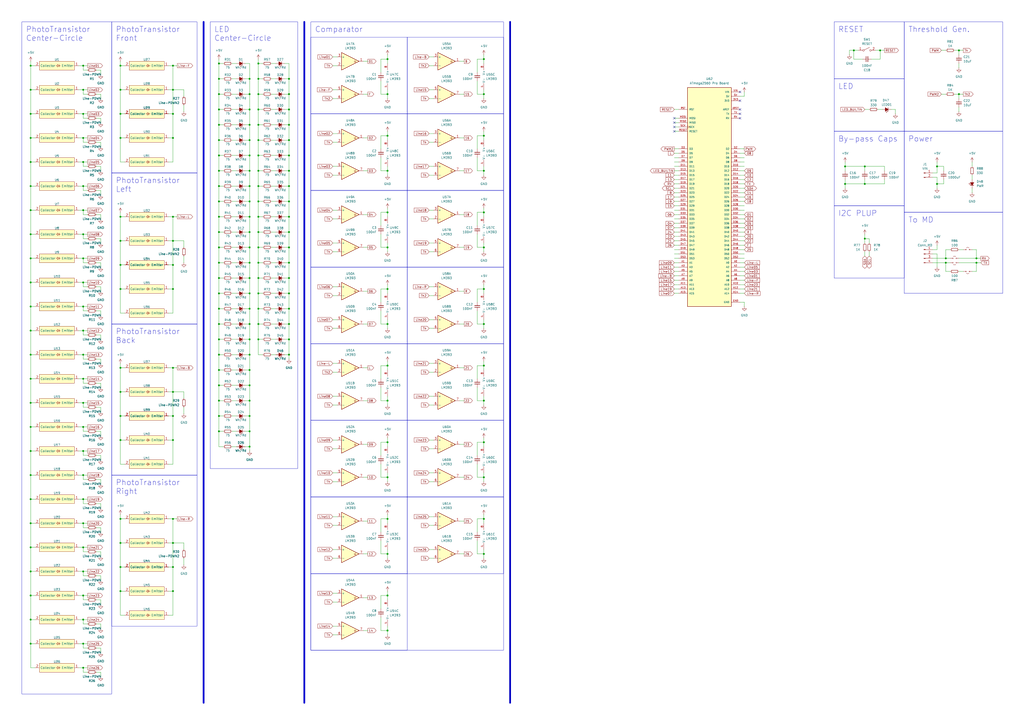
<source format=kicad_sch>
(kicad_sch (version 20231120) (generator "eeschema") (generator_version "8.0")
  (paper "A2")
  (lib_symbols
    (symbol "@2024-Line:ATmega2560 Pro Board" (pin_names (offset 1.016))
      (property "Reference" "U" (at -12.7 63.5 0))
      (property "Value" "ATmega2560 Pro Board" (at -12.7 -66.04 0))
      (symbol "ATmega2560 Pro Board_0_0"
        (pin power_in line (at 17.78 55.88 180) (length 5.08) (name "3V3") (number "3V3"))
        (pin power_in line (at 17.78 58.42 180) (length 5.08) (name "5V") (number "5V"))
        (pin bidirectional line (at 17.78 -38.1 180) (length 5.08) (name "A0") (number "A0"))
        (pin bidirectional line (at -17.78 -38.1 0) (length 5.08) (name "A1") (number "A1"))
        (pin bidirectional line (at 17.78 -50.8 180) (length 5.08) (name "A10") (number "A10"))
        (pin bidirectional line (at -17.78 -50.8 0) (length 5.08) (name "A11") (number "A11"))
        (pin bidirectional line (at 17.78 -53.34 180) (length 5.08) (name "A12") (number "A12"))
        (pin bidirectional line (at -17.78 -53.34 0) (length 5.08) (name "A13") (number "A13"))
        (pin bidirectional line (at 17.78 -55.88 180) (length 5.08) (name "A14") (number "A14"))
        (pin bidirectional line (at -17.78 -55.88 0) (length 5.08) (name "A15") (number "A15"))
        (pin bidirectional line (at 17.78 -40.64 180) (length 5.08) (name "A2") (number "A2"))
        (pin bidirectional line (at -17.78 -40.64 0) (length 5.08) (name "A3") (number "A3"))
        (pin bidirectional line (at 17.78 -43.18 180) (length 5.08) (name "A4") (number "A4"))
        (pin bidirectional line (at -17.78 -43.18 0) (length 5.08) (name "A5") (number "A5"))
        (pin bidirectional line (at 17.78 -45.72 180) (length 5.08) (name "A6") (number "A6"))
        (pin bidirectional line (at -17.78 -45.72 0) (length 5.08) (name "A7") (number "A7"))
        (pin bidirectional line (at 17.78 -48.26 180) (length 5.08) (name "A8") (number "A8"))
        (pin bidirectional line (at -17.78 -48.26 0) (length 5.08) (name "A9") (number "A9"))
        (pin bidirectional line (at 17.78 50.8 180) (length 5.08) (name "AREF") (number "AREF"))
        (pin bidirectional line (at 17.78 17.78 180) (length 5.08) (name "D10") (number "D10"))
        (pin bidirectional line (at -17.78 17.78 0) (length 5.08) (name "D11") (number "D11"))
        (pin bidirectional line (at 17.78 15.24 180) (length 5.08) (name "D12") (number "D12"))
        (pin bidirectional line (at -17.78 15.24 0) (length 5.08) (name "D13") (number "D13"))
        (pin bidirectional line (at 17.78 12.7 180) (length 5.08) (name "D14") (number "D14"))
        (pin bidirectional line (at -17.78 12.7 0) (length 5.08) (name "D15") (number "D15"))
        (pin bidirectional line (at 17.78 10.16 180) (length 5.08) (name "D16") (number "D16"))
        (pin bidirectional line (at -17.78 10.16 0) (length 5.08) (name "D17") (number "D17"))
        (pin bidirectional line (at 17.78 7.62 180) (length 5.08) (name "D18") (number "D18"))
        (pin bidirectional line (at -17.78 7.62 0) (length 5.08) (name "D19") (number "D19"))
        (pin bidirectional line (at 17.78 27.94 180) (length 5.08) (name "D2") (number "D2"))
        (pin bidirectional line (at 17.78 5.08 180) (length 5.08) (name "D20") (number "D20"))
        (pin bidirectional line (at -17.78 5.08 0) (length 5.08) (name "D21") (number "D21"))
        (pin bidirectional line (at 17.78 2.54 180) (length 5.08) (name "D22") (number "D22"))
        (pin bidirectional line (at -17.78 2.54 0) (length 5.08) (name "D23") (number "D23"))
        (pin bidirectional line (at 17.78 0 180) (length 5.08) (name "D24") (number "D24"))
        (pin bidirectional line (at -17.78 0 0) (length 5.08) (name "D25") (number "D25"))
        (pin bidirectional line (at 17.78 -2.54 180) (length 5.08) (name "D26") (number "D26"))
        (pin bidirectional line (at -17.78 -2.54 0) (length 5.08) (name "D27") (number "D27"))
        (pin bidirectional line (at 17.78 -5.08 180) (length 5.08) (name "D28") (number "D28"))
        (pin bidirectional line (at -17.78 -5.08 0) (length 5.08) (name "D29") (number "D29"))
        (pin bidirectional line (at -17.78 27.94 0) (length 5.08) (name "D3") (number "D3"))
        (pin bidirectional line (at 17.78 -7.62 180) (length 5.08) (name "D30") (number "D30"))
        (pin bidirectional line (at -17.78 -7.62 0) (length 5.08) (name "D31") (number "D31"))
        (pin bidirectional line (at 17.78 -10.16 180) (length 5.08) (name "D32") (number "D32"))
        (pin bidirectional line (at -17.78 -10.16 0) (length 5.08) (name "D33") (number "D33"))
        (pin bidirectional line (at 17.78 -12.7 180) (length 5.08) (name "D34") (number "D34"))
        (pin bidirectional line (at -17.78 -12.7 0) (length 5.08) (name "D35") (number "D35"))
        (pin bidirectional line (at 17.78 -15.24 180) (length 5.08) (name "D36") (number "D36"))
        (pin bidirectional line (at -17.78 -15.24 0) (length 5.08) (name "D37") (number "D37"))
        (pin bidirectional line (at 17.78 -17.78 180) (length 5.08) (name "D38") (number "D38"))
        (pin bidirectional line (at -17.78 -17.78 0) (length 5.08) (name "D39") (number "D39"))
        (pin bidirectional line (at 17.78 25.4 180) (length 5.08) (name "D4") (number "D4"))
        (pin bidirectional line (at 17.78 -20.32 180) (length 5.08) (name "D40") (number "D40"))
        (pin bidirectional line (at -17.78 -20.32 0) (length 5.08) (name "D41") (number "D41"))
        (pin bidirectional line (at 17.78 -22.86 180) (length 5.08) (name "D42") (number "D42"))
        (pin bidirectional line (at -17.78 -22.86 0) (length 5.08) (name "D43") (number "D43"))
        (pin bidirectional line (at 17.78 -25.4 180) (length 5.08) (name "D44") (number "D44"))
        (pin bidirectional line (at -17.78 -25.4 0) (length 5.08) (name "D45") (number "D45"))
        (pin bidirectional line (at 17.78 -27.94 180) (length 5.08) (name "D46") (number "D46"))
        (pin bidirectional line (at -17.78 -27.94 0) (length 5.08) (name "D47") (number "D47"))
        (pin bidirectional line (at 17.78 -30.48 180) (length 5.08) (name "D48") (number "D48"))
        (pin bidirectional line (at -17.78 -30.48 0) (length 5.08) (name "D49") (number "D49"))
        (pin bidirectional line (at -17.78 25.4 0) (length 5.08) (name "D5") (number "D5"))
        (pin bidirectional line (at 17.78 -33.02 180) (length 5.08) (name "D50") (number "D50"))
        (pin bidirectional line (at -17.78 -33.02 0) (length 5.08) (name "D51") (number "D51"))
        (pin bidirectional line (at 17.78 -35.56 180) (length 5.08) (name "D52") (number "D52"))
        (pin bidirectional line (at -17.78 -35.56 0) (length 5.08) (name "D53") (number "D53"))
        (pin bidirectional line (at 17.78 22.86 180) (length 5.08) (name "D6") (number "D6"))
        (pin bidirectional line (at -17.78 22.86 0) (length 5.08) (name "D7") (number "D7"))
        (pin bidirectional line (at 17.78 20.32 180) (length 5.08) (name "D8") (number "D8"))
        (pin bidirectional line (at -17.78 20.32 0) (length 5.08) (name "D9") (number "D9"))
        (pin power_in line (at 17.78 -60.96 180) (length 5.08) (name "GND") (number "GND"))
        (pin bidirectional line (at -17.78 43.18 0) (length 5.08) (name "MISO") (number "MISO"))
        (pin bidirectional line (at -17.78 45.72 0) (length 5.08) (name "MOSI") (number "MOSI"))
        (pin input line (at -17.78 38.1 0) (length 5.08) (name "RESET") (number "RESET"))
        (pin input line (at -17.78 50.8 0) (length 5.08) (name "RST") (number "RST"))
        (pin input line (at 17.78 45.72 180) (length 5.08) (name "RX") (number "RX"))
        (pin bidirectional clock (at -17.78 40.64 0) (length 5.08) (name "SCK") (number "SCK"))
        (pin output line (at 17.78 48.26 180) (length 5.08) (name "TX") (number "TX"))
        (pin power_in line (at 17.78 60.96 180) (length 5.08) (name "VIN") (number "VIN"))
      )
    )
    (symbol "@2024-Line:NJL7502L"
      (property "Reference" "U" (at 0 1.27 0))
      (symbol "NJL7502L_1_1"
        (pin passive line (at -12.7 -2.54 0) (length 2.54) (name "Emitter") (number "1"))
        (pin passive line (at 12.7 -2.54 180) (length 2.54) (name "Collector") (number "2"))
      )
    )
    (symbol "Comparator:LM393" (pin_names (offset 0.127))
      (property "Reference" "U" (at 3.81 3.81 0))
      (property "Value" "LM393" (at 6.35 -3.81 0))
      (symbol "LM393_1_1"
        (pin open_collector line (at 7.62 0 180) (length 2.54) (name "~") (number "1"))
        (pin input line (at -7.62 -2.54 0) (length 2.54) (name "-") (number "2"))
        (pin input line (at -7.62 2.54 0) (length 2.54) (name "+") (number "3"))
      )
      (symbol "LM393_2_1"
        (pin input line (at -7.62 2.54 0) (length 2.54) (name "+") (number "5"))
        (pin input line (at -7.62 -2.54 0) (length 2.54) (name "-") (number "6"))
        (pin open_collector line (at 7.62 0 180) (length 2.54) (name "~") (number "7"))
      )
      (symbol "LM393_3_1"
        (pin power_in line (at -2.54 -7.62 90) (length 3.81) (name "V-") (number "4"))
        (pin power_in line (at -2.54 7.62 270) (length 3.81) (name "V+") (number "8"))
      )
    )
    (symbol "Connector:Conn_01x02_Pin" (pin_names (offset 1.016) hide)
      (property "Reference" "J" (at 0 2.54 0))
      (property "Value" "Conn_01x02_Pin" (at 0 -5.08 0))
      (symbol "Conn_01x02_Pin_1_1"
        (pin passive line (at 5.08 0 180) (length 3.81) (name "Pin_1") (number "1"))
        (pin passive line (at 5.08 -2.54 180) (length 3.81) (name "Pin_2") (number "2"))
      )
    )
    (symbol "Connector:Conn_01x04_Pin" (pin_names (offset 1.016) hide)
      (property "Reference" "J" (at 0 5.08 0))
      (property "Value" "Conn_01x04_Pin" (at 0 -7.62 0))
      (symbol "Conn_01x04_Pin_1_1"
        (pin passive line (at 5.08 2.54 180) (length 3.81) (name "Pin_1") (number "1"))
        (pin passive line (at 5.08 0 180) (length 3.81) (name "Pin_2") (number "2"))
        (pin passive line (at 5.08 -2.54 180) (length 3.81) (name "Pin_3") (number "3"))
        (pin passive line (at 5.08 -5.08 180) (length 3.81) (name "Pin_4") (number "4"))
      )
    )
    (symbol "Device:C_Small" (pin_numbers hide) (pin_names (offset 0.254) hide)
      (property "Reference" "C" (at 0.254 1.778 0))
      (property "Value" "C_Small" (at 0.254 -2.032 0))
      (symbol "C_Small_1_1"
        (pin passive line (at 0 2.54 270) (length 2.032) (name "~") (number "1"))
        (pin passive line (at 0 -2.54 90) (length 2.032) (name "~") (number "2"))
      )
    )
    (symbol "Device:LED_Small_Filled" (pin_numbers hide) (pin_names (offset 0.254) hide)
      (property "Reference" "D" (at -1.27 3.175 0))
      (property "Value" "LED_Small_Filled" (at -4.445 -2.54 0))
      (symbol "LED_Small_Filled_1_1"
        (pin passive line (at -2.54 0 0) (length 1.778) (name "K") (number "1"))
        (pin passive line (at 2.54 0 180) (length 1.778) (name "A") (number "2"))
      )
    )
    (symbol "Device:R_Small" (pin_numbers hide) (pin_names (offset 0.254) hide)
      (property "Reference" "R" (at 0.762 0.508 0))
      (property "Value" "R_Small" (at 0.762 -1.016 0))
      (symbol "R_Small_1_1"
        (pin passive line (at 0 2.54 270) (length 0.762) (name "~") (number "1"))
        (pin passive line (at 0 -2.54 90) (length 0.762) (name "~") (number "2"))
      )
    )
    (symbol "Jumper:Jumper_2_Small_Open" (pin_numbers hide) (pin_names (offset 0) hide) (exclude_from_sim yes)
      (property "Reference" "JP" (at 0 2.794 0))
      (property "Value" "Jumper_2_Small_Open" (at 0 -2.286 0))
      (symbol "Jumper_2_Small_Open_1_1"
        (pin passive line (at -2.54 0 0) (length 1.27) (name "A") (number "1"))
        (pin passive line (at 2.54 0 180) (length 1.27) (name "B") (number "2"))
      )
    )
    (symbol "Switch:SW_SPST" (pin_names (offset 0) hide)
      (property "Reference" "SW" (at 0 3.175 0))
      (property "Value" "SW_SPST" (at 0 -2.54 0))
      (symbol "SW_SPST_1_1"
        (pin passive line (at -5.08 0 0) (length 2.54) (name "A") (number "1"))
        (pin passive line (at 5.08 0 180) (length 2.54) (name "B") (number "2"))
      )
    )
    (symbol "power:+5V" (power) (pin_numbers hide) (pin_names (offset 0) hide)
      (property "Value" "+5V" (at 0 3.556 0))
      (symbol "+5V_1_1"
        (pin power_in line (at 0 0 90) (length 0) (name "~") (number "1"))
      )
    )
    (symbol "power:GND" (power) (pin_numbers hide) (pin_names (offset 0) hide)
      (property "Value" "GND" (at 0 -3.81 0))
      (symbol "GND_1_1"
        (pin power_in line (at 0 0 270) (length 0) (name "~") (number "1"))
      )
    )
  )
  (junction (at 144.78 90.17))
  (junction (at 69.85 342.9))
  (junction (at 280.67 300.99))
  (junction (at 17.78 107.95))
  (junction (at 566.42 149.86))
  (junction (at 48.26 93.98))
  (junction (at 167.64 152.4))
  (junction (at 127 90.17))
  (junction (at 69.85 300.99))
  (junction (at 127 205.74))
  (junction (at 224.79 187.96))
  (junction (at 17.78 303.53))
  (junction (at 224.79 212.09))
  (junction (at 127 187.96))
  (junction (at 144.78 99.06))
  (junction (at 48.26 359.41))
  (junction (at 149.86 99.06))
  (junction (at 144.78 196.85))
  (junction (at 144.78 250.19))
  (junction (at 224.79 143.51))
  (junction (at 100.33 314.96))
  (junction (at 17.78 163.83))
  (junction (at 280.67 167.64))
  (junction (at 48.26 247.65))
  (junction (at 17.78 289.56))
  (junction (at 127 54.61))
  (junction (at 144.78 72.39))
  (junction (at 280.67 212.09))
  (junction (at 48.26 219.71))
  (junction (at 149.86 152.4))
  (junction (at 149.86 134.62))
  (junction (at 48.26 331.47))
  (junction (at 224.79 167.64))
  (junction (at 69.85 255.27))
  (junction (at 69.85 227.33))
  (junction (at 48.26 205.74))
  (junction (at 149.86 54.61))
  (junction (at 48.26 387.35))
  (junction (at 167.64 99.06))
  (junction (at 149.86 187.96))
  (junction (at 17.78 275.59))
  (junction (at 127 143.51))
  (junction (at 167.64 205.74))
  (junction (at 556.26 29.21))
  (junction (at 224.79 99.06))
  (junction (at 144.78 161.29))
  (junction (at 224.79 256.54))
  (junction (at 280.67 143.51))
  (junction (at 17.78 135.89))
  (junction (at 167.64 143.51))
  (junction (at 17.78 373.38))
  (junction (at 69.85 241.3))
  (junction (at 69.85 52.07))
  (junction (at 48.26 135.89))
  (junction (at 127 161.29))
  (junction (at 224.79 321.31))
  (junction (at 149.86 116.84))
  (junction (at 127 214.63))
  (junction (at 100.33 255.27))
  (junction (at 144.78 205.74))
  (junction (at 224.79 232.41))
  (junction (at 566.42 152.4))
  (junction (at 69.85 167.64))
  (junction (at 510.54 29.21))
  (junction (at 48.26 107.95))
  (junction (at 490.22 106.68))
  (junction (at 17.78 93.98))
  (junction (at 48.26 177.8))
  (junction (at 167.64 125.73))
  (junction (at 48.26 52.07))
  (junction (at 224.79 78.74))
  (junction (at 543.56 106.68))
  (junction (at 100.33 139.7))
  (junction (at 127 223.52))
  (junction (at 144.78 187.96))
  (junction (at 548.64 149.86))
  (junction (at 167.64 107.95))
  (junction (at 167.64 170.18))
  (junction (at 127 241.3))
  (junction (at 17.78 317.5))
  (junction (at 556.26 54.61))
  (junction (at 167.64 81.28))
  (junction (at 127 63.5))
  (junction (at 280.67 34.29))
  (junction (at 501.65 138.43))
  (junction (at 48.26 163.83))
  (junction (at 100.33 342.9))
  (junction (at 144.78 241.3))
  (junction (at 149.86 107.95))
  (junction (at 144.78 134.62))
  (junction (at 280.67 78.74))
  (junction (at 149.86 161.29))
  (junction (at 144.78 45.72))
  (junction (at 144.78 179.07))
  (junction (at 17.78 247.65))
  (junction (at 167.64 72.39))
  (junction (at 149.86 90.17))
  (junction (at 280.67 123.19))
  (junction (at 127 99.06))
  (junction (at 149.86 81.28))
  (junction (at 144.78 107.95))
  (junction (at 144.78 125.73))
  (junction (at 490.22 96.52))
  (junction (at 127 179.07))
  (junction (at 501.65 106.68))
  (junction (at 127 232.41))
  (junction (at 167.64 116.84))
  (junction (at 69.85 314.96))
  (junction (at 280.67 321.31))
  (junction (at 280.67 256.54))
  (junction (at 127 116.84))
  (junction (at 100.33 80.01))
  (junction (at 144.78 81.28))
  (junction (at 224.79 345.44))
  (junction (at 224.79 300.99))
  (junction (at 224.79 276.86))
  (junction (at 144.78 223.52))
  (junction (at 48.26 233.68))
  (junction (at 127 196.85))
  (junction (at 17.78 331.47))
  (junction (at 127 72.39))
  (junction (at 17.78 191.77))
  (junction (at 100.33 125.73))
  (junction (at 17.78 121.92))
  (junction (at 167.64 179.07))
  (junction (at 17.78 38.1))
  (junction (at 100.33 66.04))
  (junction (at 48.26 317.5))
  (junction (at 100.33 241.3))
  (junction (at 149.86 36.83))
  (junction (at 224.79 54.61))
  (junction (at 149.86 170.18))
  (junction (at 127 250.19))
  (junction (at 127 152.4))
  (junction (at 144.78 63.5))
  (junction (at 48.26 303.53))
  (junction (at 17.78 177.8))
  (junction (at 548.64 152.4))
  (junction (at 167.64 54.61))
  (junction (at 127 170.18))
  (junction (at 280.67 276.86))
  (junction (at 100.33 227.33))
  (junction (at 149.86 179.07))
  (junction (at 127 36.83))
  (junction (at 280.67 232.41))
  (junction (at 100.33 167.64))
  (junction (at 127 81.28))
  (junction (at 280.67 187.96))
  (junction (at 17.78 80.01))
  (junction (at 17.78 233.68))
  (junction (at 501.65 96.52))
  (junction (at 69.85 153.67))
  (junction (at 48.26 373.38))
  (junction (at 495.3 29.21))
  (junction (at 224.79 34.29))
  (junction (at 149.86 125.73))
  (junction (at 144.78 170.18))
  (junction (at 48.26 149.86))
  (junction (at 69.85 139.7))
  (junction (at 100.33 38.1))
  (junction (at 69.85 213.36))
  (junction (at 69.85 66.04))
  (junction (at 224.79 365.76))
  (junction (at 149.86 45.72))
  (junction (at 17.78 345.44))
  (junction (at 100.33 52.07))
  (junction (at 100.33 328.93))
  (junction (at 17.78 52.07))
  (junction (at 149.86 72.39))
  (junction (at 48.26 345.44))
  (junction (at 144.78 143.51))
  (junction (at 48.26 261.62))
  (junction (at 127 134.62))
  (junction (at 543.56 96.52))
  (junction (at 48.26 121.92))
  (junction (at 69.85 328.93))
  (junction (at 224.79 123.19))
  (junction (at 17.78 66.04))
  (junction (at 17.78 149.86))
  (junction (at 48.26 275.59))
  (junction (at 48.26 80.01))
  (junction (at 127 45.72))
  (junction (at 100.33 213.36))
  (junction (at 149.86 196.85))
  (junction (at 17.78 205.74))
  (junction (at 167.64 90.17))
  (junction (at 144.78 232.41))
  (junction (at 144.78 116.84))
  (junction (at 144.78 54.61))
  (junction (at 167.64 196.85))
  (junction (at 48.26 38.1))
  (junction (at 48.26 191.77))
  (junction (at 167.64 63.5))
  (junction (at 144.78 152.4))
  (junction (at 127 125.73))
  (junction (at 144.78 214.63))
  (junction (at 69.85 125.73))
  (junction (at 144.78 259.08))
  (junction (at 48.26 289.56))
  (junction (at 280.67 99.06))
  (junction (at 69.85 38.1))
  (junction (at 69.85 80.01))
  (junction (at 127 107.95))
  (junction (at 17.78 359.41))
  (junction (at 167.64 187.96))
  (junction (at 100.33 300.99))
  (junction (at 149.86 143.51))
  (junction (at 149.86 63.5))
  (junction (at 17.78 219.71))
  (junction (at 280.67 54.61))
  (junction (at 167.64 134.62))
  (junction (at 48.26 66.04))
  (junction (at 17.78 261.62))
  (junction (at 167.64 45.72))
  (junction (at 167.64 161.29))
  (junction (at 100.33 153.67))
  (no_connect (at 429.26 53.34))
  (no_connect (at 391.16 68.58))
  (no_connect (at 429.26 58.42))
  (no_connect (at 429.26 68.58))
  (no_connect (at 429.26 63.5))
  (no_connect (at 391.16 71.12))
  (no_connect (at 391.16 76.2))
  (no_connect (at 429.26 66.04))
  (no_connect (at 391.16 73.66))
  (wire (pts (xy 556.26 29.21) (xy 558.8 29.21)))
  (wire (pts (xy 20.32 52.07) (xy 17.78 52.07)))
  (wire (pts (xy 45.72 93.98) (xy 48.26 93.98)))
  (wire (pts (xy 391.16 127) (xy 393.7 127)))
  (wire (pts (xy 510.54 34.29) (xy 510.54 29.21)))
  (wire (pts (xy 55.88 40.64) (xy 58.42 40.64)))
  (wire (pts (xy 48.26 177.8) (xy 48.26 180.34)))
  (wire (pts (xy 100.33 213.36) (xy 100.33 227.33)))
  (wire (pts (xy 48.26 121.92) (xy 50.8 121.92)))
  (wire (pts (xy 127 54.61) (xy 127 63.5)))
  (wire (pts (xy 58.42 347.98) (xy 58.42 350.52)))
  (wire (pts (xy 127 81.28) (xy 127 90.17)))
  (wire (pts (xy 431.8 154.94) (xy 429.26 154.94)))
  (wire (pts (xy 72.39 52.07) (xy 69.85 52.07)))
  (wire (pts (xy 501.65 63.5) (xy 504.19 63.5)))
  (wire (pts (xy 134.62 187.96) (xy 137.16 187.96)))
  (wire (pts (xy 134.62 36.83) (xy 137.16 36.83)))
  (wire (pts (xy 48.26 233.68) (xy 50.8 233.68)))
  (wire (pts (xy 127 232.41) (xy 127 241.3)))
  (wire (pts (xy 152.4 179.07) (xy 149.86 179.07)))
  (wire (pts (xy 504.19 146.05) (xy 504.19 148.59)))
  (wire (pts (xy 127 45.72) (xy 127 54.61)))
  (wire (pts (xy 144.78 214.63) (xy 144.78 223.52)))
  (wire (pts (xy 280.67 78.74) (xy 280.67 81.28)))
  (wire (pts (xy 165.1 54.61) (xy 167.64 54.61)))
  (wire (pts (xy 48.26 54.61) (xy 50.8 54.61)))
  (wire (pts (xy 167.64 125.73) (xy 167.64 134.62)))
  (wire (pts (xy 248.92 96.52) (xy 251.46 96.52)))
  (wire (pts (xy 149.86 107.95) (xy 149.86 116.84)))
  (wire (pts (xy 129.54 205.74) (xy 127 205.74)))
  (wire (pts (xy 20.32 373.38) (xy 17.78 373.38)))
  (wire (pts (xy 45.72 66.04) (xy 48.26 66.04)))
  (wire (pts (xy 224.79 368.3) (xy 224.79 365.76)))
  (wire (pts (xy 391.16 63.5) (xy 393.7 63.5)))
  (wire (pts (xy 510.54 29.21) (xy 508 29.21)))
  (wire (pts (xy 490.22 96.52) (xy 490.22 93.98)))
  (wire (pts (xy 134.62 54.61) (xy 137.16 54.61)))
  (wire (pts (xy 548.64 144.78) (xy 551.18 144.78)))
  (wire (pts (xy 17.78 373.38) (xy 17.78 387.35)))
  (wire (pts (xy 431.8 175.26) (xy 431.8 177.8)))
  (wire (pts (xy 97.79 167.64) (xy 100.33 167.64)))
  (wire (pts (xy 220.98 86.36) (xy 220.98 78.74)))
  (wire (pts (xy 152.4 161.29) (xy 149.86 161.29)))
  (wire (pts (xy 248.92 323.85) (xy 251.46 323.85)))
  (wire (pts (xy 248.92 229.87) (xy 251.46 229.87)))
  (wire (pts (xy 391.16 165.1) (xy 393.7 165.1)))
  (wire (pts (xy 193.04 96.52) (xy 195.58 96.52)))
  (wire (pts (xy 280.67 99.06) (xy 280.67 96.52)))
  (wire (pts (xy 48.26 306.07) (xy 50.8 306.07)))
  (wire (pts (xy 69.85 80.01) (xy 69.85 93.98)))
  (wire (pts (xy 69.85 328.93) (xy 69.85 342.9)))
  (wire (pts (xy 48.26 261.62) (xy 48.26 264.16)))
  (wire (pts (xy 193.04 38.1) (xy 195.58 38.1)))
  (wire (pts (xy 48.26 219.71) (xy 48.26 222.25)))
  (wire (pts (xy 17.78 121.92) (xy 17.78 135.89)))
  (wire (pts (xy 543.56 96.52) (xy 547.37 96.52)))
  (wire (pts (xy 134.62 179.07) (xy 137.16 179.07)))
  (wire (pts (xy 431.8 99.06) (xy 429.26 99.06)))
  (wire (pts (xy 391.16 162.56) (xy 393.7 162.56)))
  (wire (pts (xy 391.16 93.98) (xy 393.7 93.98)))
  (wire (pts (xy 48.26 166.37) (xy 50.8 166.37)))
  (wire (pts (xy 152.4 196.85) (xy 149.86 196.85)))
  (wire (pts (xy 431.8 114.3) (xy 429.26 114.3)))
  (wire (pts (xy 144.78 223.52) (xy 144.78 232.41)))
  (wire (pts (xy 495.3 29.21) (xy 497.84 29.21)))
  (wire (pts (xy 429.26 175.26) (xy 431.8 175.26)))
  (wire (pts (xy 100.33 314.96) (xy 100.33 328.93)))
  (wire (pts (xy 431.8 53.34) (xy 431.8 55.88)))
  (wire (pts (xy 193.04 368.3) (xy 195.58 368.3)))
  (wire (pts (xy 556.26 149.86) (xy 566.42 149.86)))
  (wire (pts (xy 276.86 99.06) (xy 280.67 99.06)))
  (wire (pts (xy 45.72 387.35) (xy 48.26 387.35)))
  (wire (pts (xy 248.92 33.02) (xy 251.46 33.02)))
  (wire (pts (xy 20.32 331.47) (xy 17.78 331.47)))
  (wire (pts (xy 127 196.85) (xy 127 205.74)))
  (wire (pts (xy 69.85 255.27) (xy 69.85 269.24)))
  (wire (pts (xy 48.26 208.28) (xy 50.8 208.28)))
  (wire (pts (xy 391.16 134.62) (xy 393.7 134.62)))
  (wire (pts (xy 193.04 52.07) (xy 195.58 52.07)))
  (wire (pts (xy 193.04 260.35) (xy 195.58 260.35)))
  (wire (pts (xy 276.86 86.36) (xy 276.86 78.74)))
  (wire (pts (xy 144.78 107.95) (xy 144.78 116.84)))
  (wire (pts (xy 509.27 63.5) (xy 511.81 63.5)))
  (wire (pts (xy 224.79 345.44) (xy 224.79 347.98)))
  (wire (pts (xy 48.26 191.77) (xy 50.8 191.77)))
  (wire (pts (xy 58.42 375.92) (xy 58.42 378.46)))
  (wire (pts (xy 100.33 139.7) (xy 100.33 153.67)))
  (wire (pts (xy 134.62 250.19) (xy 137.16 250.19)))
  (wire (pts (xy 72.39 300.99) (xy 69.85 300.99)))
  (wire (pts (xy 167.64 161.29) (xy 167.64 170.18)))
  (wire (pts (xy 213.36 346.71) (xy 210.82 346.71)))
  (wire (pts (xy 220.98 54.61) (xy 224.79 54.61)))
  (wire (pts (xy 391.16 99.06) (xy 393.7 99.06)))
  (wire (pts (xy 280.67 276.86) (xy 280.67 274.32)))
  (wire (pts (xy 541.02 144.78) (xy 543.56 144.78)))
  (wire (pts (xy 142.24 223.52) (xy 144.78 223.52)))
  (wire (pts (xy 193.04 57.15) (xy 195.58 57.15)))
  (wire (pts (xy 97.79 300.99) (xy 100.33 300.99)))
  (wire (pts (xy 48.26 121.92) (xy 48.26 124.46)))
  (wire (pts (xy 165.1 36.83) (xy 167.64 36.83)))
  (wire (pts (xy 167.64 107.95) (xy 167.64 116.84)))
  (wire (pts (xy 134.62 107.95) (xy 137.16 107.95)))
  (wire (pts (xy 167.64 36.83) (xy 167.64 45.72)))
  (wire (pts (xy 566.42 149.86) (xy 566.42 144.78)))
  (wire (pts (xy 20.32 191.77) (xy 17.78 191.77)))
  (wire (pts (xy 224.79 54.61) (xy 224.79 52.07)))
  (wire (pts (xy 276.86 175.26) (xy 276.86 167.64)))
  (wire (pts (xy 45.72 261.62) (xy 48.26 261.62)))
  (wire (pts (xy 152.4 72.39) (xy 149.86 72.39)))
  (wire (pts (xy 165.1 72.39) (xy 167.64 72.39)))
  (wire (pts (xy 72.39 227.33) (xy 69.85 227.33)))
  (wire (pts (xy 193.04 77.47) (xy 195.58 77.47)))
  (wire (pts (xy 391.16 71.12) (xy 393.7 71.12)))
  (wire (pts (xy 431.8 132.08) (xy 429.26 132.08)))
  (wire (pts (xy 100.33 80.01) (xy 100.33 93.98)))
  (wire (pts (xy 280.67 123.19) (xy 280.67 125.73)))
  (wire (pts (xy 248.92 140.97) (xy 251.46 140.97)))
  (wire (pts (xy 431.8 162.56) (xy 429.26 162.56)))
  (wire (pts (xy 129.54 143.51) (xy 127 143.51)))
  (wire (pts (xy 280.67 57.15) (xy 280.67 54.61)))
  (wire (pts (xy 556.26 31.75) (xy 556.26 29.21)))
  (wire (pts (xy 553.72 29.21) (xy 556.26 29.21)))
  (wire (pts (xy 391.16 119.38) (xy 393.7 119.38)))
  (wire (pts (xy 276.86 187.96) (xy 280.67 187.96)))
  (wire (pts (xy 165.1 152.4) (xy 167.64 152.4)))
  (wire (pts (xy 193.04 146.05) (xy 195.58 146.05)))
  (wire (pts (xy 55.88 82.55) (xy 58.42 82.55)))
  (wire (pts (xy 55.88 334.01) (xy 58.42 334.01)))
  (wire (pts (xy 129.54 214.63) (xy 127 214.63)))
  (wire (pts (xy 142.24 232.41) (xy 144.78 232.41)))
  (wire (pts (xy 45.72 359.41) (xy 48.26 359.41)))
  (wire (pts (xy 48.26 250.19) (xy 50.8 250.19)))
  (wire (pts (xy 17.78 135.89) (xy 17.78 149.86)))
  (wire (pts (xy 152.4 125.73) (xy 149.86 125.73)))
  (wire (pts (xy 391.16 129.54) (xy 393.7 129.54)))
  (wire (pts (xy 276.86 276.86) (xy 280.67 276.86)))
  (wire (pts (xy 165.1 45.72) (xy 167.64 45.72)))
  (wire (pts (xy 127 187.96) (xy 127 196.85)))
  (wire (pts (xy 100.33 153.67) (xy 100.33 167.64)))
  (wire (pts (xy 224.79 323.85) (xy 224.79 321.31)))
  (wire (pts (xy 501.65 138.43) (xy 501.65 140.97)))
  (wire (pts (xy 20.32 93.98) (xy 17.78 93.98)))
  (wire (pts (xy 55.88 375.92) (xy 58.42 375.92)))
  (wire (pts (xy 72.39 356.87) (xy 69.85 356.87)))
  (wire (pts (xy 280.67 279.4) (xy 280.67 276.86)))
  (wire (pts (xy 224.79 232.41) (xy 224.79 229.87)))
  (wire (pts (xy 129.54 187.96) (xy 127 187.96)))
  (wire (pts (xy 142.24 125.73) (xy 144.78 125.73)))
  (wire (pts (xy 97.79 213.36) (xy 100.33 213.36)))
  (wire (pts (xy 127 152.4) (xy 127 161.29)))
  (wire (pts (xy 165.1 205.74) (xy 167.64 205.74)))
  (wire (pts (xy 220.98 135.89) (xy 220.98 143.51)))
  (wire (pts (xy 513.08 104.14) (xy 513.08 106.68)))
  (wire (pts (xy 431.8 127) (xy 429.26 127)))
  (wire (pts (xy 20.32 149.86) (xy 17.78 149.86)))
  (wire (pts (xy 48.26 275.59) (xy 48.26 278.13)))
  (wire (pts (xy 167.64 72.39) (xy 167.64 81.28)))
  (wire (pts (xy 20.32 345.44) (xy 17.78 345.44)))
  (wire (pts (xy 431.8 119.38) (xy 429.26 119.38)))
  (wire (pts (xy 69.85 342.9) (xy 69.85 356.87)))
  (wire (pts (xy 500.38 34.29) (xy 495.3 34.29)))
  (wire (pts (xy 69.85 125.73) (xy 69.85 139.7)))
  (wire (pts (xy 149.86 161.29) (xy 149.86 170.18)))
  (wire (pts (xy 548.64 149.86) (xy 548.64 144.78)))
  (wire (pts (xy 276.86 41.91) (xy 276.86 34.29)))
  (wire (pts (xy 55.88 180.34) (xy 58.42 180.34)))
  (wire (pts (xy 127 125.73) (xy 127 134.62)))
  (wire (pts (xy 144.78 241.3) (xy 144.78 250.19)))
  (wire (pts (xy 269.24 276.86) (xy 266.7 276.86)))
  (wire (pts (xy 134.62 143.51) (xy 137.16 143.51)))
  (wire (pts (xy 69.85 213.36) (xy 69.85 227.33)))
  (wire (pts (xy 566.42 149.86) (xy 568.96 149.86)))
  (wire (pts (xy 280.67 300.99) (xy 280.67 303.53)))
  (wire (pts (xy 220.98 308.61) (xy 220.98 300.99)))
  (wire (pts (xy 129.54 72.39) (xy 127 72.39)))
  (wire (pts (xy 391.16 86.36) (xy 393.7 86.36)))
  (wire (pts (xy 48.26 93.98) (xy 50.8 93.98)))
  (wire (pts (xy 543.56 147.32) (xy 543.56 154.94)))
  (wire (pts (xy 55.88 278.13) (xy 58.42 278.13)))
  (wire (pts (xy 129.54 161.29) (xy 127 161.29)))
  (wire (pts (xy 144.78 134.62) (xy 144.78 143.51)))
  (wire (pts (xy 48.26 233.68) (xy 48.26 236.22)))
  (wire (pts (xy 220.98 345.44) (xy 224.79 345.44)))
  (wire (pts (xy 45.72 219.71) (xy 48.26 219.71)))
  (wire (pts (xy 97.79 125.73) (xy 100.33 125.73)))
  (wire (pts (xy 97.79 93.98) (xy 100.33 93.98)))
  (wire (pts (xy 55.88 194.31) (xy 58.42 194.31)))
  (wire (pts (xy 100.33 38.1) (xy 100.33 52.07)))
  (wire (pts (xy 167.64 134.62) (xy 167.64 143.51)))
  (wire (pts (xy 69.85 153.67) (xy 69.85 167.64)))
  (wire (pts (xy 224.79 143.51) (xy 224.79 140.97)))
  (wire (pts (xy 220.98 358.14) (xy 220.98 365.76)))
  (wire (pts (xy 55.88 236.22) (xy 58.42 236.22)))
  (wire (pts (xy 45.72 303.53) (xy 48.26 303.53)))
  (wire (pts (xy 220.98 212.09) (xy 224.79 212.09)))
  (wire (pts (xy 224.79 365.76) (xy 224.79 363.22)))
  (wire (pts (xy 144.78 63.5) (xy 144.78 72.39)))
  (wire (pts (xy 144.78 259.08) (xy 144.78 261.62)))
  (wire (pts (xy 558.8 157.48) (xy 556.26 157.48)))
  (wire (pts (xy 543.56 93.98) (xy 543.56 96.52)))
  (wire (pts (xy 490.22 106.68) (xy 490.22 104.14)))
  (wire (pts (xy 17.78 233.68) (xy 17.78 247.65)))
  (wire (pts (xy 48.26 247.65) (xy 50.8 247.65)))
  (wire (pts (xy 17.78 345.44) (xy 17.78 359.41)))
  (wire (pts (xy 566.42 152.4) (xy 568.96 152.4)))
  (wire (pts (xy 69.85 35.56) (xy 69.85 38.1)))
  (wire (pts (xy 280.67 254) (xy 280.67 256.54)))
  (wire (pts (xy 48.26 361.95) (xy 50.8 361.95)))
  (wire (pts (xy 543.56 106.68) (xy 543.56 109.22)))
  (wire (pts (xy 220.98 130.81) (xy 220.98 123.19)))
  (wire (pts (xy 20.32 80.01) (xy 17.78 80.01)))
  (wire (pts (xy 213.36 302.26) (xy 210.82 302.26)))
  (wire (pts (xy 280.67 101.6) (xy 280.67 99.06)))
  (wire (pts (xy 134.62 196.85) (xy 137.16 196.85)))
  (wire (pts (xy 213.36 143.51) (xy 210.82 143.51)))
  (wire (pts (xy 58.42 334.01) (xy 58.42 336.55)))
  (wire (pts (xy 48.26 345.44) (xy 50.8 345.44)))
  (wire (pts (xy 391.16 157.48) (xy 393.7 157.48)))
  (wire (pts (xy 391.16 68.58) (xy 393.7 68.58)))
  (wire (pts (xy 127 223.52) (xy 127 232.41)))
  (wire (pts (xy 431.8 55.88) (xy 429.26 55.88)))
  (wire (pts (xy 224.79 123.19) (xy 224.79 125.73)))
  (wire (pts (xy 100.33 139.7) (xy 106.68 139.7)))
  (wire (pts (xy 193.04 127) (xy 195.58 127)))
  (wire (pts (xy 127 161.29) (xy 127 170.18)))
  (wire (pts (xy 48.26 375.92) (xy 50.8 375.92)))
  (wire (pts (xy 213.36 213.36) (xy 210.82 213.36)))
  (wire (pts (xy 431.8 142.24) (xy 429.26 142.24)))
  (wire (pts (xy 20.32 233.68) (xy 17.78 233.68)))
  (wire (pts (xy 220.98 34.29) (xy 224.79 34.29)))
  (wire (pts (xy 391.16 167.64) (xy 393.7 167.64)))
  (wire (pts (xy 20.32 303.53) (xy 17.78 303.53)))
  (wire (pts (xy 72.39 153.67) (xy 69.85 153.67)))
  (wire (pts (xy 142.24 116.84) (xy 144.78 116.84)))
  (wire (pts (xy 129.54 116.84) (xy 127 116.84)))
  (wire (pts (xy 149.86 196.85) (xy 149.86 205.74)))
  (wire (pts (xy 149.86 81.28) (xy 149.86 90.17)))
  (wire (pts (xy 58.42 208.28) (xy 58.42 210.82)))
  (wire (pts (xy 134.62 223.52) (xy 137.16 223.52)))
  (wire (pts (xy 220.98 99.06) (xy 224.79 99.06)))
  (wire (pts (xy 45.72 135.89) (xy 48.26 135.89)))
  (wire (pts (xy 149.86 36.83) (xy 149.86 45.72)))
  (wire (pts (xy 224.79 165.1) (xy 224.79 167.64)))
  (wire (pts (xy 48.26 289.56) (xy 50.8 289.56)))
  (wire (pts (xy 129.54 36.83) (xy 127 36.83)))
  (wire (pts (xy 142.24 143.51) (xy 144.78 143.51)))
  (wire (pts (xy 556.26 152.4) (xy 566.42 152.4)))
  (wire (pts (xy 152.4 116.84) (xy 149.86 116.84)))
  (wire (pts (xy 48.26 149.86) (xy 50.8 149.86)))
  (wire (pts (xy 193.04 82.55) (xy 195.58 82.55)))
  (wire (pts (xy 17.78 177.8) (xy 17.78 191.77)))
  (wire (pts (xy 129.54 259.08) (xy 127 259.08)))
  (wire (pts (xy 45.72 247.65) (xy 48.26 247.65)))
  (wire (pts (xy 97.79 181.61) (xy 100.33 181.61)))
  (wire (pts (xy 224.79 254) (xy 224.79 256.54)))
  (wire (pts (xy 193.04 215.9) (xy 195.58 215.9)))
  (wire (pts (xy 17.78 275.59) (xy 17.78 289.56)))
  (wire (pts (xy 269.24 187.96) (xy 266.7 187.96)))
  (wire (pts (xy 17.78 191.77) (xy 17.78 205.74)))
  (wire (pts (xy 69.85 300.99) (xy 69.85 314.96)))
  (wire (pts (xy 58.42 96.52) (xy 58.42 99.06)))
  (wire (pts (xy 167.64 54.61) (xy 167.64 63.5)))
  (wire (pts (xy 391.16 132.08) (xy 393.7 132.08)))
  (wire (pts (xy 48.26 152.4) (xy 50.8 152.4)))
  (wire (pts (xy 224.79 234.95) (xy 224.79 232.41)))
  (wire (pts (xy 224.79 187.96) (xy 224.79 185.42)))
  (wire (pts (xy 224.79 146.05) (xy 224.79 143.51)))
  (wire (pts (xy 224.79 212.09) (xy 224.79 214.63)))
  (wire (pts (xy 20.32 317.5) (xy 17.78 317.5)))
  (wire (pts (xy 391.16 147.32) (xy 393.7 147.32)))
  (wire (pts (xy 58.42 68.58) (xy 58.42 71.12)))
  (wire (pts (xy 58.42 222.25) (xy 58.42 224.79)))
  (wire (pts (xy 431.8 152.4) (xy 429.26 152.4)))
  (wire (pts (xy 69.85 38.1) (xy 69.85 52.07)))
  (wire (pts (xy 431.8 137.16) (xy 429.26 137.16)))
  (wire (pts (xy 48.26 93.98) (xy 48.26 96.52)))
  (wire (pts (xy 17.78 289.56) (xy 17.78 303.53)))
  (wire (pts (xy 220.98 269.24) (xy 220.98 276.86)))
  (wire (pts (xy 276.86 269.24) (xy 276.86 276.86)))
  (wire (pts (xy 72.39 80.01) (xy 69.85 80.01)))
  (wire (pts (xy 157.48 125.73) (xy 160.02 125.73)))
  (wire (pts (xy 58.42 250.19) (xy 58.42 252.73)))
  (wire (pts (xy 48.26 38.1) (xy 50.8 38.1)))
  (polyline (pts (xy 176.53 12.7) (xy 176.53 407.67)) (stroke (width 1)))
  (wire (pts (xy 280.67 256.54) (xy 280.67 259.08)))
  (wire (pts (xy 20.32 205.74) (xy 17.78 205.74)))
  (wire (pts (xy 100.33 328.93) (xy 100.33 342.9)))
  (wire (pts (xy 97.79 255.27) (xy 100.33 255.27)))
  (wire (pts (xy 280.67 323.85) (xy 280.67 321.31)))
  (wire (pts (xy 220.98 175.26) (xy 220.98 167.64)))
  (wire (pts (xy 48.26 387.35) (xy 48.26 389.89)))
  (wire (pts (xy 269.24 143.51) (xy 266.7 143.51)))
  (wire (pts (xy 149.86 125.73) (xy 149.86 134.62)))
  (wire (pts (xy 431.8 147.32) (xy 429.26 147.32)))
  (wire (pts (xy 129.54 170.18) (xy 127 170.18)))
  (wire (pts (xy 269.24 168.91) (xy 266.7 168.91)))
  (wire (pts (xy 193.04 101.6) (xy 195.58 101.6)))
  (wire (pts (xy 48.26 219.71) (xy 50.8 219.71)))
  (wire (pts (xy 431.8 96.52) (xy 429.26 96.52)))
  (wire (pts (xy 45.72 233.68) (xy 48.26 233.68)))
  (wire (pts (xy 152.4 45.72) (xy 149.86 45.72)))
  (wire (pts (xy 144.78 143.51) (xy 144.78 152.4)))
  (wire (pts (xy 55.88 222.25) (xy 58.42 222.25)))
  (wire (pts (xy 152.4 63.5) (xy 149.86 63.5)))
  (wire (pts (xy 48.26 320.04) (xy 50.8 320.04)))
  (wire (pts (xy 157.48 161.29) (xy 160.02 161.29)))
  (wire (pts (xy 55.88 110.49) (xy 58.42 110.49)))
  (wire (pts (xy 167.64 99.06) (xy 167.64 107.95)))
  (wire (pts (xy 547.37 104.14) (xy 547.37 106.68)))
  (wire (pts (xy 127 134.62) (xy 127 143.51)))
  (wire (pts (xy 129.54 99.06) (xy 127 99.06)))
  (wire (pts (xy 129.54 134.62) (xy 127 134.62)))
  (wire (pts (xy 224.79 78.74) (xy 224.79 81.28)))
  (wire (pts (xy 431.8 165.1) (xy 429.26 165.1)))
  (wire (pts (xy 58.42 54.61) (xy 58.42 57.15)))
  (wire (pts (xy 48.26 163.83) (xy 50.8 163.83)))
  (wire (pts (xy 157.48 170.18) (xy 160.02 170.18)))
  (wire (pts (xy 248.92 82.55) (xy 251.46 82.55)))
  (wire (pts (xy 269.24 54.61) (xy 266.7 54.61)))
  (wire (pts (xy 144.78 161.29) (xy 144.78 170.18)))
  (wire (pts (xy 142.24 161.29) (xy 144.78 161.29)))
  (wire (pts (xy 213.36 124.46) (xy 210.82 124.46)))
  (wire (pts (xy 106.68 323.85) (xy 106.68 327.66)))
  (wire (pts (xy 224.79 57.15) (xy 224.79 54.61)))
  (wire (pts (xy 134.62 99.06) (xy 137.16 99.06)))
  (wire (pts (xy 248.92 101.6) (xy 251.46 101.6)))
  (wire (pts (xy 97.79 139.7) (xy 100.33 139.7)))
  (wire (pts (xy 72.39 241.3) (xy 69.85 241.3)))
  (wire (pts (xy 566.42 144.78) (xy 563.88 144.78)))
  (wire (pts (xy 142.24 214.63) (xy 144.78 214.63)))
  (wire (pts (xy 157.48 81.28) (xy 160.02 81.28)))
  (wire (pts (xy 149.86 116.84) (xy 149.86 125.73)))
  (wire (pts (xy 45.72 38.1) (xy 48.26 38.1)))
  (wire (pts (xy 152.4 90.17) (xy 149.86 90.17)))
  (wire (pts (xy 193.04 299.72) (xy 195.58 299.72)))
  (wire (pts (xy 280.67 232.41) (xy 280.67 229.87)))
  (wire (pts (xy 58.42 110.49) (xy 58.42 113.03)))
  (wire (pts (xy 269.24 124.46) (xy 266.7 124.46)))
  (wire (pts (xy 165.1 99.06) (xy 167.64 99.06)))
  (wire (pts (xy 45.72 191.77) (xy 48.26 191.77)))
  (wire (pts (xy 248.92 121.92) (xy 251.46 121.92)))
  (wire (pts (xy 152.4 143.51) (xy 149.86 143.51)))
  (wire (pts (xy 45.72 205.74) (xy 48.26 205.74)))
  (wire (pts (xy 20.32 387.35) (xy 17.78 387.35)))
  (wire (pts (xy 248.92 299.72) (xy 251.46 299.72)))
  (wire (pts (xy 501.65 138.43) (xy 504.19 138.43)))
  (wire (pts (xy 48.26 80.01) (xy 48.26 82.55)))
  (wire (pts (xy 134.62 214.63) (xy 137.16 214.63)))
  (wire (pts (xy 48.26 317.5) (xy 50.8 317.5)))
  (wire (pts (xy 142.24 152.4) (xy 144.78 152.4)))
  (wire (pts (xy 224.79 34.29) (xy 224.79 36.83)))
  (wire (pts (xy 391.16 101.6) (xy 393.7 101.6)))
  (wire (pts (xy 45.72 275.59) (xy 48.26 275.59)))
  (wire (pts (xy 142.24 134.62) (xy 144.78 134.62)))
  (wire (pts (xy 129.54 63.5) (xy 127 63.5)))
  (wire (pts (xy 213.36 365.76) (xy 210.82 365.76)))
  (wire (pts (xy 157.48 205.74) (xy 160.02 205.74)))
  (wire (pts (xy 280.67 167.64) (xy 280.67 170.18)))
  (wire (pts (xy 431.8 91.44) (xy 429.26 91.44)))
  (wire (pts (xy 129.54 125.73) (xy 127 125.73)))
  (wire (pts (xy 224.79 209.55) (xy 224.79 212.09)))
  (wire (pts (xy 157.48 134.62) (xy 160.02 134.62)))
  (wire (pts (xy 69.85 227.33) (xy 69.85 241.3)))
  (wire (pts (xy 248.92 57.15) (xy 251.46 57.15)))
  (wire (pts (xy 149.86 134.62) (xy 149.86 143.51)))
  (wire (pts (xy 100.33 227.33) (xy 106.68 227.33)))
  (wire (pts (xy 127 241.3) (xy 127 250.19)))
  (wire (pts (xy 55.88 347.98) (xy 58.42 347.98)))
  (wire (pts (xy 513.08 99.06) (xy 513.08 96.52)))
  (wire (pts (xy 224.79 120.65) (xy 224.79 123.19)))
  (wire (pts (xy 157.48 116.84) (xy 160.02 116.84)))
  (wire (pts (xy 97.79 80.01) (xy 100.33 80.01)))
  (wire (pts (xy 20.32 261.62) (xy 17.78 261.62)))
  (wire (pts (xy 134.62 170.18) (xy 137.16 170.18)))
  (wire (pts (xy 45.72 80.01) (xy 48.26 80.01)))
  (wire (pts (xy 17.78 80.01) (xy 17.78 93.98)))
  (wire (pts (xy 543.56 102.87) (xy 543.56 106.68)))
  (wire (pts (xy 129.54 179.07) (xy 127 179.07)))
  (wire (pts (xy 269.24 99.06) (xy 266.7 99.06)))
  (wire (pts (xy 431.8 170.18) (xy 429.26 170.18)))
  (wire (pts (xy 165.1 116.84) (xy 167.64 116.84)))
  (wire (pts (xy 276.86 308.61) (xy 276.86 300.99)))
  (wire (pts (xy 248.92 215.9) (xy 251.46 215.9)))
  (wire (pts (xy 224.79 101.6) (xy 224.79 99.06)))
  (wire (pts (xy 167.64 45.72) (xy 167.64 54.61)))
  (wire (pts (xy 276.86 321.31) (xy 280.67 321.31)))
  (wire (pts (xy 72.39 342.9) (xy 69.85 342.9)))
  (wire (pts (xy 142.24 36.83) (xy 144.78 36.83)))
  (wire (pts (xy 248.92 171.45) (xy 251.46 171.45)))
  (wire (pts (xy 100.33 300.99) (xy 102.87 300.99)))
  (wire (pts (xy 106.68 314.96) (xy 106.68 318.77)))
  (wire (pts (xy 563.88 93.98) (xy 563.88 96.52)))
  (wire (pts (xy 220.98 365.76) (xy 224.79 365.76)))
  (wire (pts (xy 224.79 321.31) (xy 224.79 318.77)))
  (wire (pts (xy 142.24 90.17) (xy 144.78 90.17)))
  (wire (pts (xy 72.39 269.24) (xy 69.85 269.24)))
  (wire (pts (xy 490.22 99.06) (xy 490.22 96.52)))
  (wire (pts (xy 58.42 40.64) (xy 58.42 43.18)))
  (wire (pts (xy 391.16 139.7) (xy 393.7 139.7)))
  (wire (pts (xy 48.26 124.46) (xy 50.8 124.46)))
  (wire (pts (xy 72.39 38.1) (xy 69.85 38.1)))
  (wire (pts (xy 224.79 190.5) (xy 224.79 187.96)))
  (wire (pts (xy 48.26 345.44) (xy 48.26 347.98)))
  (wire (pts (xy 48.26 334.01) (xy 50.8 334.01)))
  (wire (pts (xy 127 63.5) (xy 127 72.39)))
  (wire (pts (xy 280.67 321.31) (xy 280.67 318.77)))
  (wire (pts (xy 224.79 300.99) (xy 224.79 303.53)))
  (wire (pts (xy 492.76 29.21) (xy 495.3 29.21)))
  (wire (pts (xy 20.32 247.65) (xy 17.78 247.65)))
  (wire (pts (xy 269.24 232.41) (xy 266.7 232.41)))
  (wire (pts (xy 224.79 76.2) (xy 224.79 78.74)))
  (wire (pts (xy 431.8 160.02) (xy 429.26 160.02)))
  (wire (pts (xy 48.26 387.35) (xy 50.8 387.35)))
  (wire (pts (xy 431.8 121.92) (xy 429.26 121.92)))
  (wire (pts (xy 149.86 54.61) (xy 149.86 63.5)))
  (wire (pts (xy 100.33 66.04) (xy 100.33 80.01)))
  (wire (pts (xy 167.64 196.85) (xy 167.64 205.74)))
  (wire (pts (xy 391.16 170.18) (xy 393.7 170.18)))
  (wire (pts (xy 97.79 227.33) (xy 100.33 227.33)))
  (wire (pts (xy 248.92 52.07) (xy 251.46 52.07)))
  (wire (pts (xy 100.33 38.1) (xy 102.87 38.1)))
  (wire (pts (xy 280.67 209.55) (xy 280.67 212.09)))
  (wire (pts (xy 127 179.07) (xy 127 187.96)))
  (wire (pts (xy 142.24 99.06) (xy 144.78 99.06)))
  (wire (pts (xy 129.54 196.85) (xy 127 196.85)))
  (wire (pts (xy 276.86 123.19) (xy 280.67 123.19)))
  (wire (pts (xy 97.79 241.3) (xy 100.33 241.3)))
  (wire (pts (xy 391.16 104.14) (xy 393.7 104.14)))
  (wire (pts (xy 149.86 63.5) (xy 149.86 72.39)))
  (wire (pts (xy 501.65 106.68) (xy 501.65 104.14)))
  (wire (pts (xy 55.88 361.95) (xy 58.42 361.95)))
  (wire (pts (xy 72.39 213.36) (xy 69.85 213.36)))
  (wire (pts (xy 165.1 143.51) (xy 167.64 143.51)))
  (wire (pts (xy 48.26 247.65) (xy 48.26 250.19)))
  (wire (pts (xy 220.98 41.91) (xy 220.98 34.29)))
  (wire (pts (xy 55.88 320.04) (xy 58.42 320.04)))
  (wire (pts (xy 58.42 389.89) (xy 58.42 392.43)))
  (wire (pts (xy 391.16 154.94) (xy 393.7 154.94)))
  (wire (pts (xy 48.26 205.74) (xy 48.26 208.28)))
  (wire (pts (xy 548.64 152.4) (xy 551.18 152.4)))
  (wire (pts (xy 17.78 219.71) (xy 17.78 233.68)))
  (wire (pts (xy 220.98 143.51) (xy 224.79 143.51)))
  (wire (pts (xy 269.24 257.81) (xy 266.7 257.81)))
  (wire (pts (xy 248.92 146.05) (xy 251.46 146.05)))
  (wire (pts (xy 280.67 165.1) (xy 280.67 167.64)))
  (wire (pts (xy 220.98 264.16) (xy 220.98 256.54)))
  (wire (pts (xy 58.42 361.95) (xy 58.42 364.49)))
  (wire (pts (xy 543.56 96.52) (xy 543.56 100.33)))
  (wire (pts (xy 17.78 93.98) (xy 17.78 107.95)))
  (wire (pts (xy 391.16 152.4) (xy 393.7 152.4)))
  (wire (pts (xy 48.26 38.1) (xy 48.26 40.64)))
  (wire (pts (xy 142.24 241.3) (xy 144.78 241.3)))
  (wire (pts (xy 45.72 345.44) (xy 48.26 345.44)))
  (wire (pts (xy 193.04 304.8) (xy 195.58 304.8)))
  (wire (pts (xy 248.92 127) (xy 251.46 127)))
  (wire (pts (xy 72.39 93.98) (xy 69.85 93.98)))
  (wire (pts (xy 20.32 38.1) (xy 17.78 38.1)))
  (wire (pts (xy 45.72 52.07) (xy 48.26 52.07)))
  (wire (pts (xy 20.32 289.56) (xy 17.78 289.56)))
  (wire (pts (xy 127 250.19) (xy 127 259.08)))
  (wire (pts (xy 431.8 86.36) (xy 429.26 86.36)))
  (wire (pts (xy 48.26 135.89) (xy 50.8 135.89)))
  (wire (pts (xy 48.26 389.89) (xy 50.8 389.89)))
  (wire (pts (xy 167.64 116.84) (xy 167.64 125.73)))
  (wire (pts (xy 224.79 276.86) (xy 224.79 274.32)))
  (wire (pts (xy 563.88 104.14) (xy 563.88 101.6)))
  (wire (pts (xy 106.68 139.7) (xy 106.68 143.51)))
  (wire (pts (xy 48.26 180.34) (xy 50.8 180.34)))
  (wire (pts (xy 48.26 303.53) (xy 48.26 306.07)))
  (wire (pts (xy 58.42 166.37) (xy 58.42 168.91)))
  (wire (pts (xy 97.79 314.96) (xy 100.33 314.96)))
  (wire (pts (xy 152.4 81.28) (xy 149.86 81.28)))
  (wire (pts (xy 504.19 138.43) (xy 504.19 140.97)))
  (wire (pts (xy 48.26 264.16) (xy 50.8 264.16)))
  (wire (pts (xy 129.54 152.4) (xy 127 152.4)))
  (wire (pts (xy 149.86 187.96) (xy 149.86 196.85)))
  (wire (pts (xy 58.42 152.4) (xy 58.42 154.94)))
  (wire (pts (xy 193.04 185.42) (xy 195.58 185.42)))
  (wire (pts (xy 20.32 359.41) (xy 17.78 359.41)))
  (wire (pts (xy 391.16 76.2) (xy 393.7 76.2)))
  (wire (pts (xy 58.42 194.31) (xy 58.42 196.85)))
  (wire (pts (xy 501.65 96.52) (xy 513.08 96.52)))
  (wire (pts (xy 213.36 80.01) (xy 210.82 80.01)))
  (wire (pts (xy 276.86 313.69) (xy 276.86 321.31)))
  (wire (pts (xy 280.67 187.96) (xy 280.67 185.42)))
  (wire (pts (xy 127 143.51) (xy 127 152.4)))
  (wire (pts (xy 55.88 138.43) (xy 58.42 138.43)))
  (wire (pts (xy 17.78 107.95) (xy 17.78 121.92)))
  (wire (pts (xy 134.62 116.84) (xy 137.16 116.84)))
  (wire (pts (xy 100.33 213.36) (xy 102.87 213.36)))
  (wire (pts (xy 431.8 134.62) (xy 429.26 134.62)))
  (wire (pts (xy 129.54 54.61) (xy 127 54.61)))
  (wire (pts (xy 431.8 139.7) (xy 429.26 139.7)))
  (wire (pts (xy 20.32 163.83) (xy 17.78 163.83)))
  (wire (pts (xy 220.98 321.31) (xy 224.79 321.31)))
  (wire (pts (xy 276.86 78.74) (xy 280.67 78.74)))
  (wire (pts (xy 431.8 93.98) (xy 429.26 93.98)))
  (wire (pts (xy 142.24 179.07) (xy 144.78 179.07)))
  (wire (pts (xy 276.86 256.54) (xy 280.67 256.54)))
  (wire (pts (xy 157.48 54.61) (xy 160.02 54.61)))
  (wire (pts (xy 20.32 107.95) (xy 17.78 107.95)))
  (wire (pts (xy 220.98 187.96) (xy 224.79 187.96)))
  (wire (pts (xy 20.32 121.92) (xy 17.78 121.92)))
  (wire (pts (xy 157.48 99.06) (xy 160.02 99.06)))
  (wire (pts (xy 142.24 72.39) (xy 144.78 72.39)))
  (wire (pts (xy 547.37 99.06) (xy 547.37 96.52)))
  (wire (pts (xy 541.02 147.32) (xy 543.56 147.32)))
  (wire (pts (xy 248.92 304.8) (xy 251.46 304.8)))
  (wire (pts (xy 48.26 331.47) (xy 48.26 334.01)))
  (wire (pts (xy 144.78 152.4) (xy 144.78 161.29)))
  (wire (pts (xy 58.42 124.46) (xy 58.42 127)))
  (wire (pts (xy 142.24 205.74) (xy 144.78 205.74)))
  (wire (pts (xy 193.04 33.02) (xy 195.58 33.02)))
  (wire (pts (xy 58.42 306.07) (xy 58.42 308.61)))
  (wire (pts (xy 100.33 227.33) (xy 100.33 241.3)))
  (wire (pts (xy 69.85 298.45) (xy 69.85 300.99)))
  (wire (pts (xy 276.86 34.29) (xy 280.67 34.29)))
  (wire (pts (xy 97.79 356.87) (xy 100.33 356.87)))
  (wire (pts (xy 100.33 342.9) (xy 100.33 356.87)))
  (wire (pts (xy 513.08 29.21) (xy 510.54 29.21)))
  (wire (pts (xy 280.67 146.05) (xy 280.67 143.51)))
  (wire (pts (xy 213.36 187.96) (xy 210.82 187.96)))
  (wire (pts (xy 165.1 134.62) (xy 167.64 134.62)))
  (wire (pts (xy 563.88 111.76) (xy 563.88 109.22)))
  (wire (pts (xy 391.16 142.24) (xy 393.7 142.24)))
  (wire (pts (xy 69.85 66.04) (xy 69.85 80.01)))
  (wire (pts (xy 213.36 35.56) (xy 210.82 35.56)))
  (wire (pts (xy 541.02 152.4) (xy 548.64 152.4)))
  (wire (pts (xy 127 107.95) (xy 127 116.84)))
  (wire (pts (xy 193.04 140.97) (xy 195.58 140.97)))
  (wire (pts (xy 220.98 123.19) (xy 224.79 123.19)))
  (wire (pts (xy 558.8 144.78) (xy 556.26 144.78)))
  (wire (pts (xy 276.86 46.99) (xy 276.86 54.61)))
  (wire (pts (xy 48.26 107.95) (xy 50.8 107.95)))
  (wire (pts (xy 167.64 63.5) (xy 167.64 72.39)))
  (wire (pts (xy 391.16 88.9) (xy 393.7 88.9)))
  (wire (pts (xy 69.85 139.7) (xy 69.85 153.67)))
  (wire (pts (xy 20.32 219.71) (xy 17.78 219.71)))
  (wire (pts (xy 193.04 234.95) (xy 195.58 234.95)))
  (wire (pts (xy 142.24 196.85) (xy 144.78 196.85)))
  (wire (pts (xy 280.67 31.75) (xy 280.67 34.29)))
  (wire (pts (xy 495.3 34.29) (xy 495.3 29.21)))
  (wire (pts (xy 48.26 149.86) (xy 48.26 152.4)))
  (wire (pts (xy 165.1 125.73) (xy 167.64 125.73)))
  (wire (pts (xy 167.64 170.18) (xy 167.64 179.07)))
  (wire (pts (xy 144.78 250.19) (xy 144.78 259.08)))
  (wire (pts (xy 97.79 328.93) (xy 100.33 328.93)))
  (wire (pts (xy 45.72 177.8) (xy 48.26 177.8)))
  (wire (pts (xy 280.67 54.61) (xy 280.67 52.07)))
  (wire (pts (xy 17.78 163.83) (xy 17.78 177.8)))
  (wire (pts (xy 501.65 106.68) (xy 513.08 106.68)))
  (wire (pts (xy 391.16 96.52) (xy 393.7 96.52)))
  (wire (pts (xy 152.4 99.06) (xy 149.86 99.06)))
  (wire (pts (xy 431.8 104.14) (xy 429.26 104.14)))
  (wire (pts (xy 213.36 99.06) (xy 210.82 99.06)))
  (wire (pts (xy 193.04 166.37) (xy 195.58 166.37)))
  (wire (pts (xy 152.4 205.74) (xy 149.86 205.74)))
  (wire (pts (xy 391.16 114.3) (xy 393.7 114.3)))
  (wire (pts (xy 516.89 63.5) (xy 519.43 63.5)))
  (wire (pts (xy 58.42 320.04) (xy 58.42 322.58)))
  (wire (pts (xy 134.62 125.73) (xy 137.16 125.73)))
  (wire (pts (xy 45.72 121.92) (xy 48.26 121.92)))
  (wire (pts (xy 501.65 146.05) (xy 501.65 148.59)))
  (wire (pts (xy 100.33 125.73) (xy 102.87 125.73)))
  (wire (pts (xy 72.39 167.64) (xy 69.85 167.64)))
  (wire (pts (xy 152.4 152.4) (xy 149.86 152.4)))
  (wire (pts (xy 45.72 317.5) (xy 48.26 317.5)))
  (wire (pts (xy 144.78 116.84) (xy 144.78 125.73)))
  (wire (pts (xy 17.78 317.5) (xy 17.78 331.47)))
  (wire (pts (xy 129.54 81.28) (xy 127 81.28)))
  (wire (pts (xy 490.22 109.22) (xy 490.22 106.68)))
  (wire (pts (xy 149.86 90.17) (xy 149.86 99.06)))
  (wire (pts (xy 45.72 289.56) (xy 48.26 289.56)))
  (wire (pts (xy 142.24 63.5) (xy 144.78 63.5)))
  (wire (pts (xy 127 205.74) (xy 127 214.63)))
  (wire (pts (xy 501.65 96.52) (xy 501.65 99.06)))
  (wire (pts (xy 248.92 38.1) (xy 251.46 38.1)))
  (wire (pts (xy 134.62 134.62) (xy 137.16 134.62)))
  (wire (pts (xy 193.04 323.85) (xy 195.58 323.85)))
  (wire (pts (xy 152.4 187.96) (xy 149.86 187.96)))
  (wire (pts (xy 269.24 80.01) (xy 266.7 80.01)))
  (wire (pts (xy 17.78 331.47) (xy 17.78 345.44)))
  (wire (pts (xy 165.1 179.07) (xy 167.64 179.07)))
  (wire (pts (xy 58.42 236.22) (xy 58.42 238.76)))
  (wire (pts (xy 17.78 303.53) (xy 17.78 317.5)))
  (wire (pts (xy 193.04 318.77) (xy 195.58 318.77)))
  (wire (pts (xy 48.26 278.13) (xy 50.8 278.13)))
  (wire (pts (xy 546.1 54.61) (xy 548.64 54.61)))
  (wire (pts (xy 391.16 124.46) (xy 393.7 124.46)))
  (wire (pts (xy 48.26 82.55) (xy 50.8 82.55)))
  (wire (pts (xy 157.48 45.72) (xy 160.02 45.72)))
  (wire (pts (xy 501.65 135.89) (xy 501.65 138.43)))
  (wire (pts (xy 193.04 210.82) (xy 195.58 210.82)))
  (wire (pts (xy 157.48 63.5) (xy 160.02 63.5)))
  (wire (pts (xy 45.72 331.47) (xy 48.26 331.47)))
  (wire (pts (xy 431.8 157.48) (xy 429.26 157.48)))
  (wire (pts (xy 149.86 170.18) (xy 149.86 179.07)))
  (wire (pts (xy 149.86 99.06) (xy 149.86 107.95)))
  (wire (pts (xy 106.68 60.96) (xy 106.68 64.77)))
  (wire (pts (xy 280.67 120.65) (xy 280.67 123.19)))
  (wire (pts (xy 165.1 81.28) (xy 167.64 81.28)))
  (wire (pts (xy 17.78 247.65) (xy 17.78 261.62)))
  (wire (pts (xy 269.24 35.56) (xy 266.7 35.56)))
  (wire (pts (xy 276.86 264.16) (xy 276.86 256.54)))
  (wire (pts (xy 220.98 300.99) (xy 224.79 300.99)))
  (wire (pts (xy 48.26 373.38) (xy 48.26 375.92)))
  (wire (pts (xy 134.62 45.72) (xy 137.16 45.72)))
  (wire (pts (xy 58.42 180.34) (xy 58.42 182.88)))
  (wire (pts (xy 69.85 52.07) (xy 69.85 66.04)))
  (wire (pts (xy 391.16 73.66) (xy 393.7 73.66)))
  (wire (pts (xy 152.4 170.18) (xy 149.86 170.18)))
  (wire (pts (xy 152.4 54.61) (xy 149.86 54.61)))
  (wire (pts (xy 165.1 161.29) (xy 167.64 161.29)))
  (wire (pts (xy 100.33 125.73) (xy 100.33 139.7)))
  (wire (pts (xy 127 36.83) (xy 127 45.72)))
  (wire (pts (xy 45.72 107.95) (xy 48.26 107.95)))
  (wire (pts (xy 48.26 52.07) (xy 48.26 54.61)))
  (wire (pts (xy 129.54 241.3) (xy 127 241.3)))
  (wire (pts (xy 106.68 52.07) (xy 106.68 55.88)))
  (wire (pts (xy 58.42 138.43) (xy 58.42 140.97)))
  (wire (pts (xy 149.86 72.39) (xy 149.86 81.28)))
  (wire (pts (xy 144.78 81.28) (xy 144.78 90.17)))
  (wire (pts (xy 142.24 259.08) (xy 144.78 259.08)))
  (wire (pts (xy 100.33 241.3) (xy 100.33 255.27)))
  (wire (pts (xy 220.98 46.99) (xy 220.98 54.61)))
  (wire (pts (xy 548.64 157.48) (xy 551.18 157.48)))
  (wire (pts (xy 276.86 224.79) (xy 276.86 232.41)))
  (wire (pts (xy 45.72 149.86) (xy 48.26 149.86)))
  (wire (pts (xy 20.32 275.59) (xy 17.78 275.59)))
  (wire (pts (xy 167.64 143.51) (xy 167.64 152.4)))
  (wire (pts (xy 72.39 328.93) (xy 69.85 328.93)))
  (wire (pts (xy 134.62 161.29) (xy 137.16 161.29)))
  (wire (pts (xy 97.79 269.24) (xy 100.33 269.24)))
  (wire (pts (xy 193.04 349.25) (xy 195.58 349.25)))
  (wire (pts (xy 248.92 318.77) (xy 251.46 318.77)))
  (wire (pts (xy 55.88 264.16) (xy 58.42 264.16)))
  (wire (pts (xy 17.78 35.56) (xy 17.78 38.1)))
  (wire (pts (xy 48.26 163.83) (xy 48.26 166.37)))
  (wire (pts (xy 55.88 306.07) (xy 58.42 306.07)))
  (wire (pts (xy 157.48 187.96) (xy 160.02 187.96)))
  (wire (pts (xy 165.1 196.85) (xy 167.64 196.85)))
  (wire (pts (xy 144.78 45.72) (xy 144.78 54.61)))
  (wire (pts (xy 142.24 187.96) (xy 144.78 187.96)))
  (wire (pts (xy 157.48 196.85) (xy 160.02 196.85)))
  (wire (pts (xy 280.67 298.45) (xy 280.67 300.99)))
  (wire (pts (xy 193.04 279.4) (xy 195.58 279.4)))
  (wire (pts (xy 17.78 359.41) (xy 17.78 373.38)))
  (wire (pts (xy 100.33 52.07) (xy 106.68 52.07)))
  (wire (pts (xy 55.88 68.58) (xy 58.42 68.58)))
  (wire (pts (xy 152.4 36.83) (xy 149.86 36.83)))
  (wire (pts (xy 20.32 135.89) (xy 17.78 135.89)))
  (wire (pts (xy 431.8 88.9) (xy 429.26 88.9)))
  (wire (pts (xy 48.26 275.59) (xy 50.8 275.59)))
  (wire (pts (xy 193.04 190.5) (xy 195.58 190.5)))
  (wire (pts (xy 144.78 90.17) (xy 144.78 99.06)))
  (wire (pts (xy 213.36 54.61) (xy 210.82 54.61)))
  (wire (pts (xy 127 99.06) (xy 127 107.95)))
  (wire (pts (xy 280.67 143.51) (xy 280.67 140.97)))
  (wire (pts (xy 97.79 342.9) (xy 100.33 342.9)))
  (wire (pts (xy 69.85 314.96) (xy 69.85 328.93)))
  (wire (pts (xy 193.04 255.27) (xy 195.58 255.27)))
  (wire (pts (xy 543.56 106.68) (xy 547.37 106.68)))
  (wire (pts (xy 48.26 138.43) (xy 50.8 138.43)))
  (wire (pts (xy 220.98 224.79) (xy 220.98 232.41)))
  (wire (pts (xy 167.64 81.28) (xy 167.64 90.17)))
  (wire (pts (xy 58.42 82.55) (xy 58.42 85.09)))
  (wire (pts (xy 391.16 91.44) (xy 393.7 91.44)))
  (wire (pts (xy 391.16 160.02) (xy 393.7 160.02)))
  (wire (pts (xy 48.26 205.74) (xy 50.8 205.74)))
  (wire (pts (xy 220.98 78.74) (xy 224.79 78.74)))
  (wire (pts (xy 144.78 187.96) (xy 144.78 196.85)))
  (wire (pts (xy 129.54 107.95) (xy 127 107.95)))
  (wire (pts (xy 127 90.17) (xy 127 99.06)))
  (wire (pts (xy 541.02 149.86) (xy 548.64 149.86)))
  (wire (pts (xy 55.88 250.19) (xy 58.42 250.19)))
  (wire (pts (xy 193.04 171.45) (xy 195.58 171.45)))
  (wire (pts (xy 157.48 152.4) (xy 160.02 152.4)))
  (wire (pts (xy 144.78 54.61) (xy 144.78 63.5)))
  (wire (pts (xy 134.62 81.28) (xy 137.16 81.28)))
  (wire (pts (xy 248.92 274.32) (xy 251.46 274.32)))
  (wire (pts (xy 165.1 187.96) (xy 167.64 187.96)))
  (wire (pts (xy 541.02 100.33) (xy 543.56 100.33)))
  (wire (pts (xy 142.24 54.61) (xy 144.78 54.61)))
  (wire (pts (xy 48.26 177.8) (xy 50.8 177.8)))
  (wire (pts (xy 134.62 232.41) (xy 137.16 232.41)))
  (wire (pts (xy 167.64 179.07) (xy 167.64 187.96)))
  (wire (pts (xy 248.92 260.35) (xy 251.46 260.35)))
  (wire (pts (xy 220.98 219.71) (xy 220.98 212.09)))
  (wire (pts (xy 48.26 331.47) (xy 50.8 331.47)))
  (wire (pts (xy 157.48 107.95) (xy 160.02 107.95)))
  (wire (pts (xy 100.33 255.27) (xy 100.33 269.24)))
  (wire (pts (xy 55.88 292.1) (xy 58.42 292.1)))
  (wire (pts (xy 193.04 229.87) (xy 195.58 229.87)))
  (wire (pts (xy 55.88 124.46) (xy 58.42 124.46)))
  (wire (pts (xy 391.16 137.16) (xy 393.7 137.16)))
  (wire (pts (xy 106.68 236.22) (xy 106.68 240.03)))
  (wire (pts (xy 492.76 31.75) (xy 492.76 29.21)))
  (wire (pts (xy 391.16 149.86) (xy 393.7 149.86)))
  (wire (pts (xy 556.26 57.15) (xy 556.26 54.61)))
  (wire (pts (xy 106.68 227.33) (xy 106.68 231.14)))
  (wire (pts (xy 276.86 180.34) (xy 276.86 187.96)))
  (wire (pts (xy 393.7 109.22) (xy 391.16 109.22)))
  (wire (pts (xy 144.78 36.83) (xy 144.78 45.72)))
  (wire (pts (xy 167.64 208.28) (xy 167.64 205.74)))
  (wire (pts (xy 58.42 278.13) (xy 58.42 280.67)))
  (wire (pts (xy 149.86 143.51) (xy 149.86 152.4)))
  (wire (pts (xy 431.8 144.78) (xy 429.26 144.78)))
  (wire (pts (xy 165.1 170.18) (xy 167.64 170.18)))
  (wire (pts (xy 149.86 179.07) (xy 149.86 187.96)))
  (wire (pts (xy 391.16 106.68) (xy 393.7 106.68)))
  (wire (pts (xy 129.54 232.41) (xy 127 232.41)))
  (wire (pts (xy 220.98 167.64) (xy 224.79 167.64)))
  (wire (pts (xy 134.62 63.5) (xy 137.16 63.5)))
  (wire (pts (xy 58.42 292.1) (xy 58.42 294.64)))
  (wire (pts (xy 276.86 232.41) (xy 280.67 232.41)))
  (wire (pts (xy 69.85 210.82) (xy 69.85 213.36)))
  (wire (pts (xy 48.26 359.41) (xy 48.26 361.95)))
  (wire (pts (xy 276.86 143.51) (xy 280.67 143.51)))
  (wire (pts (xy 129.54 223.52) (xy 127 223.52)))
  (wire (pts (xy 152.4 134.62) (xy 149.86 134.62)))
  (wire (pts (xy 157.48 90.17) (xy 160.02 90.17)))
  (wire (pts (xy 224.79 99.06) (xy 224.79 96.52)))
  (wire (pts (xy 157.48 143.51) (xy 160.02 143.51)))
  (wire (pts (xy 224.79 342.9) (xy 224.79 345.44)))
  (wire (pts (xy 149.86 152.4) (xy 149.86 161.29)))
  (wire (pts (xy 55.88 389.89) (xy 58.42 389.89)))
  (wire (pts (xy 129.54 45.72) (xy 127 45.72)))
  (wire (pts (xy 276.86 54.61) (xy 280.67 54.61)))
  (wire (pts (xy 280.67 76.2) (xy 280.67 78.74)))
  (wire (pts (xy 100.33 52.07) (xy 100.33 66.04)))
  (wire (pts (xy 193.04 344.17) (xy 195.58 344.17)))
  (wire (pts (xy 55.88 152.4) (xy 58.42 152.4)))
  (wire (pts (xy 17.78 38.1) (xy 17.78 52.07)))
  (wire (pts (xy 220.98 180.34) (xy 220.98 187.96)))
  (wire (pts (xy 224.79 31.75) (xy 224.79 34.29)))
  (wire (pts (xy 142.24 81.28) (xy 144.78 81.28)))
  (wire (pts (xy 391.16 144.78) (xy 393.7 144.78)))
  (wire (pts (xy 276.86 130.81) (xy 276.86 123.19)))
  (wire (pts (xy 566.42 152.4) (xy 566.42 157.48)))
  (wire (pts (xy 224.79 167.64) (xy 224.79 170.18)))
  (wire (pts (xy 248.92 190.5) (xy 251.46 190.5)))
  (wire (pts (xy 48.26 110.49) (xy 50.8 110.49)))
  (wire (pts (xy 276.86 300.99) (xy 280.67 300.99)))
  (wire (pts (xy 134.62 259.08) (xy 137.16 259.08)))
  (wire (pts (xy 69.85 123.19) (xy 69.85 125.73)))
  (wire (pts (xy 566.42 157.48) (xy 563.88 157.48)))
  (wire (pts (xy 248.92 185.42) (xy 251.46 185.42)))
  (wire (pts (xy 248.92 279.4) (xy 251.46 279.4)))
  (wire (pts (xy 505.46 34.29) (xy 510.54 34.29)))
  (wire (pts (xy 193.04 363.22) (xy 195.58 363.22)))
  (wire (pts (xy 269.24 321.31) (xy 266.7 321.31)))
  (wire (pts (xy 167.64 90.17) (xy 167.64 99.06)))
  (wire (pts (xy 431.8 124.46) (xy 429.26 124.46)))
  (wire (pts (xy 280.67 212.09) (xy 280.67 214.63)))
  (wire (pts (xy 48.26 292.1) (xy 50.8 292.1)))
  (wire (pts (xy 48.26 191.77) (xy 48.26 194.31)))
  (wire (pts (xy 431.8 167.64) (xy 429.26 167.64)))
  (wire (pts (xy 48.26 96.52) (xy 50.8 96.52)))
  (wire (pts (xy 69.85 167.64) (xy 69.85 181.61)))
  (wire (pts (xy 127 34.29) (xy 127 36.83)))
  (wire (pts (xy 193.04 121.92) (xy 195.58 121.92)))
  (wire (pts (xy 220.98 232.41) (xy 224.79 232.41)))
  (wire (pts (xy 431.8 129.54) (xy 429.26 129.54)))
  (wire (pts (xy 129.54 250.19) (xy 127 250.19)))
  (wire (pts (xy 134.62 241.3) (xy 137.16 241.3)))
  (wire (pts (xy 220.98 91.44) (xy 220.98 99.06)))
  (wire (pts (xy 72.39 314.96) (xy 69.85 314.96)))
  (wire (pts (xy 48.26 194.31) (xy 50.8 194.31)))
  (wire (pts (xy 144.78 205.74) (xy 144.78 214.63)))
  (wire (pts (xy 276.86 212.09) (xy 280.67 212.09)))
  (wire (pts (xy 17.78 52.07) (xy 17.78 66.04)))
  (wire (pts (xy 127 214.63) (xy 127 223.52)))
  (wire (pts (xy 48.26 52.07) (xy 50.8 52.07)))
  (wire (pts (xy 548.64 149.86) (xy 551.18 149.86)))
  (wire (pts (xy 157.48 179.07) (xy 160.02 179.07)))
  (wire (pts (xy 144.78 170.18) (xy 144.78 179.07)))
  (wire (pts (xy 546.1 29.21) (xy 548.64 29.21)))
  (wire (pts (xy 45.72 163.83) (xy 48.26 163.83)))
  (wire (pts (xy 213.36 276.86) (xy 210.82 276.86)))
  (wire (pts (xy 280.67 34.29) (xy 280.67 36.83)))
  (wire (pts (xy 276.86 219.71) (xy 276.86 212.09)))
  (wire (pts (xy 55.88 96.52) (xy 58.42 96.52)))
  (wire (pts (xy 97.79 38.1) (xy 100.33 38.1)))
  (wire (pts (xy 393.7 111.76) (xy 391.16 111.76)))
  (wire (pts (xy 69.85 241.3) (xy 69.85 255.27)))
  (wire (pts (xy 149.86 45.72) (xy 149.86 54.61)))
  (wire (pts (xy 391.16 121.92) (xy 393.7 121.92)))
  (wire (pts (xy 55.88 208.28) (xy 58.42 208.28)))
  (wire (pts (xy 17.78 261.62) (xy 17.78 275.59)))
  (wire (pts (xy 20.32 177.8) (xy 17.78 177.8)))
  (wire (pts (xy 55.88 166.37) (xy 58.42 166.37)))
  (wire (pts (xy 142.24 250.19) (xy 144.78 250.19)))
  (wire (pts (xy 280.67 190.5) (xy 280.67 187.96)))
  (wire (pts (xy 48.26 236.22) (xy 50.8 236.22)))
  (wire (pts (xy 276.86 91.44) (xy 276.86 99.06)))
  (wire (pts (xy 556.26 54.61) (xy 558.8 54.61)))
  (wire (pts (xy 248.92 210.82) (xy 251.46 210.82)))
  (wire (pts (xy 431.8 111.76) (xy 429.26 111.76)))
  (wire (pts (xy 17.78 205.74) (xy 17.78 219.71)))
  (wire (pts (xy 429.26 109.22) (xy 431.8 109.22)))
  (wire (pts (xy 220.98 256.54) (xy 224.79 256.54)))
  (wire (pts (xy 129.54 90.17) (xy 127 90.17)))
  (wire (pts (xy 134.62 90.17) (xy 137.16 90.17)))
  (wire (pts (xy 48.26 261.62) (xy 50.8 261.62)))
  (wire (pts (xy 248.92 166.37) (xy 251.46 166.37)))
  (wire (pts (xy 97.79 153.67) (xy 100.33 153.67)))
  (wire (pts (xy 97.79 52.07) (xy 100.33 52.07)))
  (wire (pts (xy 167.64 187.96) (xy 167.64 196.85)))
  (wire (pts (xy 55.88 54.61) (xy 58.42 54.61)))
  (wire (pts (xy 48.26 107.95) (xy 48.26 110.49)))
  (wire (pts (xy 280.67 234.95) (xy 280.67 232.41)))
  (polyline (pts (xy 118.11 12.7) (xy 118.11 407.67)) (stroke (width 1)))
  (wire (pts (xy 431.8 106.68) (xy 429.26 106.68)))
  (wire (pts (xy 213.36 232.41) (xy 210.82 232.41)))
  (wire (pts (xy 220.98 313.69) (xy 220.98 321.31)))
  (wire (pts (xy 556.26 36.83) (xy 556.26 39.37)))
  (wire (pts (xy 224.79 298.45) (xy 224.79 300.99)))
  (wire (pts (xy 48.26 80.01) (xy 50.8 80.01)))
  (wire (pts (xy 100.33 167.64) (xy 100.33 181.61)))
  (wire (pts (xy 45.72 373.38) (xy 48.26 373.38)))
  (wire (pts (xy 213.36 257.81) (xy 210.82 257.81)))
  (wire (pts (xy 97.79 66.04) (xy 100.33 66.04)))
  (wire (pts (xy 193.04 274.32) (xy 195.58 274.32)))
  (wire (pts (xy 165.1 90.17) (xy 167.64 90.17)))
  (wire (pts (xy 127 170.18) (xy 127 179.07)))
  (wire (pts (xy 106.68 148.59) (xy 106.68 152.4)))
  (wire (pts (xy 48.26 135.89) (xy 48.26 138.43)))
  (wire (pts (xy 213.36 321.31) (xy 210.82 321.31)))
  (wire (pts (xy 391.16 116.84) (xy 393.7 116.84)))
  (wire (pts (xy 142.24 107.95) (xy 144.78 107.95)))
  (wire (pts (xy 276.86 135.89) (xy 276.86 143.51)))
  (wire (pts (xy 144.78 72.39) (xy 144.78 81.28)))
  (wire (pts (xy 431.8 116.84) (xy 429.26 116.84)))
  (wire (pts (xy 519.43 63.5) (xy 519.43 66.04)))
  (wire (pts (xy 248.92 77.47) (xy 251.46 77.47)))
  (wire (pts (xy 165.1 107.95) (xy 167.64 107.95)))
  (wire (pts (xy 269.24 302.26) (xy 266.7 302.26)))
  (wire (pts (xy 20.32 66.04) (xy 17.78 66.04)))
  (wire (pts (xy 58.42 264.16) (xy 58.42 266.7)))
  (wire (pts (xy 224.79 256.54) (xy 224.79 259.08)))
  (wire (pts (xy 224.79 279.4) (xy 224.79 276.86)))
  (wire (pts (xy 157.48 72.39) (xy 160.02 72.39)))
  (wire (pts (xy 556.26 62.23) (xy 556.26 64.77)))
  (wire (pts (xy 149.86 34.29) (xy 149.86 36.83)))
  (wire (pts (xy 48.26 359.41) (xy 50.8 359.41)))
  (wire (pts (xy 142.24 45.72) (xy 144.78 45.72)))
  (wire (pts (xy 157.48 36.83) (xy 160.02 36.83)))
  (wire (pts (xy 152.4 107.95) (xy 149.86 107.95)))
  (wire (pts (xy 48.26 303.53) (xy 50.8 303.53)))
  (wire (pts (xy 144.78 99.06) (xy 144.78 107.95)))
  (wire (pts (xy 144.78 196.85) (xy 144.78 205.74)))
  (wire (pts (xy 144.78 125.73) (xy 144.78 134.62)))
  (wire (pts (xy 431.8 101.6) (xy 429.26 101.6)))
  (wire (pts (xy 144.78 179.07) (xy 144.78 187.96)))
  (wire (pts (xy 127 72.39) (xy 127 81.28)))
  (wire (pts (xy 72.39 139.7) (xy 69.85 139.7)))
  (wire (pts (xy 72.39 125.73) (xy 69.85 125.73)))
  (wire (pts (xy 134.62 152.4) (xy 137.16 152.4)))
  (polyline (pts (xy 295.91 12.7) (xy 295.91 407.67)) (stroke (width 1)))
  (wire (pts (xy 543.56 142.24) (xy 543.56 144.78)))
  (wire (pts (xy 48.26 222.25) (xy 50.8 222.25)))
  (wire (pts (xy 48.26 317.5) (xy 48.26 320.04)))
  (wire (pts (xy 553.72 54.61) (xy 556.26 54.61)))
  (wire (pts (xy 100.33 314.96) (xy 106.68 314.96)))
  (wire (pts (xy 72.39 181.61) (xy 69.85 181.61)))
  (wire (pts (xy 276.86 167.64) (xy 280.67 167.64)))
  (wire (pts (xy 490.22 106.68) (xy 501.65 106.68)))
  (wire (pts (xy 269.24 213.36) (xy 266.7 213.36)))
  (wire (pts (xy 127 116.84) (xy 127 125.73)))
  (wire (pts (xy 48.26 289.56) (xy 48.26 292.1)))
  (wire (pts (xy 165.1 63.5) (xy 167.64 63.5)))
  (wire (pts (xy 220.98 276.86) (xy 224.79 276.86)))
  (wire (pts (xy 48.26 373.38) (xy 50.8 373.38)))
  (wire (pts (xy 48.26 347.98) (xy 50.8 347.98)))
  (wire (pts (xy 100.33 300.99) (xy 100.33 314.96)))
  (wire (pts (xy 144.78 232.41) (xy 144.78 241.3)))
  (wire (pts (xy 142.24 170.18) (xy 144.78 170.18)))
  (wire (pts (xy 48.26 66.04) (xy 50.8 66.04)))
  (wire (pts (xy 220.98 353.06) (xy 220.98 345.44)))
  (wire (pts (xy 17.78 66.04) (xy 17.78 80.01)))
  (wire (pts (xy 548.64 152.4) (xy 548.64 157.48)))
  (wire (pts (xy 431.8 149.86) (xy 429.26 149.86)))
  (wire (pts (xy 72.39 66.04) (xy 69.85 66.04)))
  (wire (pts (xy 48.26 40.64) (xy 50.8 40.64)))
  (wire (pts (xy 213.36 168.91) (xy 210.82 168.91)))
  (wire (pts (xy 134.62 72.39) (xy 137.16 72.39)))
  (wire (pts (xy 48.26 68.58) (xy 50.8 68.58)))
  (wire (pts (xy 541.02 102.87) (xy 543.56 102.87)))
  (wire (pts (xy 48.26 66.04) (xy 48.26 68.58)))
  (wire (pts (xy 248.92 234.95) (xy 251.46 234.95)))
  (wire (pts (xy 72.39 255.27) (xy 69.85 255.27)))
  (wire (pts (xy 17.78 149.86) (xy 17.78 163.83)))
  (wire (pts (xy 490.22 96.52) (xy 501.65 96.52)))
  (wire (pts (xy 248.92 255.27) (xy 251.46 255.27)))
  (wire (pts (xy 167.64 152.4) (xy 167.64 161.29)))
  (wire (pts (xy 134.62 205.74) (xy 137.16 205.74)))
  (rectangle (start 236.22 66.04) (end 292.1 110.49))
  (rectangle (start 236.22 199.39) (end 292.1 243.84))
  (rectangle (start 180.34 66.04) (end 236.22 110.49))
  (rectangle (start 180.34 21.59) (end 236.22 66.04))
  (rectangle (start 236.22 110.49) (end 292.1 154.94))
  (rectangle (start 236.22 243.84) (end 292.1 288.29))
  (rectangle (start 180.34 288.29) (end 236.22 332.74))
  (rectangle (start 236.22 154.94) (end 292.1 199.39))
  (rectangle (start 180.34 243.84) (end 236.22 288.29))
  (rectangle (start 236.22 21.59) (end 292.1 66.04))
  (rectangle (start 180.34 110.49) (end 236.22 154.94))
  (rectangle (start 236.22 288.29) (end 292.1 332.74))
  (rectangle (start 180.34 199.39) (end 236.22 243.84))
  (rectangle (start 180.34 332.74) (end 236.22 377.19))
  (rectangle (start 180.34 154.94) (end 236.22 199.39))
  (text_box "By-pass Caps" (at 483.87 76.2 0) (size 40.64 43.18) (effects (font (size 3.175 3.175)) (justify left top)))
  (text_box "PhotoTransistor\nBack" (at 64.77 187.96 0) (size 49.53 87.63) (effects (font (size 3.175 3.175)) (justify left top)))
  (text_box "LED\nCenter-Circle" (at 121.92 12.7 0) (size 50.8 259.08) (effects (font (size 3.175 3.175)) (justify left top)))
  (text_box "PhotoTransistor\nFront" (at 64.77 12.7 0) (size 49.53 87.63) (effects (font (size 3.175 3.175)) (justify left top)))
  (text_box "PhotoTransistor\nCenter-Circle" (at 12.7 12.7 0) (size 52.07 389.89) (effects (font (size 3.175 3.175)) (justify left top)))
  (text_box "I2C PLUP" (at 483.87 119.38 0) (size 40.64 41.91) (effects (font (size 3.175 3.175)) (justify left top)))
  (text_box "Threshold Gen." (at 524.51 12.7 0) (size 57.15 63.5) (effects (font (size 3.175 3.175)) (justify left top)))
  (text_box "RESET" (at 483.87 12.7 0) (size 40.64 33.02) (effects (font (size 3.175 3.175)) (justify left top)))
  (text_box "LED" (at 483.87 45.72 0) (size 40.64 30.48) (effects (font (size 3.175 3.175)) (justify left top)))
  (text_box "Comparator" (at 180.34 12.7 0) (size 111.76 364.49) (effects (font (size 3.175 3.175)) (justify left top)))
  (text_box "Power" (at 524.51 76.2 0) (size 57.15 46.99) (effects (font (size 3.175 3.175)) (justify left top)))
  (text_box "PhotoTransistor\nRight" (at 64.77 275.59 0) (size 49.53 87.63) (effects (font (size 3.175 3.175)) (justify left top)))
  (text_box "PhotoTransistor\nLeft" (at 64.77 100.33 0) (size 49.53 87.63) (effects (font (size 3.175 3.175)) (justify left top)))
  (text_box "To MD" (at 524.51 123.19 0) (size 57.15 46.99) (effects (font (size 3.175 3.175)) (justify left top)))
  (global_label "Th" (shape input) (at 248.92 279.4 180) (property "Intersheetrefs" "${INTERSHEET_REFS}" (effects (hide yes))))
  (global_label "Line15" (shape input) (at 391.16 162.56 180) (property "Intersheetrefs" "${INTERSHEET_REFS}" (effects (hide yes))))
  (global_label "Line13" (shape input) (at 193.04 344.17 180) (property "Intersheetrefs" "${INTERSHEET_REFS}" (effects (hide yes))))
  (global_label "Th" (shape input) (at 248.92 234.95 180) (property "Intersheetrefs" "${INTERSHEET_REFS}" (effects (hide yes))))
  (global_label "Th" (shape input) (at 193.04 171.45 180) (property "Intersheetrefs" "${INTERSHEET_REFS}" (effects (hide yes))))
  (global_label "Line05" (shape input) (at 193.04 140.97 180) (property "Intersheetrefs" "${INTERSHEET_REFS}" (effects (hide yes))))
  (global_label "Line08" (shape output) (at 50.8 135.89 0) (property "Intersheetrefs" "${INTERSHEET_REFS}" (effects (hide yes))))
  (global_label "Th" (shape input) (at 248.92 190.5 180) (property "Intersheetrefs" "${INTERSHEET_REFS}" (effects (hide yes))))
  (global_label "Line25" (shape output) (at 50.8 373.38 0) (property "Intersheetrefs" "${INTERSHEET_REFS}" (effects (hide yes))))
  (global_label "Line-L" (shape output) (at 102.87 125.73 0) (property "Intersheetrefs" "${INTERSHEET_REFS}" (effects (hide yes))))
  (global_label "Line-F" (shape output) (at 102.87 38.1 0) (property "Intersheetrefs" "${INTERSHEET_REFS}" (effects (hide yes))))
  (global_label "Th" (shape input) (at 193.04 304.8 180) (property "Intersheetrefs" "${INTERSHEET_REFS}" (effects (hide yes))))
  (global_label "26" (shape input) (at 391.16 142.24 180) (property "Intersheetrefs" "${INTERSHEET_REFS}" (effects (hide yes))))
  (global_label "Line25" (shape input) (at 248.92 299.72 180) (property "Intersheetrefs" "${INTERSHEET_REFS}" (effects (hide yes))))
  (global_label "19" (shape input) (at 391.16 116.84 180) (property "Intersheetrefs" "${INTERSHEET_REFS}" (effects (hide yes))))
  (global_label "F" (shape output) (at 213.36 54.61 0) (property "Intersheetrefs" "${INTERSHEET_REFS}" (effects (hide yes))))
  (global_label "Line05" (shape input) (at 431.8 154.94 0) (property "Intersheetrefs" "${INTERSHEET_REFS}" (effects (hide yes))))
  (global_label "26" (shape output) (at 269.24 321.31 0) (property "Intersheetrefs" "${INTERSHEET_REFS}" (effects (hide yes))))
  (global_label "L" (shape input) (at 391.16 88.9 180) (property "Intersheetrefs" "${INTERSHEET_REFS}" (effects (hide yes))))
  (global_label "Line14" (shape output) (at 50.8 219.71 0) (property "Intersheetrefs" "${INTERSHEET_REFS}" (effects (hide yes))))
  (global_label "SDA" (shape bidirectional) (at 501.65 148.59 270) (property "Intersheetrefs" "${INTERSHEET_REFS}" (effects (hide yes))))
  (global_label "Th" (shape input) (at 193.04 323.85 180) (property "Intersheetrefs" "${INTERSHEET_REFS}" (effects (hide yes))))
  (global_label "14" (shape input) (at 431.8 111.76 0) (property "Intersheetrefs" "${INTERSHEET_REFS}" (effects (hide yes))))
  (global_label "25" (shape output) (at 269.24 302.26 0) (property "Intersheetrefs" "${INTERSHEET_REFS}" (effects (hide yes))))
  (global_label "23" (shape input) (at 391.16 137.16 180) (property "Intersheetrefs" "${INTERSHEET_REFS}" (effects (hide yes))))
  (global_label "12" (shape output) (at 213.36 321.31 0) (property "Intersheetrefs" "${INTERSHEET_REFS}" (effects (hide yes))))
  (global_label "Line06" (shape input) (at 193.04 166.37 180) (property "Intersheetrefs" "${INTERSHEET_REFS}" (effects (hide yes))))
  (global_label "Line07" (shape input) (at 193.04 185.42 180) (property "Intersheetrefs" "${INTERSHEET_REFS}" (effects (hide yes))))
  (global_label "Line13" (shape output) (at 50.8 205.74 0) (property "Intersheetrefs" "${INTERSHEET_REFS}" (effects (hide yes))))
  (global_label "Line01" (shape output) (at 50.8 38.1 0) (property "Intersheetrefs" "${INTERSHEET_REFS}" (effects (hide yes))))
  (global_label "Line-F" (shape input) (at 431.8 162.56 0) (property "Intersheetrefs" "${INTERSHEET_REFS}" (effects (hide yes))))
  (global_label "Line13" (shape input) (at 391.16 157.48 180) (property "Intersheetrefs" "${INTERSHEET_REFS}" (effects (hide yes))))
  (global_label "Th2" (shape input) (at 193.04 57.15 180) (property "Intersheetrefs" "${INTERSHEET_REFS}" (effects (hide yes))))
  (global_label "17" (shape output) (at 269.24 99.06 0) (property "Intersheetrefs" "${INTERSHEET_REFS}" (effects (hide yes))))
  (global_label "07" (shape input) (at 391.16 132.08 180) (property "Intersheetrefs" "${INTERSHEET_REFS}" (effects (hide yes))))
  (global_label "Th" (shape input) (at 193.04 127 180) (property "Intersheetrefs" "${INTERSHEET_REFS}" (effects (hide yes))))
  (global_label "03" (shape input) (at 431.8 132.08 0) (property "Intersheetrefs" "${INTERSHEET_REFS}" (effects (hide yes))))
  (global_label "Th2" (shape input) (at 248.92 38.1 180) (property "Intersheetrefs" "${INTERSHEET_REFS}" (effects (hide yes))))
  (global_label "Line14" (shape input) (at 193.04 363.22 180) (property "Intersheetrefs" "${INTERSHEET_REFS}" (effects (hide yes))))
  (global_label "Line03" (shape input) (at 431.8 157.48 0) (property "Intersheetrefs" "${INTERSHEET_REFS}" (effects (hide yes))))
  (global_label "Line17" (shape input) (at 391.16 165.1 180) (property "Intersheetrefs" "${INTERSHEET_REFS}" (effects (hide yes))))
  (global_label "13" (shape output) (at 213.36 346.71 0) (property "Intersheetrefs" "${INTERSHEET_REFS}" (effects (hide yes))))
  (global_label "Line04" (shape output) (at 50.8 80.01 0) (property "Intersheetrefs" "${INTERSHEET_REFS}" (effects (hide yes))))
  (global_label "Line-R" (shape input) (at 248.92 166.37 180) (property "Intersheetrefs" "${INTERSHEET_REFS}" (effects (hide yes))))
  (global_label "21" (shape output) (at 269.24 213.36 0) (property "Intersheetrefs" "${INTERSHEET_REFS}" (effects (hide yes))))
  (global_label "Line11" (shape input) (at 391.16 154.94 180) (property "Intersheetrefs" "${INTERSHEET_REFS}" (effects (hide yes))))
  (global_label "Th" (shape output) (at 558.8 29.21 0) (property "Intersheetrefs" "${INTERSHEET_REFS}" (effects (hide yes))))
  (global_label "Line20" (shape output) (at 50.8 303.53 0) (property "Intersheetrefs" "${INTERSHEET_REFS}" (effects (hide yes))))
  (global_label "Th" (shape input) (at 248.92 82.55 180) (property "Intersheetrefs" "${INTERSHEET_REFS}" (effects (hide yes))))
  (global_label "Th" (shape input) (at 248.92 101.6 180) (property "Intersheetrefs" "${INTERSHEET_REFS}" (effects (hide yes))))
  (global_label "Th" (shape input) (at 248.92 57.15 180) (property "Intersheetrefs" "${INTERSHEET_REFS}" (effects (hide yes))))
  (global_label "Line17" (shape output) (at 50.8 261.62 0) (property "Intersheetrefs" "${INTERSHEET_REFS}" (effects (hide yes))))
  (global_label "10" (shape output) (at 213.36 276.86 0) (property "Intersheetrefs" "${INTERSHEET_REFS}" (effects (hide yes))))
  (global_label "19" (shape output) (at 269.24 143.51 0) (property "Intersheetrefs" "${INTERSHEET_REFS}" (effects (hide yes))))
  (global_label "Line18" (shape output) (at 50.8 275.59 0) (property "Intersheetrefs" "${INTERSHEET_REFS}" (effects (hide yes))))
  (global_label "Line26" (shape input) (at 248.92 318.77 180) (property "Intersheetrefs" "${INTERSHEET_REFS}" (effects (hide yes))))
  (global_label "Line20" (shape input) (at 248.92 185.42 180) (property "Intersheetrefs" "${INTERSHEET_REFS}" (effects (hide yes))))
  (global_label "Line-L" (shape input) (at 193.04 210.82 180) (property "Intersheetrefs" "${INTERSHEET_REFS}" (effects (hide yes))))
  (global_label "Line10" (shape output) (at 50.8 163.83 0) (property "Intersheetrefs" "${INTERSHEET_REFS}" (effects (hide yes))))
  (global_label "Line21" (shape input) (at 248.92 210.82 180) (property "Intersheetrefs" "${INTERSHEET_REFS}" (effects (hide yes))))
  (global_label "Th2" (shape output) (at 558.8 54.61 0) (property "Intersheetrefs" "${INTERSHEET_REFS}" (effects (hide yes))))
  (global_label "Line05" (shape output) (at 50.8 93.98 0) (property "Intersheetrefs" "${INTERSHEET_REFS}" (effects (hide yes))))
  (global_label "20" (shape input) (at 431.8 137.16 0) (property "Intersheetrefs" "${INTERSHEET_REFS}" (effects (hide yes))))
  (global_label "23" (shape output) (at 269.24 257.81 0) (property "Intersheetrefs" "${INTERSHEET_REFS}" (effects (hide yes))))
  (global_label "11" (shape output) (at 213.36 302.26 0) (property "Intersheetrefs" "${INTERSHEET_REFS}" (effects (hide yes))))
  (global_label "Line23" (shape input) (at 431.8 165.1 0) (property "Intersheetrefs" "${INTERSHEET_REFS}" (effects (hide yes))))
  (global_label "Line12" (shape output) (at 50.8 191.77 0) (property "Intersheetrefs" "${INTERSHEET_REFS}" (effects (hide yes))))
  (global_label "Line-L" (shape input) (at 431.8 152.4 0) (property "Intersheetrefs" "${INTERSHEET_REFS}" (effects (hide yes))))
  (global_label "Line-F" (shape input) (at 193.04 52.07 180) (property "Intersheetrefs" "${INTERSHEET_REFS}" (effects (hide yes))))
  (global_label "Line15" (shape output) (at 50.8 233.68 0) (property "Intersheetrefs" "${INTERSHEET_REFS}" (effects (hide yes))))
  (global_label "SCL" (shape bidirectional) (at 504.19 148.59 270) (property "Intersheetrefs" "${INTERSHEET_REFS}" (effects (hide yes))))
  (global_label "PWM2" (shape input) (at 546.1 54.61 180) (property "Intersheetrefs" "${INTERSHEET_REFS}" (effects (hide yes))))
  (global_label "10" (shape input) (at 431.8 101.6 0) (property "Intersheetrefs" "${INTERSHEET_REFS}" (effects (hide yes))))
  (global_label "03" (shape output) (at 213.36 99.06 0) (property "Intersheetrefs" "${INTERSHEET_REFS}" (effects (hide yes))))
  (global_label "Line24" (shape input) (at 248.92 274.32 180) (property "Intersheetrefs" "${INTERSHEET_REFS}" (effects (hide yes))))
  (global_label "11" (shape input) (at 391.16 101.6 180) (property "Intersheetrefs" "${INTERSHEET_REFS}" (effects (hide yes))))
  (global_label "Line-R" (shape output) (at 102.87 300.99 0) (property "Intersheetrefs" "${INTERSHEET_REFS}" (effects (hide yes))))
  (global_label "Th" (shape input) (at 248.92 304.8 180) (property "Intersheetrefs" "${INTERSHEET_REFS}" (effects (hide yes))))
  (global_label "SDA" (shape bidirectional) (at 431.8 109.22 0) (property "Intersheetrefs" "${INTERSHEET_REFS}" (effects (hide yes))))
  (global_label "15" (shape output) (at 269.24 54.61 0) (property "Intersheetrefs" "${INTERSHEET_REFS}" (effects (hide yes))))
  (global_label "Th" (shape input) (at 193.04 368.3 180) (property "Intersheetrefs" "${INTERSHEET_REFS}" (effects (hide yes))))
  (global_label "Line01" (shape input) (at 193.04 33.02 180) (property "Intersheetrefs" "${INTERSHEET_REFS}" (effects (hide yes))))
  (global_label "Th" (shape input) (at 193.04 234.95 180) (property "Intersheetrefs" "${INTERSHEET_REFS}" (effects (hide yes))))
  (global_label "Th" (shape input) (at 193.04 101.6 180) (property "Intersheetrefs" "${INTERSHEET_REFS}" (effects (hide yes))))
  (global_label "Line16" (shape input) (at 248.92 77.47 180) (property "Intersheetrefs" "${INTERSHEET_REFS}" (effects (hide yes))))
  (global_label "Line09" (shape input) (at 193.04 255.27 180) (property "Intersheetrefs" "${INTERSHEET_REFS}" (effects (hide yes))))
  (global_label "Line-B" (shape input) (at 391.16 160.02 180) (property "Intersheetrefs" "${INTERSHEET_REFS}" (effects (hide yes))))
  (global_label "Line03" (shape input) (at 193.04 96.52 180) (property "Intersheetrefs" "${INTERSHEET_REFS}" (effects (hide yes))))
  (global_label "02" (shape input) (at 431.8 127 0) (property "Intersheetrefs" "${INTERSHEET_REFS}" (effects (hide yes))))
  (global_label "Line02" (shape input) (at 193.04 77.47 180) (property "Intersheetrefs" "${INTERSHEET_REFS}" (effects (hide yes))))
  (global_label "20" (shape output) (at 269.24 187.96 0) (property "Intersheetrefs" "${INTERSHEET_REFS}" (effects (hide yes))))
  (global_label "Line19" (shape input) (at 391.16 167.64 180) (property "Intersheetrefs" "${INTERSHEET_REFS}" (effects (hide yes))))
  (global_label "17" (shape input) (at 391.16 114.3 180) (property "Intersheetrefs" "${INTERSHEET_REFS}" (effects (hide yes))))
  (global_label "PWM" (shape output) (at 431.8 86.36 0) (property "Intersheetrefs" "${INTERSHEET_REFS}" (effects (hide yes))))
  (global_label "R" (shape input) (at 431.8 134.62 0) (property "Intersheetrefs" "${INTERSHEET_REFS}" (effects (hide yes))))
  (global_label "06" (shape output) (at 213.36 168.91 0) (property "Intersheetrefs" "${INTERSHEET_REFS}" (effects (hide yes))))
  (global_label "08" (shape output) (at 213.36 232.41 0) (property "Intersheetrefs" "${INTERSHEET_REFS}" (effects (hide yes))))
  (global_label "PWM2" (shape output) (at 391.16 86.36 180) (property "Intersheetrefs" "${INTERSHEET_REFS}" (effects (hide yes))))
  (global_label "Th" (shape input) (at 193.04 279.4 180) (property "Intersheetrefs" "${INTERSHEET_REFS}" (effects (hide yes))))
  (global_label "Line02" (shape output) (at 50.8 52.07 0) (property "Intersheetrefs" "${INTERSHEET_REFS}" (effects (hide yes))))
  (global_label "24" (shape input) (at 391.16 134.62 180) (property "Intersheetrefs" "${INTERSHEET_REFS}" (effects (hide yes))))
  (global_label "Th" (shape input) (at 193.04 146.05 180) (property "Intersheetrefs" "${INTERSHEET_REFS}" (effects (hide yes))))
  (global_label "18" (shape input) (at 431.8 116.84 0) (property "Intersheetrefs" "${INTERSHEET_REFS}" (effects (hide yes))))
  (global_label "Line22" (shape input) (at 248.92 229.87 180) (property "Intersheetrefs" "${INTERSHEET_REFS}" (effects (hide yes))))
  (global_label "Line-B" (shape output) (at 102.87 213.36 0) (property "Intersheetrefs" "${INTERSHEET_REFS}" (effects (hide yes))))
  (global_label "Th" (shape input) (at 248.92 323.85 180) (property "Intersheetrefs" "${INTERSHEET_REFS}" (effects (hide yes))))
  (global_label "RX" (shape output) (at 568.96 149.86 0) (property "Intersheetrefs" "${INTERSHEET_REFS}" (effects (hide yes))))
  (global_label "R" (shape output) (at 269.24 168.91 0) (property "Intersheetrefs" "${INTERSHEET_REFS}" (effects (hide yes))))
  (global_label "PWM" (shape input) (at 546.1 29.21 180) (property "Intersheetrefs" "${INTERSHEET_REFS}" (effects (hide yes))))
  (global_label "B" (shape input) (at 391.16 111.76 180) (property "Intersheetrefs" "${INTERSHEET_REFS}" (effects (hide yes))))
  (global_label "Th" (shape input) (at 193.04 260.35 180) (property "Intersheetrefs" "${INTERSHEET_REFS}" (effects (hide yes))))
  (global_label "Line21" (shape input) (at 431.8 167.64 0) (property "Intersheetrefs" "${INTERSHEET_REFS}" (effects (hide yes))))
  (global_label "Line24" (shape output) (at 50.8 359.41 0) (property "Intersheetrefs" "${INTERSHEET_REFS}" (effects (hide yes))))
  (global_label "Line18" (shape input) (at 248.92 121.92 180) (property "Intersheetrefs" "${INTERSHEET_REFS}" (effects (hide yes))))
  (global_label "Line03" (shape output) (at 50.8 66.04 0) (property "Intersheetrefs" "${INTERSHEET_REFS}" (effects (hide yes))))
  (global_label "RX" (shape bidirectional) (at 391.16 106.68 180) (property "Intersheetrefs" "${INTERSHEET_REFS}" (effects (hide yes))))
  (global_label "Line11" (shape input) (at 193.04 299.72 180) (property "Intersheetrefs" "${INTERSHEET_REFS}" (effects (hide yes))))
  (global_label "LED_BUILTIN" (shape input) (at 501.65 63.5 180) (property "Intersheetrefs" "${INTERSHEET_REFS}" (effects (hide yes))))
  (global_label "25" (shape input) (at 431.8 144.78 0) (property "Intersheetrefs" "${INTERSHEET_REFS}" (effects (hide yes))))
  (global_label "Line15" (shape input) (at 248.92 52.07 180) (property "Intersheetrefs" "${INTERSHEET_REFS}" (effects (hide yes))))
  (global_label "05" (shape output) (at 213.36 143.51 0) (property "Intersheetrefs" "${INTERSHEET_REFS}" (effects (hide yes))))
  (global_label "F" (shape input) (at 431.8 142.24 0) (property "Intersheetrefs" "${INTERSHEET_REFS}" (effects (hide yes))))
  (global_label "SCL" (shape bidirectional) (at 391.16 109.22 180) (property "Intersheetrefs" "${INTERSHEET_REFS}" (effects (hide yes))))
  (global_label "Line09" (shape output) (at 50.8 149.86 0) (property "Intersheetrefs" "${INTERSHEET_REFS}" (effects (hide yes))))
  (global_label "Line16" (shape output) (at 50.8 247.65 0) (property "Intersheetrefs" "${INTERSHEET_REFS}" (effects (hide yes))))
  (global_label "Line26" (shape output) (at 50.8 387.35 0) (property "Intersheetrefs" "${INTERSHEET_REFS}" (effects (hide yes))))
  (global_label "14" (shape output) (at 213.36 365.76 0) (property "Intersheetrefs" "${INTERSHEET_REFS}" (effects (hide yes))))
  (global_label "16" (shape input) (at 431.8 114.3 0) (property "Intersheetrefs" "${INTERSHEET_REFS}" (effects (hide yes))))
  (global_label "L" (shape output) (at 213.36 213.36 0) (property "Intersheetrefs" "${INTERSHEET_REFS}" (effects (hide yes))))
  (global_label "09" (shape output) (at 213.36 257.81 0) (property "Intersheetrefs" "${INTERSHEET_REFS}" (effects (hide yes))))
  (global_label "05" (shape input) (at 431.8 129.54 0) (property "Intersheetrefs" "${INTERSHEET_REFS}" (effects (hide yes))))
  (global_label "Line04" (shape input) (at 193.04 121.92 180) (property "Intersheetrefs" "${INTERSHEET_REFS}" (effects (hide yes))))
  (global_label "04" (shape output) (at 213.36 124.46 0) (property "Intersheetrefs" "${INTERSHEET_REFS}" (effects (hide yes))))
  (global_label "Th" (shape input) (at 248.92 215.9 180) (property "Intersheetrefs" "${INTERSHEET_REFS}" (effects (hide yes))))
  (global_label "TX" (shape input) (at 568.96 152.4 0) (property "Intersheetrefs" "${INTERSHEET_REFS}" (effects (hide yes))))
  (global_label "16" (shape output) (at 269.24 80.01 0) (property "Intersheetrefs" "${INTERSHEET_REFS}" (effects (hide yes))))
  (global_label "RESET" (shape output) (at 513.08 29.21 0) (property "Intersheetrefs" "${INTERSHEET_REFS}" (effects (hide yes))))
  (global_label "01" (shape input) (at 431.8 124.46 0) (property "Intersheetrefs" "${INTERSHEET_REFS}" (effects (hide yes))))
  (global_label "Line19" (shape input) (at 248.92 140.97 180) (property "Intersheetrefs" "${INTERSHEET_REFS}" (effects (hide yes))))
  (global_label "15" (shape input) (at 391.16 119.38 180) (property "Intersheetrefs" "${INTERSHEET_REFS}" (effects (hide yes))))
  (global_label "07" (shape output) (at 213.36 187.96 0) (property "Intersheetrefs" "${INTERSHEET_REFS}" (effects (hide yes))))
  (global_label "Th2" (shape input) (at 193.04 215.9 180) (property "Intersheetrefs" "${INTERSHEET_REFS}" (effects (hide yes))))
  (global_label "Th" (shape input) (at 248.92 127 180) (property "Intersheetrefs" "${INTERSHEET_REFS}" (effects (hide yes))))
  (global_label "Line01" (shape input) (at 431.8 160.02 0) (property "Intersheetrefs" "${INTERSHEET_REFS}" (effects (hide yes))))
  (global_label "Line06" (shape output) (at 50.8 107.95 0) (property "Intersheetrefs" "${INTERSHEET_REFS}" (effects (hide yes))))
  (global_label "24" (shape output) (at 269.24 276.86 0) (property "Intersheetrefs" "${INTERSHEET_REFS}" (effects (hide yes))))
  (global_label "12" (shape input) (at 431.8 104.14 0) (property "Intersheetrefs" "${INTERSHEET_REFS}" (effects (hide yes))))
  (global_label "Line07" (shape input) (at 391.16 170.18 180) (property "Intersheetrefs" "${INTERSHEET_REFS}" (effects (hide yes))))
  (global_label "Line07" (shape output) (at 50.8 121.92 0) (property "Intersheetrefs" "${INTERSHEET_REFS}" (effects (hide yes))))
  (global_label "Line08" (shape input) (at 193.04 229.87 180) (property "Intersheetrefs" "${INTERSHEET_REFS}" (effects (hide yes))))
  (global_label "Th2" (shape input) (at 248.92 171.45 180) (property "Intersheetrefs" "${INTERSHEET_REFS}" (effects (hide yes))))
  (global_label "RESET" (shape input) (at 391.16 63.5 180) (property "Intersheetrefs" "${INTERSHEET_REFS}" (effects (hide yes))))
  (global_label "Line-B" (shape input) (at 248.92 33.02 180) (property "Intersheetrefs" "${INTERSHEET_REFS}" (effects (hide yes))))
  (global_label "Line09" (shape input) (at 391.16 152.4 180) (property "Intersheetrefs" "${INTERSHEET_REFS}" (effects (hide yes))))
  (global_label "Th" (shape input) (at 193.04 38.1 180) (property "Intersheetrefs" "${INTERSHEET_REFS}" (effects (hide yes))))
  (global_label "Line12" (shape input) (at 193.04 318.77 180) (property "Intersheetrefs" "${INTERSHEET_REFS}" (effects (hide yes))))
  (global_label "Line10" (shape input) (at 193.04 274.32 180) (property "Intersheetrefs" "${INTERSHEET_REFS}" (effects (hide yes))))
  (global_label "Line23" (shape output) (at 50.8 345.44 0) (property "Intersheetrefs" "${INTERSHEET_REFS}" (effects (hide yes))))
  (global_label "22" (shape output) (at 269.24 232.41 0) (property "Intersheetrefs" "${INTERSHEET_REFS}" (effects (hide yes))))
  (global_label "Line23" (shape input) (at 248.92 255.27 180) (property "Intersheetrefs" "${INTERSHEET_REFS}" (effects (hide yes))))
  (global_label "08" (shape input) (at 431.8 88.9 0) (property "Intersheetrefs" "${INTERSHEET_REFS}" (effects (hide yes))))
  (global_label "Line21" (shape output) (at 50.8 317.5 0) (property "Intersheetrefs" "${INTERSHEET_REFS}" (effects (hide yes))))
  (global_label "TX" (shape bidirectional) (at 431.8 106.68 0) (property "Intersheetrefs" "${INTERSHEET_REFS}" (effects (hide yes))))
  (global_label "Th" (shape input) (at 193.04 82.55 180) (property "Intersheetrefs" "${INTERSHEET_REFS}" (effects (hide yes))))
  (global_label "Th" (shape input) (at 193.04 349.25 180) (property "Intersheetrefs" "${INTERSHEET_REFS}" (effects (hide yes))))
  (global_label "18" (shape output) (at 269.24 124.46 0) (property "Intersheetrefs" "${INTERSHEET_REFS}" (effects (hide yes))))
  (global_label "Line11" (shape output) (at 50.8 177.8 0) (property "Intersheetrefs" "${INTERSHEET_REFS}" (effects (hide yes))))
  (global_label "Line17" (shape input) (at 248.92 96.52 180) (property "Intersheetrefs" "${INTERSHEET_REFS}" (effects (hide yes))))
  (global_label "09" (shape input) (at 431.8 99.06 0) (property "Intersheetrefs" "${INTERSHEET_REFS}" (effects (hide yes))))
  (global_label "Line19" (shape output) (at 50.8 289.56 0) (property "Intersheetrefs" "${INTERSHEET_REFS}" (effects (hide yes))))
  (global_label "01" (shape output) (at 213.36 35.56 0) (property "Intersheetrefs" "${INTERSHEET_REFS}" (effects (hide yes))))
  (global_label "02" (shape output) (at 213.36 80.01 0) (property "Intersheetrefs" "${INTERSHEET_REFS}" (effects (hide yes))))
  (global_label "B" (shape output) (at 269.24 35.56 0) (property "Intersheetrefs" "${INTERSHEET_REFS}" (effects (hide yes))))
  (global_label "21" (shape input) (at 391.16 139.7 180) (property "Intersheetrefs" "${INTERSHEET_REFS}" (effects (hide yes))))
  (global_label "04" (shape input) (at 391.16 129.54 180) (property "Intersheetrefs" "${INTERSHEET_REFS}" (effects (hide yes))))
  (global_label "Th" (shape input) (at 193.04 190.5 180) (property "Intersheetrefs" "${INTERSHEET_REFS}" (effects (hide yes))))
  (global_label "06" (shape input) (at 391.16 124.46 180) (property "Intersheetrefs" "${INTERSHEET_REFS}" (effects (hide yes))))
  (global_label "Th" (shape input) (at 248.92 146.05 180) (property "Intersheetrefs" "${INTERSHEET_REFS}" (effects (hide yes))))
  (global_label "13" (shape input) (at 391.16 104.14 180) (property "Intersheetrefs" "${INTERSHEET_REFS}" (effects (hide yes))))
  (global_label "Line22" (shape output) (at 50.8 331.47 0) (property "Intersheetrefs" "${INTERSHEET_REFS}" (effects (hide yes))))
  (global_label "Line-R" (shape input) (at 431.8 170.18 0) (property "Intersheetrefs" "${INTERSHEET_REFS}" (effects (hide yes))))
  (global_label "LED_BUILTIN" (shape output) (at 391.16 99.06 180) (property "Intersheetrefs" "${INTERSHEET_REFS}" (effects (hide yes))))
  (global_label "Th" (shape input) (at 248.92 260.35 180) (property "Intersheetrefs" "${INTERSHEET_REFS}" (effects (hide yes))))
  (global_label "22" (shape input) (at 431.8 139.7 0) (property "Intersheetrefs" "${INTERSHEET_REFS}" (effects (hide yes))))
  (symbol (lib_id "Comparator:LM393") (at 203.2 80.01 0) (unit 1)
    (property "Reference" "U48" (at 203.2 69.85 0))
    (property "Value" "LM393" (at 203.2 72.39 0))
    (property "Footprint" "Package_SO:SOP-8_3.9x4.9mm_P1.27mm" (effects (hide yes)))
    (property "Datasheet" "http://www.ti.com/lit/ds/symlink/lm393.pdf" (effects (hide yes)))
    (property "Description" "Low-Power, Low-Offset Voltage, Dual Comparators, DIP-8/SOIC-8/TO-99-8" (effects (hide yes)))
  )
  (symbol (lib_id "Device:LED_Small_Filled") (at 139.7 134.62 180) (unit 1)
    (property "Reference" "D12" (at 139.7 132.334 0))
    (property "Value" "Wh/Rd" (at 139.7 136.906 0))
    (property "Footprint" "@2024TOINIOT2-Line:LED-3mm" (effects (hide yes)))
    (property "Description" "Light emitting diode, small symbol, filled shape" (effects (hide yes)))
  )
  (symbol (lib_id "Device:R_Small") (at 53.34 250.19 90) (mirror x) (unit 1)
    (property "Reference" "R16" (at 53.34 255.27 90))
    (property "Value" "Line-PDWN" (at 53.34 252.73 90))
    (property "Footprint" "Resistor_SMD:R_0603_1608Metric" (effects (hide yes)))
    (property "Description" "Resistor, small symbol" (effects (hide yes)))
  )
  (symbol (lib_id "Device:C_Small") (at 276.86 266.7 0) (mirror x) (unit 1)
    (property "Reference" "C14" (at 274.32 265.4236 0) (effects (justify right)))
    (property "Value" "100nF" (at 274.32 267.9636 0) (effects (justify right)))
    (property "Footprint" "Capacitor_SMD:C_0603_1608Metric" (effects (hide yes)))
    (property "Description" "Unpolarized capacitor, small symbol" (effects (hide yes)))
  )
  (symbol (lib_id "power:GND") (at 224.79 146.05 0) (unit 1)
    (property "Reference" "#PWR045" (effects (hide yes)))
    (property "Value" "GND" (at 224.79 151.13 0))
    (property "Description" "Power symbol creates a global label with name \"GND\" , ground" (effects (hide yes)))
  )
  (symbol (lib_id "Comparator:LM393") (at 203.2 213.36 0) (unit 1)
    (property "Reference" "U51" (at 203.2 203.2 0))
    (property "Value" "LM393" (at 203.2 205.74 0))
    (property "Footprint" "Package_SO:SOP-8_3.9x4.9mm_P1.27mm" (effects (hide yes)))
    (property "Datasheet" "http://www.ti.com/lit/ds/symlink/lm393.pdf" (effects (hide yes)))
    (property "Description" "Low-Power, Low-Offset Voltage, Dual Comparators, DIP-8/SOIC-8/TO-99-8" (effects (hide yes)))
  )
  (symbol (lib_id "Device:R_Small") (at 506.73 63.5 90) (unit 1)
    (property "Reference" "R79" (at 506.73 58.42 90))
    (property "Value" "330" (at 506.73 60.96 90))
    (property "Footprint" "Resistor_SMD:R_0603_1608Metric" (effects (hide yes)))
    (property "Description" "Resistor, small symbol" (effects (hide yes)))
  )
  (symbol (lib_id "Device:C_Small") (at 220.98 355.6 0) (mirror x) (unit 1)
    (property "Reference" "C8" (at 218.44 354.3236 0) (effects (justify right)))
    (property "Value" "100nF" (at 218.44 356.8636 0) (effects (justify right)))
    (property "Footprint" "Capacitor_SMD:C_0603_1608Metric" (effects (hide yes)))
    (property "Description" "Unpolarized capacitor, small symbol" (effects (hide yes)))
  )
  (symbol (lib_id "power:GND") (at 224.79 323.85 0) (unit 1)
    (property "Reference" "#PWR053" (effects (hide yes)))
    (property "Value" "GND" (at 224.79 328.93 0))
    (property "Description" "Power symbol creates a global label with name \"GND\" , ground" (effects (hide yes)))
  )
  (symbol (lib_id "Comparator:LM393") (at 259.08 321.31 0) (unit 2)
    (property "Reference" "U61" (at 259.08 311.15 0))
    (property "Value" "LM393" (at 259.08 313.69 0))
    (property "Footprint" "Package_SO:SOP-8_3.9x4.9mm_P1.27mm" (effects (hide yes)))
    (property "Datasheet" "http://www.ti.com/lit/ds/symlink/lm393.pdf" (effects (hide yes)))
    (property "Description" "Low-Power, Low-Offset Voltage, Dual Comparators, DIP-8/SOIC-8/TO-99-8" (effects (hide yes)))
  )
  (symbol (lib_id "power:GND") (at 280.67 279.4 0) (unit 1)
    (property "Reference" "#PWR067" (effects (hide yes)))
    (property "Value" "GND" (at 280.67 284.48 0))
    (property "Description" "Power symbol creates a global label with name \"GND\" , ground" (effects (hide yes)))
  )
  (symbol (lib_id "@2024-Line:NJL7502L") (at 85.09 229.87 180) (unit 1)
    (property "Reference" "U38" (at 85.09 223.774 0))
    (property "Value" "~" (at 85.09 223.52 0))
    (property "Footprint" "@2024TOINIOT2-Line:NJL7502L" (effects (hide yes)))
  )
  (symbol (lib_id "@2024-Line:NJL7502L") (at 85.09 303.53 180) (unit 1)
    (property "Reference" "U42" (at 85.09 297.434 0))
    (property "Value" "~" (at 85.09 297.18 0))
    (property "Footprint" "@2024TOINIOT2-Line:NJL7502L" (effects (hide yes)))
  )
  (symbol (lib_id "Device:R_Small") (at 132.08 161.29 90) (unit 1)
    (property "Reference" "R45" (at 132.08 159.004 90))
    (property "Value" "75" (at 132.08 163.576 90))
    (property "Footprint" "Resistor_SMD:R_0603_1608Metric" (effects (hide yes)))
    (property "Description" "Resistor, small symbol" (effects (hide yes)))
  )
  (symbol (lib_id "Device:LED_Small_Filled") (at 514.35 63.5 180) (unit 1)
    (property "Reference" "D47" (at 513.842 58.166 0))
    (property "Value" "LED01" (at 514.35 60.706 0))
    (property "Footprint" "LED_SMD:LED_0603_1608Metric" (effects (hide yes)))
    (property "Description" "Light emitting diode, small symbol, filled shape" (effects (hide yes)))
  )
  (symbol (lib_id "Device:LED_Small_Filled") (at 162.56 90.17 180) (unit 1)
    (property "Reference" "D33" (at 162.56 87.884 0))
    (property "Value" "Wh/Rd" (at 162.56 92.456 0))
    (property "Footprint" "@2024TOINIOT2-Line:LED-3mm" (effects (hide yes)))
    (property "Description" "Light emitting diode, small symbol, filled shape" (effects (hide yes)))
  )
  (symbol (lib_id "@2024-Line:NJL7502L") (at 33.02 222.25 180) (unit 1)
    (property "Reference" "U14" (at 33.02 216.154 0))
    (property "Value" "~" (at 33.02 215.9 0))
    (property "Footprint" "@2024TOINIOT2-Line:NJL7502L" (effects (hide yes)))
  )
  (symbol (lib_id "power:GND") (at 58.42 364.49 0) (unit 1)
    (property "Reference" "#PWR025" (effects (hide yes)))
    (property "Value" "GND" (at 58.42 369.57 0))
    (property "Description" "Power symbol creates a global label with name \"GND\" , ground" (effects (hide yes)))
  )
  (symbol (lib_id "Device:R_Small") (at 53.34 375.92 90) (mirror x) (unit 1)
    (property "Reference" "R25" (at 53.34 381 90))
    (property "Value" "Line-PDWN" (at 53.34 378.46 90))
    (property "Footprint" "Resistor_SMD:R_0603_1608Metric" (effects (hide yes)))
    (property "Description" "Resistor, small symbol" (effects (hide yes)))
  )
  (symbol (lib_id "Comparator:LM393") (at 203.2 124.46 0) (unit 1)
    (property "Reference" "U49" (at 203.2 114.3 0))
    (property "Value" "LM393" (at 203.2 116.84 0))
    (property "Footprint" "Package_SO:SOP-8_3.9x4.9mm_P1.27mm" (effects (hide yes)))
    (property "Datasheet" "http://www.ti.com/lit/ds/symlink/lm393.pdf" (effects (hide yes)))
    (property "Description" "Low-Power, Low-Offset Voltage, Dual Comparators, DIP-8/SOIC-8/TO-99-8" (effects (hide yes)))
  )
  (symbol (lib_id "Comparator:LM393") (at 259.08 35.56 0) (unit 1)
    (property "Reference" "U55" (at 259.08 25.4 0))
    (property "Value" "LM393" (at 259.08 27.94 0))
    (property "Footprint" "Package_SO:SOP-8_3.9x4.9mm_P1.27mm" (effects (hide yes)))
    (property "Datasheet" "http://www.ti.com/lit/ds/symlink/lm393.pdf" (effects (hide yes)))
    (property "Description" "Low-Power, Low-Offset Voltage, Dual Comparators, DIP-8/SOIC-8/TO-99-8" (effects (hide yes)))
  )
  (symbol (lib_id "@2024-Line:NJL7502L") (at 85.09 82.55 180) (unit 1)
    (property "Reference" "U30" (at 85.09 76.454 0))
    (property "Value" "~" (at 85.09 76.2 0))
    (property "Footprint" "@2024TOINIOT2-Line:NJL7502L" (effects (hide yes)))
  )
  (symbol (lib_id "@2024-Line:NJL7502L") (at 33.02 166.37 180) (unit 1)
    (property "Reference" "U10" (at 33.02 160.274 0))
    (property "Value" "~" (at 33.02 160.02 0))
    (property "Footprint" "@2024TOINIOT2-Line:NJL7502L" (effects (hide yes)))
  )
  (symbol (lib_id "Device:R_Small") (at 154.94 134.62 90) (unit 1)
    (property "Reference" "R68" (at 154.94 132.334 90))
    (property "Value" "75" (at 154.94 136.906 90))
    (property "Footprint" "Resistor_SMD:R_0603_1608Metric" (effects (hide yes)))
    (property "Description" "Resistor, small symbol" (effects (hide yes)))
  )
  (symbol (lib_id "power:GND") (at 58.42 210.82 0) (unit 1)
    (property "Reference" "#PWR014" (effects (hide yes)))
    (property "Value" "GND" (at 58.42 215.9 0))
    (property "Description" "Power symbol creates a global label with name \"GND\" , ground" (effects (hide yes)))
  )
  (symbol (lib_id "power:GND") (at 280.67 234.95 0) (unit 1)
    (property "Reference" "#PWR065" (effects (hide yes)))
    (property "Value" "GND" (at 280.67 240.03 0))
    (property "Description" "Power symbol creates a global label with name \"GND\" , ground" (effects (hide yes)))
  )
  (symbol (lib_id "Device:C_Small") (at 556.26 59.69 0) (unit 1)
    (property "Reference" "C22" (at 558.8 58.4263 0) (effects (justify left)))
    (property "Value" "10uF" (at 558.8 60.9663 0) (effects (justify left)))
    (property "Footprint" "Capacitor_SMD:C_0805_2012Metric" (effects (hide yes)))
    (property "Description" "Unpolarized capacitor, small symbol" (effects (hide yes)))
  )
  (symbol (lib_id "@2024-Line:NJL7502L") (at 33.02 250.19 180) (unit 1)
    (property "Reference" "U16" (at 33.02 244.094 0))
    (property "Value" "~" (at 33.02 243.84 0))
    (property "Footprint" "@2024TOINIOT2-Line:NJL7502L" (effects (hide yes)))
  )
  (symbol (lib_id "power:GND") (at 58.42 57.15 0) (unit 1)
    (property "Reference" "#PWR03" (effects (hide yes)))
    (property "Value" "GND" (at 58.42 62.23 0))
    (property "Description" "Power symbol creates a global label with name \"GND\" , ground" (effects (hide yes)))
  )
  (symbol (lib_id "@2024-Line:NJL7502L") (at 33.02 347.98 180) (unit 1)
    (property "Reference" "U23" (at 33.02 341.884 0))
    (property "Value" "~" (at 33.02 341.63 0))
    (property "Footprint" "@2024TOINIOT2-Line:NJL7502L" (effects (hide yes)))
  )
  (symbol (lib_id "Device:R_Small") (at 501.65 143.51 0) (mirror y) (unit 1)
    (property "Reference" "R77" (at 499.11 142.24 0) (effects (justify left)))
    (property "Value" "1K" (at 499.11 144.78 0) (effects (justify left)))
    (property "Footprint" "Resistor_SMD:R_0603_1608Metric" (effects (hide yes)))
    (property "Description" "Resistor, small symbol" (effects (hide yes)))
  )
  (symbol (lib_id "@2024-Line:NJL7502L") (at 33.02 264.16 180) (unit 1)
    (property "Reference" "U17" (at 33.02 258.064 0))
    (property "Value" "~" (at 33.02 257.81 0))
    (property "Footprint" "@2024TOINIOT2-Line:NJL7502L" (effects (hide yes)))
  )
  (symbol (lib_id "power:+5V") (at 224.79 209.55 0) (unit 1)
    (property "Reference" "#PWR048" (effects (hide yes)))
    (property "Value" "+5V" (at 224.79 204.47 0))
    (property "Description" "Power symbol creates a global label with name \"+5V\"" (effects (hide yes)))
  )
  (symbol (lib_id "Comparator:LM393") (at 203.2 35.56 0) (unit 1)
    (property "Reference" "U47" (at 203.2 25.4 0))
    (property "Value" "LM393" (at 203.2 27.94 0))
    (property "Footprint" "Package_SO:SOP-8_3.9x4.9mm_P1.27mm" (effects (hide yes)))
    (property "Datasheet" "http://www.ti.com/lit/ds/symlink/lm393.pdf" (effects (hide yes)))
    (property "Description" "Low-Power, Low-Offset Voltage, Dual Comparators, DIP-8/SOIC-8/TO-99-8" (effects (hide yes)))
  )
  (symbol (lib_id "Comparator:LM393") (at 227.33 266.7 0) (unit 3)
    (property "Reference" "U52" (at 226.06 265.43 0) (effects (justify left)))
    (property "Value" "LM393" (at 226.06 267.97 0) (effects (justify left)))
    (property "Footprint" "Package_SO:SOP-8_3.9x4.9mm_P1.27mm" (effects (hide yes)))
    (property "Datasheet" "http://www.ti.com/lit/ds/symlink/lm393.pdf" (effects (hide yes)))
    (property "Description" "Low-Power, Low-Offset Voltage, Dual Comparators, DIP-8/SOIC-8/TO-99-8" (effects (hide yes)))
  )
  (symbol (lib_id "power:GND") (at 144.78 261.62 0) (unit 1)
    (property "Reference" "#PWR037" (effects (hide yes)))
    (property "Value" "GND" (at 144.78 266.7 0))
    (property "Description" "Power symbol creates a global label with name \"GND\" , ground" (effects (hide yes)))
  )
  (symbol (lib_id "Device:R_Small") (at 53.34 334.01 90) (mirror x) (unit 1)
    (property "Reference" "R22" (at 53.34 339.09 90))
    (property "Value" "Line-PDWN" (at 53.34 336.55 90))
    (property "Footprint" "Resistor_SMD:R_0603_1608Metric" (effects (hide yes)))
    (property "Description" "Resistor, small symbol" (effects (hide yes)))
  )
  (symbol (lib_id "Device:R_Small") (at 132.08 179.07 90) (unit 1)
    (property "Reference" "R47" (at 132.08 176.784 90))
    (property "Value" "75" (at 132.08 181.356 90))
    (property "Footprint" "Resistor_SMD:R_0603_1608Metric" (effects (hide yes)))
    (property "Description" "Resistor, small symbol" (effects (hide yes)))
  )
  (symbol (lib_id "@2024-Line:NJL7502L") (at 85.09 359.41 180) (unit 1)
    (property "Reference" "U46" (at 85.09 353.314 0))
    (property "Value" "~" (at 85.09 353.06 0))
    (property "Footprint" "@2024TOINIOT2-Line:NJL7502L" (effects (hide yes)))
  )
  (symbol (lib_id "Device:C_Small") (at 220.98 266.7 0) (mirror x) (unit 1)
    (property "Reference" "C6" (at 218.44 265.4236 0) (effects (justify right)))
    (property "Value" "100nF" (at 218.44 267.9636 0) (effects (justify right)))
    (property "Footprint" "Capacitor_SMD:C_0603_1608Metric" (effects (hide yes)))
    (property "Description" "Unpolarized capacitor, small symbol" (effects (hide yes)))
  )
  (symbol (lib_id "Device:R_Small") (at 154.94 81.28 90) (unit 1)
    (property "Reference" "R62" (at 154.94 78.994 90))
    (property "Value" "75" (at 154.94 83.566 90))
    (property "Footprint" "Resistor_SMD:R_0603_1608Metric" (effects (hide yes)))
    (property "Description" "Resistor, small symbol" (effects (hide yes)))
  )
  (symbol (lib_id "Device:LED_Small_Filled") (at 162.56 125.73 180) (unit 1)
    (property "Reference" "D37" (at 162.56 123.444 0))
    (property "Value" "Wh/Rd" (at 162.56 128.016 0))
    (property "Footprint" "@2024TOINIOT2-Line:LED-3mm" (effects (hide yes)))
    (property "Description" "Light emitting diode, small symbol, filled shape" (effects (hide yes)))
  )
  (symbol (lib_id "Device:R_Small") (at 132.08 214.63 90) (unit 1)
    (property "Reference" "R51" (at 132.08 212.344 90))
    (property "Value" "75" (at 132.08 216.916 90))
    (property "Footprint" "Resistor_SMD:R_0603_1608Metric" (effects (hide yes)))
    (property "Description" "Resistor, small symbol" (effects (hide yes)))
  )
  (symbol (lib_id "power:GND") (at 280.67 190.5 0) (unit 1)
    (property "Reference" "#PWR063" (effects (hide yes)))
    (property "Value" "GND" (at 280.67 195.58 0))
    (property "Description" "Power symbol creates a global label with name \"GND\" , ground" (effects (hide yes)))
  )
  (symbol (lib_id "power:GND") (at 280.67 146.05 0) (unit 1)
    (property "Reference" "#PWR061" (effects (hide yes)))
    (property "Value" "GND" (at 280.67 151.13 0))
    (property "Description" "Power symbol creates a global label with name \"GND\" , ground" (effects (hide yes)))
  )
  (symbol (lib_id "Device:R_Small") (at 154.94 152.4 90) (unit 1)
    (property "Reference" "R70" (at 154.94 150.114 90))
    (property "Value" "75" (at 154.94 154.686 90))
    (property "Footprint" "Resistor_SMD:R_0603_1608Metric" (effects (hide yes)))
    (property "Description" "Resistor, small symbol" (effects (hide yes)))
  )
  (symbol (lib_id "Device:LED_Small_Filled") (at 162.56 45.72 180) (unit 1)
    (property "Reference" "D28" (at 162.56 43.434 0))
    (property "Value" "Wh/Rd" (at 162.56 48.006 0))
    (property "Footprint" "@2024TOINIOT2-Line:LED-3mm" (effects (hide yes)))
    (property "Description" "Light emitting diode, small symbol, filled shape" (effects (hide yes)))
  )
  (symbol (lib_id "Device:LED_Small_Filled") (at 162.56 205.74 180) (unit 1)
    (property "Reference" "D46" (at 162.56 203.454 0))
    (property "Value" "Wh/Rd" (at 162.56 208.026 0))
    (property "Footprint" "@2024TOINIOT2-Line:LED-3mm" (effects (hide yes)))
    (property "Description" "Light emitting diode, small symbol, filled shape" (effects (hide yes)))
  )
  (symbol (lib_id "Device:LED_Small_Filled") (at 139.7 63.5 180) (unit 1)
    (property "Reference" "D4" (at 139.7 61.214 0))
    (property "Value" "Wh/Rd" (at 139.7 65.786 0))
    (property "Footprint" "@2024TOINIOT2-Line:LED-3mm" (effects (hide yes)))
    (property "Description" "Light emitting diode, small symbol, filled shape" (effects (hide yes)))
  )
  (symbol (lib_id "@2024-Line:NJL7502L") (at 85.09 40.64 180) (unit 1)
    (property "Reference" "U27" (at 85.09 34.544 0))
    (property "Value" "~" (at 85.09 34.29 0))
    (property "Footprint" "@2024TOINIOT2-Line:NJL7502L" (effects (hide yes)))
  )
  (symbol (lib_id "power:+5V") (at 69.85 298.45 0) (unit 1)
    (property "Reference" "#PWR031" (effects (hide yes)))
    (property "Value" "+5V" (at 69.85 293.37 0))
    (property "Description" "Power symbol creates a global label with name \"+5V\"" (effects (hide yes)))
  )
  (symbol (lib_id "power:GND") (at 543.56 109.22 0) (unit 1)
    (property "Reference" "#PWR078" (effects (hide yes)))
    (property "Value" "GND" (at 543.56 114.3 0))
    (property "Description" "Power symbol creates a global label with name \"GND\" , ground" (effects (hide yes)))
  )
  (symbol (lib_id "Device:R_Small") (at 154.94 90.17 90) (unit 1)
    (property "Reference" "R63" (at 154.94 87.884 90))
    (property "Value" "75" (at 154.94 92.456 90))
    (property "Footprint" "Resistor_SMD:R_0603_1608Metric" (effects (hide yes)))
    (property "Description" "Resistor, small symbol" (effects (hide yes)))
  )
  (symbol (lib_id "Device:C_Small") (at 220.98 311.15 0) (mirror x) (unit 1)
    (property "Reference" "C7" (at 218.44 309.8736 0) (effects (justify right)))
    (property "Value" "100nF" (at 218.44 312.4136 0) (effects (justify right)))
    (property "Footprint" "Capacitor_SMD:C_0603_1608Metric" (effects (hide yes)))
    (property "Description" "Unpolarized capacitor, small symbol" (effects (hide yes)))
  )
  (symbol (lib_id "Device:LED_Small_Filled") (at 162.56 143.51 180) (unit 1)
    (property "Reference" "D39" (at 162.56 141.224 0))
    (property "Value" "Wh/Rd" (at 162.56 145.796 0))
    (property "Footprint" "@2024TOINIOT2-Line:LED-3mm" (effects (hide yes)))
    (property "Description" "Light emitting diode, small symbol, filled shape" (effects (hide yes)))
  )
  (symbol (lib_id "@2024-Line:NJL7502L") (at 85.09 54.61 180) (unit 1)
    (property "Reference" "U28" (at 85.09 48.514 0))
    (property "Value" "~" (at 85.09 48.26 0))
    (property "Footprint" "@2024TOINIOT2-Line:NJL7502L" (effects (hide yes)))
  )
  (symbol (lib_id "Jumper:Jumper_2_Small_Open") (at 561.34 157.48 0) (mirror x) (unit 1) (exclude_from_sim yes)
    (property "Reference" "JP10" (effects (hide yes)))
    (property "Value" "Jumper_2_Small_Open" (effects (hide yes)))
    (property "Footprint" "Jumper:SolderJumper-2_P1.3mm_Open_Pad1.0x1.5mm" (effects (hide yes)))
    (property "Description" "Jumper, 2-pole, small symbol, open" (effects (hide yes)))
  )
  (symbol (lib_id "Device:C_Small") (at 220.98 222.25 0) (mirror x) (unit 1)
    (property "Reference" "C5" (at 218.44 220.9736 0) (effects (justify right)))
    (property "Value" "100nF" (at 218.44 223.5136 0) (effects (justify right)))
    (property "Footprint" "Capacitor_SMD:C_0603_1608Metric" (effects (hide yes)))
    (property "Description" "Unpolarized capacitor, small symbol" (effects (hide yes)))
  )
  (symbol (lib_id "power:GND") (at 58.42 224.79 0) (unit 1)
    (property "Reference" "#PWR015" (effects (hide yes)))
    (property "Value" "GND" (at 58.42 229.87 0))
    (property "Description" "Power symbol creates a global label with name \"GND\" , ground" (effects (hide yes)))
  )
  (symbol (lib_id "power:+5V") (at 224.79 342.9 0) (unit 1)
    (property "Reference" "#PWR054" (effects (hide yes)))
    (property "Value" "+5V" (at 224.79 337.82 0))
    (property "Description" "Power symbol creates a global label with name \"+5V\"" (effects (hide yes)))
  )
  (symbol (lib_id "@2024-Line:NJL7502L") (at 33.02 292.1 180) (unit 1)
    (property "Reference" "U19" (at 33.02 286.004 0))
    (property "Value" "~" (at 33.02 285.75 0))
    (property "Footprint" "@2024TOINIOT2-Line:NJL7502L" (effects (hide yes)))
  )
  (symbol (lib_id "Comparator:LM393") (at 203.2 187.96 0) (unit 2)
    (property "Reference" "U50" (at 203.2 177.8 0))
    (property "Value" "LM393" (at 203.2 180.34 0))
    (property "Footprint" "Package_SO:SOP-8_3.9x4.9mm_P1.27mm" (effects (hide yes)))
    (property "Datasheet" "http://www.ti.com/lit/ds/symlink/lm393.pdf" (effects (hide yes)))
    (property "Description" "Low-Power, Low-Offset Voltage, Dual Comparators, DIP-8/SOIC-8/TO-99-8" (effects (hide yes)))
  )
  (symbol (lib_id "Device:R_Small") (at 53.34 124.46 90) (mirror x) (unit 1)
    (property "Reference" "R7" (at 53.34 129.54 90))
    (property "Value" "Line-PDWN" (at 53.34 127 90))
    (property "Footprint" "Resistor_SMD:R_0603_1608Metric" (effects (hide yes)))
    (property "Description" "Resistor, small symbol" (effects (hide yes)))
  )
  (symbol (lib_id "power:GND") (at 224.79 101.6 0) (unit 1)
    (property "Reference" "#PWR043" (effects (hide yes)))
    (property "Value" "GND" (at 224.79 106.68 0))
    (property "Description" "Power symbol creates a global label with name \"GND\" , ground" (effects (hide yes)))
  )
  (symbol (lib_id "power:GND") (at 58.42 43.18 0) (unit 1)
    (property "Reference" "#PWR02" (effects (hide yes)))
    (property "Value" "GND" (at 58.42 48.26 0))
    (property "Description" "Power symbol creates a global label with name \"GND\" , ground" (effects (hide yes)))
  )
  (symbol (lib_id "Device:LED_Small_Filled") (at 162.56 81.28 180) (unit 1)
    (property "Reference" "D32" (at 162.56 78.994 0))
    (property "Value" "Wh/Rd" (at 162.56 83.566 0))
    (property "Footprint" "@2024TOINIOT2-Line:LED-3mm" (effects (hide yes)))
    (property "Description" "Light emitting diode, small symbol, filled shape" (effects (hide yes)))
  )
  (symbol (lib_id "power:+5V") (at 224.79 298.45 0) (unit 1)
    (property "Reference" "#PWR052" (effects (hide yes)))
    (property "Value" "+5V" (at 224.79 293.37 0))
    (property "Description" "Power symbol creates a global label with name \"+5V\"" (effects (hide yes)))
  )
  (symbol (lib_id "Device:R_Small") (at 53.34 54.61 90) (mirror x) (unit 1)
    (property "Reference" "R2" (at 53.34 59.69 90))
    (property "Value" "Line-PDWN" (at 53.34 57.15 90))
    (property "Footprint" "Resistor_SMD:R_0603_1608Metric" (effects (hide yes)))
    (property "Description" "Resistor, small symbol" (effects (hide yes)))
  )
  (symbol (lib_id "Device:R_Small") (at 504.19 143.51 0) (unit 1)
    (property "Reference" "R78" (at 506.73 142.2399 0) (effects (justify left)))
    (property "Value" "1K" (at 506.73 144.7799 0) (effects (justify left)))
    (property "Footprint" "Resistor_SMD:R_0603_1608Metric" (effects (hide yes)))
    (property "Description" "Resistor, small symbol" (effects (hide yes)))
  )
  (symbol (lib_id "Comparator:LM393") (at 227.33 177.8 0) (unit 3)
    (property "Reference" "U50" (at 226.06 176.53 0) (effects (justify left)))
    (property "Value" "LM393" (at 226.06 179.07 0) (effects (justify left)))
    (property "Footprint" "Package_SO:SOP-8_3.9x4.9mm_P1.27mm" (effects (hide yes)))
    (property "Datasheet" "http://www.ti.com/lit/ds/symlink/lm393.pdf" (effects (hide yes)))
    (property "Description" "Low-Power, Low-Offset Voltage, Dual Comparators, DIP-8/SOIC-8/TO-99-8" (effects (hide yes)))
  )
  (symbol (lib_id "Device:R_Small") (at 53.34 96.52 90) (mirror x) (unit 1)
    (property "Reference" "R5" (at 53.34 101.6 90))
    (property "Value" "Line-PDWN" (at 53.34 99.06 90))
    (property "Footprint" "Resistor_SMD:R_0603_1608Metric" (effects (hide yes)))
    (property "Description" "Resistor, small symbol" (effects (hide yes)))
  )
  (symbol (lib_id "power:GND") (at 58.42 85.09 0) (unit 1)
    (property "Reference" "#PWR05" (effects (hide yes)))
    (property "Value" "GND" (at 58.42 90.17 0))
    (property "Description" "Power symbol creates a global label with name \"GND\" , ground" (effects (hide yes)))
  )
  (symbol (lib_id "Device:R_Small") (at 132.08 116.84 90) (unit 1)
    (property "Reference" "R40" (at 132.08 114.554 90))
    (property "Value" "75" (at 132.08 119.126 90))
    (property "Footprint" "Resistor_SMD:R_0603_1608Metric" (effects (hide yes)))
    (property "Description" "Resistor, small symbol" (effects (hide yes)))
  )
  (symbol (lib_id "power:GND") (at 58.42 322.58 0) (unit 1)
    (property "Reference" "#PWR022" (effects (hide yes)))
    (property "Value" "GND" (at 58.42 327.66 0))
    (property "Description" "Power symbol creates a global label with name \"GND\" , ground" (effects (hide yes)))
  )
  (symbol (lib_id "power:GND") (at 167.64 208.28 0) (unit 1)
    (property "Reference" "#PWR039" (effects (hide yes)))
    (property "Value" "GND" (at 167.64 213.36 0))
    (property "Description" "Power symbol creates a global label with name \"GND\" , ground" (effects (hide yes)))
  )
  (symbol (lib_id "power:GND") (at 58.42 378.46 0) (unit 1)
    (property "Reference" "#PWR026" (effects (hide yes)))
    (property "Value" "GND" (at 58.42 383.54 0))
    (property "Description" "Power symbol creates a global label with name \"GND\" , ground" (effects (hide yes)))
  )
  (symbol (lib_id "power:GND") (at 58.42 336.55 0) (unit 1)
    (property "Reference" "#PWR023" (effects (hide yes)))
    (property "Value" "GND" (at 58.42 341.63 0))
    (property "Description" "Power symbol creates a global label with name \"GND\" , ground" (effects (hide yes)))
  )
  (symbol (lib_id "Device:R_Small") (at 563.88 99.06 180) (unit 1)
    (property "Reference" "R88" (at 566.42 97.79 0) (effects (justify right)))
    (property "Value" "330" (at 566.42 100.33 0) (effects (justify right)))
    (property "Footprint" "Resistor_SMD:R_0603_1608Metric" (effects (hide yes)))
    (property "Description" "Resistor, small symbol" (effects (hide yes)))
  )
  (symbol (lib_id "@2024-Line:NJL7502L") (at 33.02 124.46 180) (unit 1)
    (property "Reference" "U7" (at 33.02 118.364 0))
    (property "Value" "~" (at 33.02 118.11 0))
    (property "Footprint" "@2024TOINIOT2-Line:NJL7502L" (effects (hide yes)))
  )
  (symbol (lib_id "Device:C_Small") (at 220.98 177.8 0) (mirror x) (unit 1)
    (property "Reference" "C4" (at 218.44 176.5236 0) (effects (justify right)))
    (property "Value" "100nF" (at 218.44 179.0636 0) (effects (justify right)))
    (property "Footprint" "Capacitor_SMD:C_0603_1608Metric" (effects (hide yes)))
    (property "Description" "Unpolarized capacitor, small symbol" (effects (hide yes)))
  )
  (symbol (lib_id "Device:R_Small") (at 132.08 72.39 90) (unit 1)
    (property "Reference" "R35" (at 132.08 70.104 90))
    (property "Value" "75" (at 132.08 74.676 90))
    (property "Footprint" "Resistor_SMD:R_0603_1608Metric" (effects (hide yes)))
    (property "Description" "Resistor, small symbol" (effects (hide yes)))
  )
  (symbol (lib_id "Comparator:LM393") (at 227.33 222.25 0) (unit 3)
    (property "Reference" "U51" (at 226.06 220.98 0) (effects (justify left)))
    (property "Value" "LM393" (at 226.06 223.52 0) (effects (justify left)))
    (property "Footprint" "Package_SO:SOP-8_3.9x4.9mm_P1.27mm" (effects (hide yes)))
    (property "Datasheet" "http://www.ti.com/lit/ds/symlink/lm393.pdf" (effects (hide yes)))
    (property "Description" "Low-Power, Low-Offset Voltage, Dual Comparators, DIP-8/SOIC-8/TO-99-8" (effects (hide yes)))
  )
  (symbol (lib_id "power:GND") (at 58.42 252.73 0) (unit 1)
    (property "Reference" "#PWR017" (effects (hide yes)))
    (property "Value" "GND" (at 58.42 257.81 0))
    (property "Description" "Power symbol creates a global label with name \"GND\" , ground" (effects (hide yes)))
  )
  (symbol (lib_id "power:GND") (at 556.26 64.77 0) (unit 1)
    (property "Reference" "#PWR082" (effects (hide yes)))
    (property "Value" "GND" (at 556.26 69.85 0))
    (property "Description" "Power symbol creates a global label with name \"GND\" , ground" (effects (hide yes)))
  )
  (symbol (lib_id "Device:R_Small") (at 53.34 306.07 90) (mirror x) (unit 1)
    (property "Reference" "R20" (at 53.34 311.15 90))
    (property "Value" "Line-PDWN" (at 53.34 308.61 90))
    (property "Footprint" "Resistor_SMD:R_0603_1608Metric" (effects (hide yes)))
    (property "Description" "Resistor, small symbol" (effects (hide yes)))
  )
  (symbol (lib_id "Device:R_Small") (at 106.68 321.31 0) (mirror y) (unit 1)
    (property "Reference" "R30" (at 104.14 320.04 0) (effects (justify left)))
    (property "Value" "Line-PDWN2" (at 104.14 322.58 0) (effects (justify left)))
    (property "Footprint" "Resistor_SMD:R_0603_1608Metric" (effects (hide yes)))
    (property "Description" "Resistor, small symbol" (effects (hide yes)))
  )
  (symbol (lib_id "power:+5V") (at 224.79 254 0) (unit 1)
    (property "Reference" "#PWR050" (effects (hide yes)))
    (property "Value" "+5V" (at 224.79 248.92 0))
    (property "Description" "Power symbol creates a global label with name \"+5V\"" (effects (hide yes)))
  )
  (symbol (lib_id "power:GND") (at 280.67 323.85 0) (unit 1)
    (property "Reference" "#PWR069" (effects (hide yes)))
    (property "Value" "GND" (at 280.67 328.93 0))
    (property "Description" "Power symbol creates a global label with name \"GND\" , ground" (effects (hide yes)))
  )
  (symbol (lib_id "@2024-Line:NJL7502L") (at 33.02 278.13 180) (unit 1)
    (property "Reference" "U18" (at 33.02 272.034 0))
    (property "Value" "~" (at 33.02 271.78 0))
    (property "Footprint" "@2024TOINIOT2-Line:NJL7502L" (effects (hide yes)))
  )
  (symbol (lib_id "Device:R_Small") (at 132.08 187.96 90) (unit 1)
    (property "Reference" "R48" (at 132.08 185.674 90))
    (property "Value" "75" (at 132.08 190.246 90))
    (property "Footprint" "Resistor_SMD:R_0603_1608Metric" (effects (hide yes)))
    (property "Description" "Resistor, small symbol" (effects (hide yes)))
  )
  (symbol (lib_id "Device:C_Small") (at 276.86 311.15 0) (mirror x) (unit 1)
    (property "Reference" "C15" (at 274.32 309.8736 0) (effects (justify right)))
    (property "Value" "100nF" (at 274.32 312.4136 0) (effects (justify right)))
    (property "Footprint" "Capacitor_SMD:C_0603_1608Metric" (effects (hide yes)))
    (property "Description" "Unpolarized capacitor, small symbol" (effects (hide yes)))
  )
  (symbol (lib_id "Device:C_Small") (at 547.37 101.6 0) (unit 1)
    (property "Reference" "C20" (at 549.91 100.3363 0) (effects (justify left)))
    (property "Value" "1000uF" (at 549.91 102.8763 0) (effects (justify left)))
    (property "Footprint" "Capacitor_THT:CP_Radial_D10.0mm_P5.00mm" (effects (hide yes)))
    (property "Description" "Unpolarized capacitor, small symbol" (effects (hide yes)))
  )
  (symbol (lib_id "@2024-Line:NJL7502L") (at 85.09 142.24 180) (unit 1)
    (property "Reference" "U33" (at 85.09 136.144 0))
    (property "Value" "~" (at 85.09 135.89 0))
    (property "Footprint" "@2024TOINIOT2-Line:NJL7502L" (effects (hide yes)))
  )
  (symbol (lib_id "Device:R_Small") (at 154.94 63.5 90) (unit 1)
    (property "Reference" "R60" (at 154.94 61.214 90))
    (property "Value" "75" (at 154.94 65.786 90))
    (property "Footprint" "Resistor_SMD:R_0603_1608Metric" (effects (hide yes)))
    (property "Description" "Resistor, small symbol" (effects (hide yes)))
  )
  (symbol (lib_id "Device:LED_Small_Filled") (at 139.7 170.18 180) (unit 1)
    (property "Reference" "D16" (at 139.7 167.894 0))
    (property "Value" "Wh/Rd" (at 139.7 172.466 0))
    (property "Footprint" "@2024TOINIOT2-Line:LED-3mm" (effects (hide yes)))
    (property "Description" "Light emitting diode, small symbol, filled shape" (effects (hide yes)))
  )
  (symbol (lib_id "@2024-Line:NJL7502L") (at 85.09 184.15 180) (unit 1)
    (property "Reference" "U36" (at 85.09 178.054 0))
    (property "Value" "~" (at 85.09 177.8 0))
    (property "Footprint" "@2024TOINIOT2-Line:NJL7502L" (effects (hide yes)))
  )
  (symbol (lib_id "Device:LED_Small_Filled") (at 162.56 36.83 180) (unit 1)
    (property "Reference" "D27" (at 162.56 34.544 0))
    (property "Value" "Wh/Rd" (at 162.56 39.116 0))
    (property "Footprint" "@2024TOINIOT2-Line:LED-3mm" (effects (hide yes)))
    (property "Description" "Light emitting diode, small symbol, filled shape" (effects (hide yes)))
  )
  (symbol (lib_id "power:+5V") (at 543.56 93.98 0) (unit 1)
    (property "Reference" "#PWR077" (effects (hide yes)))
    (property "Value" "+5V" (at 543.56 88.9 0))
    (property "Description" "Power symbol creates a global label with name \"+5V\"" (effects (hide yes)))
  )
  (symbol (lib_id "@2024-Line:NJL7502L") (at 85.09 156.21 180) (unit 1)
    (property "Reference" "U34" (at 85.09 150.114 0))
    (property "Value" "~" (at 85.09 149.86 0))
    (property "Footprint" "@2024TOINIOT2-Line:NJL7502L" (effects (hide yes)))
  )
  (symbol (lib_id "@2024-Line:NJL7502L") (at 33.02 236.22 180) (unit 1)
    (property "Reference" "U15" (at 33.02 230.124 0))
    (property "Value" "~" (at 33.02 229.87 0))
    (property "Footprint" "@2024TOINIOT2-Line:NJL7502L" (effects (hide yes)))
  )
  (symbol (lib_id "power:GND") (at 563.88 111.76 0) (unit 1)
    (property "Reference" "#PWR084" (effects (hide yes)))
    (property "Value" "GND" (at 563.88 116.84 0))
    (property "Description" "Power symbol creates a global label with name \"GND\" , ground" (effects (hide yes)))
  )
  (symbol (lib_id "power:+5V") (at 280.67 298.45 0) (unit 1)
    (property "Reference" "#PWR068" (effects (hide yes)))
    (property "Value" "+5V" (at 280.67 293.37 0))
    (property "Description" "Power symbol creates a global label with name \"+5V\"" (effects (hide yes)))
  )
  (symbol (lib_id "@2024-Line:NJL7502L") (at 33.02 138.43 180) (unit 1)
    (property "Reference" "U8" (at 33.02 132.334 0))
    (property "Value" "~" (at 33.02 132.08 0))
    (property "Footprint" "@2024TOINIOT2-Line:NJL7502L" (effects (hide yes)))
  )
  (symbol (lib_id "Device:R_Small") (at 154.94 187.96 90) (unit 1)
    (property "Reference" "R74" (at 154.94 185.674 90))
    (property "Value" "75" (at 154.94 190.246 90))
    (property "Footprint" "Resistor_SMD:R_0603_1608Metric" (effects (hide yes)))
    (property "Description" "Resistor, small symbol" (effects (hide yes)))
  )
  (symbol (lib_id "Device:LED_Small_Filled") (at 139.7 72.39 180) (unit 1)
    (property "Reference" "D5" (at 139.7 70.104 0))
    (property "Value" "Wh/Rd" (at 139.7 74.676 0))
    (property "Footprint" "@2024TOINIOT2-Line:LED-3mm" (effects (hide yes)))
    (property "Description" "Light emitting diode, small symbol, filled shape" (effects (hide yes)))
  )
  (symbol (lib_id "Comparator:LM393") (at 203.2 257.81 0) (unit 1)
    (property "Reference" "U52" (at 203.2 247.65 0))
    (property "Value" "LM393" (at 203.2 250.19 0))
    (property "Footprint" "Package_SO:SOP-8_3.9x4.9mm_P1.27mm" (effects (hide yes)))
    (property "Datasheet" "http://www.ti.com/lit/ds/symlink/lm393.pdf" (effects (hide yes)))
    (property "Description" "Low-Power, Low-Offset Voltage, Dual Comparators, DIP-8/SOIC-8/TO-99-8" (effects (hide yes)))
  )
  (symbol (lib_id "Device:R_Small") (at 132.08 90.17 90) (unit 1)
    (property "Reference" "R37" (at 132.08 87.884 90))
    (property "Value" "75" (at 132.08 92.456 90))
    (property "Footprint" "Resistor_SMD:R_0603_1608Metric" (effects (hide yes)))
    (property "Description" "Resistor, small symbol" (effects (hide yes)))
  )
  (symbol (lib_id "Device:LED_Small_Filled") (at 139.7 205.74 180) (unit 1)
    (property "Reference" "D20" (at 139.7 203.454 0))
    (property "Value" "Wh/Rd" (at 139.7 208.026 0))
    (property "Footprint" "@2024TOINIOT2-Line:LED-3mm" (effects (hide yes)))
    (property "Description" "Light emitting diode, small symbol, filled shape" (effects (hide yes)))
  )
  (symbol (lib_id "Comparator:LM393") (at 283.21 44.45 0) (unit 3)
    (property "Reference" "U55" (at 281.94 43.18 0) (effects (justify left)))
    (property "Value" "LM393" (at 281.94 45.72 0) (effects (justify left)))
    (property "Footprint" "Package_SO:SOP-8_3.9x4.9mm_P1.27mm" (effects (hide yes)))
    (property "Datasheet" "http://www.ti.com/lit/ds/symlink/lm393.pdf" (effects (hide yes)))
    (property "Description" "Low-Power, Low-Offset Voltage, Dual Comparators, DIP-8/SOIC-8/TO-99-8" (effects (hide yes)))
  )
  (symbol (lib_id "Device:LED_Small_Filled") (at 139.7 179.07 180) (unit 1)
    (property "Reference" "D17" (at 139.7 176.784 0))
    (property "Value" "Wh/Rd" (at 139.7 181.356 0))
    (property "Footprint" "@2024TOINIOT2-Line:LED-3mm" (effects (hide yes)))
    (property "Description" "Light emitting diode, small symbol, filled shape" (effects (hide yes)))
  )
  (symbol (lib_id "Device:LED_Small_Filled") (at 139.7 143.51 180) (unit 1)
    (property "Reference" "D13" (at 139.7 141.224 0))
    (property "Value" "Wh/Rd" (at 139.7 145.796 0))
    (property "Footprint" "@2024TOINIOT2-Line:LED-3mm" (effects (hide yes)))
    (property "Description" "Light emitting diode, small symbol, filled shape" (effects (hide yes)))
  )
  (symbol (lib_id "Device:LED_Small_Filled") (at 162.56 99.06 180) (unit 1)
    (property "Reference" "D34" (at 162.56 96.774 0))
    (property "Value" "Wh/Rd" (at 162.56 101.346 0))
    (property "Footprint" "@2024TOINIOT2-Line:LED-3mm" (effects (hide yes)))
    (property "Description" "Light emitting diode, small symbol, filled shape" (effects (hide yes)))
  )
  (symbol (lib_id "Device:R_Small") (at 132.08 54.61 90) (unit 1)
    (property "Reference" "R33" (at 132.08 52.324 90))
    (property "Value" "75" (at 132.08 56.896 90))
    (property "Footprint" "Resistor_SMD:R_0603_1608Metric" (effects (hide yes)))
    (property "Description" "Resistor, small symbol" (effects (hide yes)))
  )
  (symbol (lib_id "power:GND") (at 58.42 113.03 0) (unit 1)
    (property "Reference" "#PWR07" (effects (hide yes)))
    (property "Value" "GND" (at 58.42 118.11 0))
    (property "Description" "Power symbol creates a global label with name \"GND\" , ground" (effects (hide yes)))
  )
  (symbol (lib_id "Device:R_Small") (at 132.08 223.52 90) (unit 1)
    (property "Reference" "R52" (at 132.08 221.234 90))
    (property "Value" "75" (at 132.08 225.806 90))
    (property "Footprint" "Resistor_SMD:R_0603_1608Metric" (effects (hide yes)))
    (property "Description" "Resistor, small symbol" (effects (hide yes)))
  )
  (symbol (lib_id "Device:R_Small") (at 53.34 347.98 90) (mirror x) (unit 1)
    (property "Reference" "R23" (at 53.34 353.06 90))
    (property "Value" "Line-PDWN" (at 53.34 350.52 90))
    (property "Footprint" "Resistor_SMD:R_0603_1608Metric" (effects (hide yes)))
    (property "Description" "Resistor, small symbol" (effects (hide yes)))
  )
  (symbol (lib_id "Device:R_Small") (at 154.94 143.51 90) (unit 1)
    (property "Reference" "R69" (at 154.94 141.224 90))
    (property "Value" "75" (at 154.94 145.796 90))
    (property "Footprint" "Resistor_SMD:R_0603_1608Metric" (effects (hide yes)))
    (property "Description" "Resistor, small symbol" (effects (hide yes)))
  )
  (symbol (lib_id "power:GND") (at 58.42 154.94 0) (unit 1)
    (property "Reference" "#PWR010" (effects (hide yes)))
    (property "Value" "GND" (at 58.42 160.02 0))
    (property "Description" "Power symbol creates a global label with name \"GND\" , ground" (effects (hide yes)))
  )
  (symbol (lib_id "Device:LED_Small_Filled") (at 139.7 250.19 180) (unit 1)
    (property "Reference" "D25" (at 139.7 247.904 0))
    (property "Value" "Wh/Rd" (at 139.7 252.476 0))
    (property "Footprint" "@2024TOINIOT2-Line:LED-3mm" (effects (hide yes)))
    (property "Description" "Light emitting diode, small symbol, filled shape" (effects (hide yes)))
  )
  (symbol (lib_id "Device:LED_Small_Filled") (at 563.88 106.68 90) (unit 1)
    (property "Reference" "D48" (at 566.42 105.3465 90) (effects (justify right)))
    (property "Value" "PWR" (at 566.42 107.8865 90) (effects (justify right)))
    (property "Footprint" "LED_SMD:LED_0603_1608Metric" (effects (hide yes)))
    (property "Description" "Light emitting diode, small symbol, filled shape" (effects (hide yes)))
  )
  (symbol (lib_id "@2024-Line:NJL7502L") (at 85.09 317.5 180) (unit 1)
    (property "Reference" "U43" (at 85.09 311.404 0))
    (property "Value" "~" (at 85.09 311.15 0))
    (property "Footprint" "@2024TOINIOT2-Line:NJL7502L" (effects (hide yes)))
  )
  (symbol (lib_id "Comparator:LM393") (at 259.08 302.26 0) (unit 1)
    (property "Reference" "U61" (at 259.08 292.1 0))
    (property "Value" "LM393" (at 259.08 294.64 0))
    (property "Footprint" "Package_SO:SOP-8_3.9x4.9mm_P1.27mm" (effects (hide yes)))
    (property "Datasheet" "http://www.ti.com/lit/ds/symlink/lm393.pdf" (effects (hide yes)))
    (property "Description" "Low-Power, Low-Offset Voltage, Dual Comparators, DIP-8/SOIC-8/TO-99-8" (effects (hide yes)))
  )
  (symbol (lib_id "power:+5V") (at 127 34.29 0) (unit 1)
    (property "Reference" "#PWR036" (effects (hide yes)))
    (property "Value" "+5V" (at 127 29.21 0))
    (property "Description" "Power symbol creates a global label with name \"+5V\"" (effects (hide yes)))
  )
  (symbol (lib_id "Device:R_Small") (at 106.68 233.68 0) (mirror y) (unit 1)
    (property "Reference" "R29" (at 104.14 232.41 0) (effects (justify left)))
    (property "Value" "Line-PDWN2" (at 104.14 234.95 0) (effects (justify left)))
    (property "Footprint" "Resistor_SMD:R_0603_1608Metric" (effects (hide yes)))
    (property "Description" "Resistor, small symbol" (effects (hide yes)))
  )
  (symbol (lib_id "power:+5V") (at 280.67 120.65 0) (unit 1)
    (property "Reference" "#PWR060" (effects (hide yes)))
    (property "Value" "+5V" (at 280.67 115.57 0))
    (property "Description" "Power symbol creates a global label with name \"+5V\"" (effects (hide yes)))
  )
  (symbol (lib_id "Device:R_Small") (at 132.08 143.51 90) (unit 1)
    (property "Reference" "R43" (at 132.08 141.224 90))
    (property "Value" "75" (at 132.08 145.796 90))
    (property "Footprint" "Resistor_SMD:R_0603_1608Metric" (effects (hide yes)))
    (property "Description" "Resistor, small symbol" (effects (hide yes)))
  )
  (symbol (lib_id "Device:LED_Small_Filled") (at 162.56 179.07 180) (unit 1)
    (property "Reference" "D43" (at 162.56 176.784 0))
    (property "Value" "Wh/Rd" (at 162.56 181.356 0))
    (property "Footprint" "@2024TOINIOT2-Line:LED-3mm" (effects (hide yes)))
    (property "Description" "Light emitting diode, small symbol, filled shape" (effects (hide yes)))
  )
  (symbol (lib_id "power:GND") (at 58.42 280.67 0) (unit 1)
    (property "Reference" "#PWR019" (effects (hide yes)))
    (property "Value" "GND" (at 58.42 285.75 0))
    (property "Description" "Power symbol creates a global label with name \"GND\" , ground" (effects (hide yes)))
  )
  (symbol (lib_id "Device:R_Small") (at 53.34 138.43 90) (mirror x) (unit 1)
    (property "Reference" "R8" (at 53.34 143.51 90))
    (property "Value" "Line-PDWN" (at 53.34 140.97 90))
    (property "Footprint" "Resistor_SMD:R_0603_1608Metric" (effects (hide yes)))
    (property "Description" "Resistor, small symbol" (effects (hide yes)))
  )
  (symbol (lib_id "Device:LED_Small_Filled") (at 139.7 99.06 180) (unit 1)
    (property "Reference" "D8" (at 139.7 96.774 0))
    (property "Value" "Wh/Rd" (at 139.7 101.346 0))
    (property "Footprint" "@2024TOINIOT2-Line:LED-3mm" (effects (hide yes)))
    (property "Description" "Light emitting diode, small symbol, filled shape" (effects (hide yes)))
  )
  (symbol (lib_id "power:GND") (at 58.42 294.64 0) (unit 1)
    (property "Reference" "#PWR020" (effects (hide yes)))
    (property "Value" "GND" (at 58.42 299.72 0))
    (property "Description" "Power symbol creates a global label with name \"GND\" , ground" (effects (hide yes)))
  )
  (symbol (lib_id "power:GND") (at 280.67 101.6 0) (unit 1)
    (property "Reference" "#PWR059" (effects (hide yes)))
    (property "Value" "GND" (at 280.67 106.68 0))
    (property "Description" "Power symbol creates a global label with name \"GND\" , ground" (effects (hide yes)))
  )
  (symbol (lib_id "Switch:SW_SPST") (at 502.92 29.21 0) (unit 1)
    (property "Reference" "SW1" (at 502.92 22.86 0))
    (property "Value" "RESET" (at 502.92 25.4 0))
    (property "Footprint" "@2024TOINIOT2-Line:Tactile1" (effects (hide yes)))
    (property "Description" "Single Pole Single Throw (SPST) switch" (effects (hide yes)))
  )
  (symbol (lib_id "Comparator:LM393") (at 203.2 276.86 0) (unit 2)
    (property "Reference" "U52" (at 203.2 266.7 0))
    (property "Value" "LM393" (at 203.2 269.24 0))
    (property "Footprint" "Package_SO:SOP-8_3.9x4.9mm_P1.27mm" (effects (hide yes)))
    (property "Datasheet" "http://www.ti.com/lit/ds/symlink/lm393.pdf" (effects (hide yes)))
    (property "Description" "Low-Power, Low-Offset Voltage, Dual Comparators, DIP-8/SOIC-8/TO-99-8" (effects (hide yes)))
  )
  (symbol (lib_id "Device:R_Small") (at 53.34 236.22 90) (mirror x) (unit 1)
    (property "Reference" "R15" (at 53.34 241.3 90))
    (property "Value" "Line-PDWN" (at 53.34 238.76 90))
    (property "Footprint" "Resistor_SMD:R_0603_1608Metric" (effects (hide yes)))
    (property "Description" "Resistor, small symbol" (effects (hide yes)))
  )
  (symbol (lib_id "Device:R_Small") (at 106.68 58.42 0) (mirror y) (unit 1)
    (property "Reference" "R27" (at 104.14 57.15 0) (effects (justify left)))
    (property "Value" "Line-PDWN2" (at 104.14 59.69 0) (effects (justify left)))
    (property "Footprint" "Resistor_SMD:R_0603_1608Metric" (effects (hide yes)))
    (property "Description" "Resistor, small symbol" (effects (hide yes)))
  )
  (symbol (lib_id "Device:LED_Small_Filled") (at 139.7 196.85 180) (unit 1)
    (property "Reference" "D19" (at 139.7 194.564 0))
    (property "Value" "Wh/Rd" (at 139.7 199.136 0))
    (property "Footprint" "@2024TOINIOT2-Line:LED-3mm" (effects (hide yes)))
    (property "Description" "Light emitting diode, small symbol, filled shape" (effects (hide yes)))
  )
  (symbol (lib_id "Device:R_Small") (at 53.34 278.13 90) (mirror x) (unit 1)
    (property "Reference" "R18" (at 53.34 283.21 90))
    (property "Value" "Line-PDWN" (at 53.34 280.67 90))
    (property "Footprint" "Resistor_SMD:R_0603_1608Metric" (effects (hide yes)))
    (property "Description" "Resistor, small symbol" (effects (hide yes)))
  )
  (symbol (lib_id "Device:R_Small") (at 132.08 45.72 90) (unit 1)
    (property "Reference" "R32" (at 132.08 43.434 90))
    (property "Value" "75" (at 132.08 48.006 90))
    (property "Footprint" "Resistor_SMD:R_0603_1608Metric" (effects (hide yes)))
    (property "Description" "Resistor, small symbol" (effects (hide yes)))
  )
  (symbol (lib_id "power:GND") (at 58.42 266.7 0) (unit 1)
    (property "Reference" "#PWR018" (effects (hide yes)))
    (property "Value" "GND" (at 58.42 271.78 0))
    (property "Description" "Power symbol creates a global label with name \"GND\" , ground" (effects (hide yes)))
  )
  (symbol (lib_id "Device:R_Small") (at 553.72 144.78 90) (unit 1)
    (property "Reference" "R86" (at 553.72 139.7 90))
    (property "Value" "100" (at 553.72 142.24 90))
    (property "Footprint" "Resistor_SMD:R_0603_1608Metric" (effects (hide yes)))
    (property "Description" "Resistor, small symbol" (effects (hide yes)))
  )
  (symbol (lib_id "Device:LED_Small_Filled") (at 162.56 170.18 180) (unit 1)
    (property "Reference" "D42" (at 162.56 167.894 0))
    (property "Value" "Wh/Rd" (at 162.56 172.466 0))
    (property "Footprint" "@2024TOINIOT2-Line:LED-3mm" (effects (hide yes)))
    (property "Description" "Light emitting diode, small symbol, filled shape" (effects (hide yes)))
  )
  (symbol (lib_id "@2024-Line:NJL7502L") (at 85.09 257.81 180) (unit 1)
    (property "Reference" "U40" (at 85.09 251.714 0))
    (property "Value" "~" (at 85.09 251.46 0))
    (property "Footprint" "@2024TOINIOT2-Line:NJL7502L" (effects (hide yes)))
  )
  (symbol (lib_id "Comparator:LM393") (at 203.2 54.61 0) (unit 2)
    (property "Reference" "U47" (at 203.2 44.45 0))
    (property "Value" "LM393" (at 203.2 46.99 0))
    (property "Footprint" "Package_SO:SOP-8_3.9x4.9mm_P1.27mm" (effects (hide yes)))
    (property "Datasheet" "http://www.ti.com/lit/ds/symlink/lm393.pdf" (effects (hide yes)))
    (property "Description" "Low-Power, Low-Offset Voltage, Dual Comparators, DIP-8/SOIC-8/TO-99-8" (effects (hide yes)))
  )
  (symbol (lib_id "@2024-Line:NJL7502L") (at 33.02 180.34 180) (unit 1)
    (property "Reference" "U11" (at 33.02 174.244 0))
    (property "Value" "~" (at 33.02 173.99 0))
    (property "Footprint" "@2024TOINIOT2-Line:NJL7502L" (effects (hide yes)))
  )
  (symbol (lib_id "Device:LED_Small_Filled") (at 139.7 45.72 180) (unit 1)
    (property "Reference" "D2" (at 139.7 43.434 0))
    (property "Value" "Wh/Rd" (at 139.7 48.006 0))
    (property "Footprint" "@2024TOINIOT2-Line:LED-3mm" (effects (hide yes)))
    (property "Description" "Light emitting diode, small symbol, filled shape" (effects (hide yes)))
  )
  (symbol (lib_id "@2024-Line:NJL7502L") (at 33.02 194.31 180) (unit 1)
    (property "Reference" "U12" (at 33.02 188.214 0))
    (property "Value" "~" (at 33.02 187.96 0))
    (property "Footprint" "@2024TOINIOT2-Line:NJL7502L" (effects (hide yes)))
  )
  (symbol (lib_id "Device:R_Small") (at 154.94 205.74 90) (unit 1)
    (property "Reference" "R76" (at 154.94 203.454 90))
    (property "Value" "75" (at 154.94 208.026 90))
    (property "Footprint" "Resistor_SMD:R_0603_1608Metric" (effects (hide yes)))
    (property "Description" "Resistor, small symbol" (effects (hide yes)))
  )
  (symbol (lib_id "power:+5V") (at 224.79 165.1 0) (unit 1)
    (property "Reference" "#PWR046" (effects (hide yes)))
    (property "Value" "+5V" (at 224.79 160.02 0))
    (property "Description" "Power symbol creates a global label with name \"+5V\"" (effects (hide yes)))
  )
  (symbol (lib_id "power:GND") (at 492.76 31.75 0) (mirror y) (unit 1)
    (property "Reference" "#PWR074" (effects (hide yes)))
    (property "Value" "GND" (at 492.76 36.83 0))
    (property "Description" "Power symbol creates a global label with name \"GND\" , ground" (effects (hide yes)))
  )
  (symbol (lib_id "@2024-Line:NJL7502L") (at 33.02 96.52 180) (unit 1)
    (property "Reference" "U5" (at 33.02 90.424 0))
    (property "Value" "~" (at 33.02 90.17 0))
    (property "Footprint" "@2024TOINIOT2-Line:NJL7502L" (effects (hide yes)))
  )
  (symbol (lib_id "power:+5V") (at 224.79 31.75 0) (unit 1)
    (property "Reference" "#PWR040" (effects (hide yes)))
    (property "Value" "+5V" (at 224.79 26.67 0))
    (property "Description" "Power symbol creates a global label with name \"+5V\"" (effects (hide yes)))
  )
  (symbol (lib_id "@2024-Line:NJL7502L") (at 33.02 68.58 180) (unit 1)
    (property "Reference" "U3" (at 33.02 62.484 0))
    (property "Value" "~" (at 33.02 62.23 0))
    (property "Footprint" "@2024TOINIOT2-Line:NJL7502L" (effects (hide yes)))
  )
  (symbol (lib_id "power:+5V") (at 431.8 53.34 0) (unit 1)
    (property "Reference" "#PWR070" (effects (hide yes)))
    (property "Value" "+5V" (at 431.8 48.26 0))
    (property "Description" "Power symbol creates a global label with name \"+5V\"" (effects (hide yes)))
  )
  (symbol (lib_id "Device:LED_Small_Filled") (at 162.56 196.85 180) (unit 1)
    (property "Reference" "D45" (at 162.56 194.564 0))
    (property "Value" "Wh/Rd" (at 162.56 199.136 0))
    (property "Footprint" "@2024TOINIOT2-Line:LED-3mm" (effects (hide yes)))
    (property "Description" "Light emitting diode, small symbol, filled shape" (effects (hide yes)))
  )
  (symbol (lib_id "Comparator:LM393") (at 283.21 222.25 0) (unit 3)
    (property "Reference" "U59" (at 281.94 220.98 0) (effects (justify left)))
    (property "Value" "LM393" (at 281.94 223.52 0) (effects (justify left)))
    (property "Footprint" "Package_SO:SOP-8_3.9x4.9mm_P1.27mm" (effects (hide yes)))
    (property "Datasheet" "http://www.ti.com/lit/ds/symlink/lm393.pdf" (effects (hide yes)))
    (property "Description" "Low-Power, Low-Offset Voltage, Dual Comparators, DIP-8/SOIC-8/TO-99-8" (effects (hide yes)))
  )
  (symbol (lib_id "Device:R_Small") (at 53.34 389.89 90) (mirror x) (unit 1)
    (property "Reference" "R26" (at 53.34 394.97 90))
    (property "Value" "Line-PDWN" (at 53.34 392.43 90))
    (property "Footprint" "Resistor_SMD:R_0603_1608Metric" (effects (hide yes)))
    (property "Description" "Resistor, small symbol" (effects (hide yes)))
  )
  (symbol (lib_id "Comparator:LM393") (at 203.2 346.71 0) (unit 1)
    (property "Reference" "U54" (at 203.2 336.55 0))
    (property "Value" "LM393" (at 203.2 339.09 0))
    (property "Footprint" "Package_SO:SOP-8_3.9x4.9mm_P1.27mm" (effects (hide yes)))
    (property "Datasheet" "http://www.ti.com/lit/ds/symlink/lm393.pdf" (effects (hide yes)))
    (property "Description" "Low-Power, Low-Offset Voltage, Dual Comparators, DIP-8/SOIC-8/TO-99-8" (effects (hide yes)))
  )
  (symbol (lib_id "power:GND") (at 58.42 308.61 0) (unit 1)
    (property "Reference" "#PWR021" (effects (hide yes)))
    (property "Value" "GND" (at 58.42 313.69 0))
    (property "Description" "Power symbol creates a global label with name \"GND\" , ground" (effects (hide yes)))
  )
  (symbol (lib_id "Device:LED_Small_Filled") (at 139.7 241.3 180) (unit 1)
    (property "Reference" "D24" (at 139.7 239.014 0))
    (property "Value" "Wh/Rd" (at 139.7 243.586 0))
    (property "Footprint" "@2024TOINIOT2-Line:LED-3mm" (effects (hide yes)))
    (property "Description" "Light emitting diode, small symbol, filled shape" (effects (hide yes)))
  )
  (symbol (lib_id "Comparator:LM393") (at 203.2 232.41 0) (unit 2)
    (property "Reference" "U51" (at 203.2 222.25 0))
    (property "Value" "LM393" (at 203.2 224.79 0))
    (property "Footprint" "Package_SO:SOP-8_3.9x4.9mm_P1.27mm" (effects (hide yes)))
    (property "Datasheet" "http://www.ti.com/lit/ds/symlink/lm393.pdf" (effects (hide yes)))
    (property "Description" "Low-Power, Low-Offset Voltage, Dual Comparators, DIP-8/SOIC-8/TO-99-8" (effects (hide yes)))
  )
  (symbol (lib_id "power:+5V") (at 280.67 254 0) (unit 1)
    (property "Reference" "#PWR066" (effects (hide yes)))
    (property "Value" "+5V" (at 280.67 248.92 0))
    (property "Description" "Power symbol creates a global label with name \"+5V\"" (effects (hide yes)))
  )
  (symbol (lib_id "Device:R_Small") (at 132.08 241.3 90) (unit 1)
    (property "Reference" "R54" (at 132.08 239.014 90))
    (property "Value" "75" (at 132.08 243.586 90))
    (property "Footprint" "Resistor_SMD:R_0603_1608Metric" (effects (hide yes)))
    (property "Description" "Resistor, small symbol" (effects (hide yes)))
  )
  (symbol (lib_id "Comparator:LM393") (at 259.08 232.41 0) (unit 2)
    (property "Reference" "U59" (at 259.08 222.25 0))
    (property "Value" "LM393" (at 259.08 224.79 0))
    (property "Footprint" "Package_SO:SOP-8_3.9x4.9mm_P1.27mm" (effects (hide yes)))
    (property "Datasheet" "http://www.ti.com/lit/ds/symlink/lm393.pdf" (effects (hide yes)))
    (property "Description" "Low-Power, Low-Offset Voltage, Dual Comparators, DIP-8/SOIC-8/TO-99-8" (effects (hide yes)))
  )
  (symbol (lib_id "Device:R_Small") (at 53.34 208.28 90) (mirror x) (unit 1)
    (property "Reference" "R13" (at 53.34 213.36 90))
    (property "Value" "Line-PDWN" (at 53.34 210.82 90))
    (property "Footprint" "Resistor_SMD:R_0603_1608Metric" (effects (hide yes)))
    (property "Description" "Resistor, small symbol" (effects (hide yes)))
  )
  (symbol (lib_id "Device:R_Small") (at 132.08 125.73 90) (unit 1)
    (property "Reference" "R41" (at 132.08 123.444 90))
    (property "Value" "75" (at 132.08 128.016 90))
    (property "Footprint" "Resistor_SMD:R_0603_1608Metric" (effects (hide yes)))
    (property "Description" "Resistor, small symbol" (effects (hide yes)))
  )
  (symbol (lib_id "Device:R_Small") (at 132.08 134.62 90) (unit 1)
    (property "Reference" "R42" (at 132.08 132.334 90))
    (property "Value" "75" (at 132.08 136.906 90))
    (property "Footprint" "Resistor_SMD:R_0603_1608Metric" (effects (hide yes)))
    (property "Description" "Resistor, small symbol" (effects (hide yes)))
  )
  (symbol (lib_id "power:GND") (at 106.68 327.66 0) (unit 1)
    (property "Reference" "#PWR035" (effects (hide yes)))
    (property "Value" "GND" (at 106.68 332.74 0))
    (property "Description" "Power symbol creates a global label with name \"GND\" , ground" (effects (hide yes)))
  )
  (symbol (lib_id "Comparator:LM393") (at 259.08 257.81 0) (unit 1)
    (property "Reference" "U60" (at 259.08 247.65 0))
    (property "Value" "LM393" (at 259.08 250.19 0))
    (property "Footprint" "Package_SO:SOP-8_3.9x4.9mm_P1.27mm" (effects (hide yes)))
    (property "Datasheet" "http://www.ti.com/lit/ds/symlink/lm393.pdf" (effects (hide yes)))
    (property "Description" "Low-Power, Low-Offset Voltage, Dual Comparators, DIP-8/SOIC-8/TO-99-8" (effects (hide yes)))
  )
  (symbol (lib_id "Device:LED_Small_Filled") (at 162.56 161.29 180) (unit 1)
    (property "Reference" "D41" (at 162.56 159.004 0))
    (property "Value" "Wh/Rd" (at 162.56 163.576 0))
    (property "Footprint" "@2024TOINIOT2-Line:LED-3mm" (effects (hide yes)))
    (property "Description" "Light emitting diode, small symbol, filled shape" (effects (hide yes)))
  )
  (symbol (lib_id "power:GND") (at 58.42 140.97 0) (unit 1)
    (property "Reference" "#PWR09" (effects (hide yes)))
    (property "Value" "GND" (at 58.42 146.05 0))
    (property "Description" "Power symbol creates a global label with name \"GND\" , ground" (effects (hide yes)))
  )
  (symbol (lib_id "@2024-Line:NJL7502L") (at 33.02 375.92 180) (unit 1)
    (property "Reference" "U25" (at 33.02 369.824 0))
    (property "Value" "~" (at 33.02 369.57 0))
    (property "Footprint" "@2024TOINIOT2-Line:NJL7502L" (effects (hide yes)))
  )
  (symbol (lib_id "power:GND") (at 224.79 368.3 0) (unit 1)
    (property "Reference" "#PWR055" (effects (hide yes)))
    (property "Value" "GND" (at 224.79 373.38 0))
    (property "Description" "Power symbol creates a global label with name \"GND\" , ground" (effects (hide yes)))
  )
  (symbol (lib_id "Device:R_Small") (at 132.08 36.83 90) (unit 1)
    (property "Reference" "R31" (at 132.08 34.544 90))
    (property "Value" "75" (at 132.08 39.116 90))
    (property "Footprint" "Resistor_SMD:R_0603_1608Metric" (effects (hide yes)))
    (property "Description" "Resistor, small symbol" (effects (hide yes)))
  )
  (symbol (lib_id "Connector:Conn_01x04_Pin") (at 535.94 147.32 0) (unit 1)
    (property "Reference" "J2" (at 536.575 139.7 0))
    (property "Value" "Conn_MD" (at 536.575 142.24 0))
    (property "Footprint" "@2024TOINIOT2-Line:Connector-MD" (effects (hide yes)))
    (property "Description" "Generic connector, single row, 01x04, script generated" (effects (hide yes)))
  )
  (symbol (lib_id "Device:LED_Small_Filled") (at 139.7 54.61 180) (unit 1)
    (property "Reference" "D3" (at 139.7 52.324 0))
    (property "Value" "Wh/Rd" (at 139.7 56.896 0))
    (property "Footprint" "@2024TOINIOT2-Line:LED-3mm" (effects (hide yes)))
    (property "Description" "Light emitting diode, small symbol, filled shape" (effects (hide yes)))
  )
  (symbol (lib_id "Device:R_Small") (at 53.34 361.95 90) (mirror x) (unit 1)
    (property "Reference" "R24" (at 53.34 367.03 90))
    (property "Value" "Line-PDWN" (at 53.34 364.49 90))
    (property "Footprint" "Resistor_SMD:R_0603_1608Metric" (effects (hide yes)))
    (property "Description" "Resistor, small symbol" (effects (hide yes)))
  )
  (symbol (lib_id "power:GND") (at 224.79 279.4 0) (unit 1)
    (property "Reference" "#PWR051" (effects (hide yes)))
    (property "Value" "GND" (at 224.79 284.48 0))
    (property "Description" "Power symbol creates a global label with name \"GND\" , ground" (effects (hide yes)))
  )
  (symbol (lib_id "Device:C_Small") (at 276.86 133.35 0) (mirror x) (unit 1)
    (property "Reference" "C11" (at 274.32 132.0736 0) (effects (justify right)))
    (property "Value" "100nF" (at 274.32 134.6136 0) (effects (justify right)))
    (property "Footprint" "Capacitor_SMD:C_0603_1608Metric" (effects (hide yes)))
    (property "Description" "Unpolarized capacitor, small symbol" (effects (hide yes)))
  )
  (symbol (lib_id "power:GND") (at 543.56 154.94 0) (unit 1)
    (property "Reference" "#PWR080" (effects (hide yes)))
    (property "Value" "GND" (at 543.56 160.02 0))
    (property "Description" "Power symbol creates a global label with name \"GND\" , ground" (effects (hide yes)))
  )
  (symbol (lib_id "power:GND") (at 556.26 39.37 0) (unit 1)
    (property "Reference" "#PWR081" (effects (hide yes)))
    (property "Value" "GND" (at 556.26 44.45 0))
    (property "Description" "Power symbol creates a global label with name \"GND\" , ground" (effects (hide yes)))
  )
  (symbol (lib_id "Device:LED_Small_Filled") (at 139.7 223.52 180) (unit 1)
    (property "Reference" "D22" (at 139.7 221.234 0))
    (property "Value" "Wh/Rd" (at 139.7 225.806 0))
    (property "Footprint" "@2024TOINIOT2-Line:LED-3mm" (effects (hide yes)))
    (property "Description" "Light emitting diode, small symbol, filled shape" (effects (hide yes)))
  )
  (symbol (lib_id "@2024-Line:NJL7502L") (at 33.02 306.07 180) (unit 1)
    (property "Reference" "U20" (at 33.02 299.974 0))
    (property "Value" "~" (at 33.02 299.72 0))
    (property "Footprint" "@2024TOINIOT2-Line:NJL7502L" (effects (hide yes)))
  )
  (symbol (lib_id "Device:R_Small") (at 132.08 205.74 90) (unit 1)
    (property "Reference" "R50" (at 132.08 203.454 90))
    (property "Value" "75" (at 132.08 208.026 90))
    (property "Footprint" "Resistor_SMD:R_0603_1608Metric" (effects (hide yes)))
    (property "Description" "Resistor, small symbol" (effects (hide yes)))
  )
  (symbol (lib_id "Device:C_Small") (at 501.65 101.6 0) (unit 1)
    (property "Reference" "C17" (at 504.19 100.3363 0) (effects (justify left)))
    (property "Value" "100nF" (at 504.19 102.8763 0) (effects (justify left)))
    (property "Footprint" "Capacitor_SMD:C_0603_1608Metric" (effects (hide yes)))
    (property "Description" "Unpolarized capacitor, small symbol" (effects (hide yes)))
  )
  (symbol (lib_id "power:GND") (at 58.42 182.88 0) (unit 1)
    (property "Reference" "#PWR012" (effects (hide yes)))
    (property "Value" "GND" (at 58.42 187.96 0))
    (property "Description" "Power symbol creates a global label with name \"GND\" , ground" (effects (hide yes)))
  )
  (symbol (lib_id "@2024-Line:NJL7502L") (at 85.09 68.58 180) (unit 1)
    (property "Reference" "U29" (at 85.09 62.484 0))
    (property "Value" "~" (at 85.09 62.23 0))
    (property "Footprint" "@2024TOINIOT2-Line:NJL7502L" (effects (hide yes)))
  )
  (symbol (lib_id "Comparator:LM393") (at 259.08 124.46 0) (unit 1)
    (property "Reference" "U57" (at 259.08 114.3 0))
    (property "Value" "LM393" (at 259.08 116.84 0))
    (property "Footprint" "Package_SO:SOP-8_3.9x4.9mm_P1.27mm" (effects (hide yes)))
    (property "Datasheet" "http://www.ti.com/lit/ds/symlink/lm393.pdf" (effects (hide yes)))
    (property "Description" "Low-Power, Low-Offset Voltage, Dual Comparators, DIP-8/SOIC-8/TO-99-8" (effects (hide yes)))
  )
  (symbol (lib_id "power:+5V") (at 224.79 120.65 0) (unit 1)
    (property "Reference" "#PWR044" (effects (hide yes)))
    (property "Value" "+5V" (at 224.79 115.57 0))
    (property "Description" "Power symbol creates a global label with name \"+5V\"" (effects (hide yes)))
  )
  (symbol (lib_id "power:+5V") (at 17.78 35.56 0) (unit 1)
    (property "Reference" "#PWR01" (effects (hide yes)))
    (property "Value" "+5V" (at 17.78 30.48 0))
    (property "Description" "Power symbol creates a global label with name \"+5V\"" (effects (hide yes)))
  )
  (symbol (lib_id "power:+5V") (at 69.85 210.82 0) (unit 1)
    (property "Reference" "#PWR030" (effects (hide yes)))
    (property "Value" "+5V" (at 69.85 205.74 0))
    (property "Description" "Power symbol creates a global label with name \"+5V\"" (effects (hide yes)))
  )
  (symbol (lib_id "Comparator:LM393") (at 259.08 187.96 0) (unit 2)
    (property "Reference" "U58" (at 259.08 177.8 0))
    (property "Value" "LM393" (at 259.08 180.34 0))
    (property "Footprint" "Package_SO:SOP-8_3.9x4.9mm_P1.27mm" (effects (hide yes)))
    (property "Datasheet" "http://www.ti.com/lit/ds/symlink/lm393.pdf" (effects (hide yes)))
    (property "Description" "Low-Power, Low-Offset Voltage, Dual Comparators, DIP-8/SOIC-8/TO-99-8" (effects (hide yes)))
  )
  (symbol (lib_id "Device:LED_Small_Filled") (at 162.56 107.95 180) (unit 1)
    (property "Reference" "D35" (at 162.56 105.664 0))
    (property "Value" "Wh/Rd" (at 162.56 110.236 0))
    (property "Footprint" "@2024TOINIOT2-Line:LED-3mm" (effects (hide yes)))
    (property "Description" "Light emitting diode, small symbol, filled shape" (effects (hide yes)))
  )
  (symbol (lib_id "Comparator:LM393") (at 203.2 321.31 0) (unit 2)
    (property "Reference" "U53" (at 203.2 311.15 0))
    (property "Value" "LM393" (at 203.2 313.69 0))
    (property "Footprint" "Package_SO:SOP-8_3.9x4.9mm_P1.27mm" (effects (hide yes)))
    (property "Datasheet" "http://www.ti.com/lit/ds/symlink/lm393.pdf" (effects (hide yes)))
    (property "Description" "Low-Power, Low-Offset Voltage, Dual Comparators, DIP-8/SOIC-8/TO-99-8" (effects (hide yes)))
  )
  (symbol (lib_id "@2024-Line:NJL7502L") (at 33.02 54.61 180) (unit 1)
    (property "Reference" "U2" (at 33.02 48.514 0))
    (property "Value" "~" (at 33.02 48.26 0))
    (property "Footprint" "@2024TOINIOT2-Line:NJL7502L" (effects (hide yes)))
  )
  (symbol (lib_id "Device:C_Small") (at 276.86 88.9 0) (mirror x) (unit 1)
    (property "Reference" "C10" (at 274.32 87.6236 0) (effects (justify right)))
    (property "Value" "100nF" (at 274.32 90.1636 0) (effects (justify right)))
    (property "Footprint" "Capacitor_SMD:C_0603_1608Metric" (effects (hide yes)))
    (property "Description" "Unpolarized capacitor, small symbol" (effects (hide yes)))
  )
  (symbol (lib_id "Device:R_Small") (at 154.94 99.06 90) (unit 1)
    (property "Reference" "R64" (at 154.94 96.774 90))
    (property "Value" "75" (at 154.94 101.346 90))
    (property "Footprint" "Resistor_SMD:R_0603_1608Metric" (effects (hide yes)))
    (property "Description" "Resistor, small symbol" (effects (hide yes)))
  )
  (symbol (lib_id "Device:LED_Small_Filled") (at 162.56 116.84 180) (unit 1)
    (property "Reference" "D36" (at 162.56 114.554 0))
    (property "Value" "Wh/Rd" (at 162.56 119.126 0))
    (property "Footprint" "@2024TOINIOT2-Line:LED-3mm" (effects (hide yes)))
    (property "Description" "Light emitting diode, small symbol, filled shape" (effects (hide yes)))
  )
  (symbol (lib_id "Comparator:LM393") (at 227.33 88.9 0) (unit 3)
    (property "Reference" "U48" (at 226.06 87.63 0) (effects (justify left)))
    (property "Value" "LM393" (at 226.06 90.17 0) (effects (justify left)))
    (property "Footprint" "Package_SO:SOP-8_3.9x4.9mm_P1.27mm" (effects (hide yes)))
    (property "Datasheet" "http://www.ti.com/lit/ds/symlink/lm393.pdf" (effects (hide yes)))
    (property "Description" "Low-Power, Low-Offset Voltage, Dual Comparators, DIP-8/SOIC-8/TO-99-8" (effects (hide yes)))
  )
  (symbol (lib_id "power:GND") (at 58.42 350.52 0) (unit 1)
    (property "Reference" "#PWR024" (effects (hide yes)))
    (property "Value" "GND" (at 58.42 355.6 0))
    (property "Description" "Power symbol creates a global label with name \"GND\" , ground" (effects (hide yes)))
  )
  (symbol (lib_id "@2024-Line:NJL7502L") (at 33.02 82.55 180) (unit 1)
    (property "Reference" "U4" (at 33.02 76.454 0))
    (property "Value" "~" (at 33.02 76.2 0))
    (property "Footprint" "@2024TOINIOT2-Line:NJL7502L" (effects (hide yes)))
  )
  (symbol (lib_id "@2024-Line:NJL7502L") (at 33.02 389.89 180) (unit 1)
    (property "Reference" "U26" (at 33.02 383.794 0))
    (property "Value" "~" (at 33.02 383.54 0))
    (property "Footprint" "@2024TOINIOT2-Line:NJL7502L" (effects (hide yes)))
  )
  (symbol (lib_id "power:GND") (at 490.22 109.22 0) (unit 1)
    (property "Reference" "#PWR073" (effects (hide yes)))
    (property "Value" "GND" (at 490.22 114.3 0))
    (property "Description" "Power symbol creates a global label with name \"GND\" , ground" (effects (hide yes)))
  )
  (symbol (lib_id "Comparator:LM393") (at 283.21 88.9 0) (unit 3)
    (property "Reference" "U56" (at 281.94 87.63 0) (effects (justify left)))
    (property "Value" "LM393" (at 281.94 90.17 0) (effects (justify left)))
    (property "Footprint" "Package_SO:SOP-8_3.9x4.9mm_P1.27mm" (effects (hide yes)))
    (property "Datasheet" "http://www.ti.com/lit/ds/symlink/lm393.pdf" (effects (hide yes)))
    (property "Description" "Low-Power, Low-Offset Voltage, Dual Comparators, DIP-8/SOIC-8/TO-99-8" (effects (hide yes)))
  )
  (symbol (lib_id "Connector:Conn_01x02_Pin") (at 535.94 100.33 0) (unit 1)
    (property "Reference" "J1" (at 536.575 95.25 0))
    (property "Value" "VIN" (at 536.575 97.79 0))
    (property "Footprint" "Connector_JST:JST_XH_S2B-XH-A-1_1x02_P2.50mm_Horizontal" (effects (hide yes)))
    (property "Description" "Generic connector, single row, 01x02, script generated" (effects (hide yes)))
  )
  (symbol (lib_id "power:+5V") (at 69.85 35.56 0) (unit 1)
    (property "Reference" "#PWR028" (effects (hide yes)))
    (property "Value" "+5V" (at 69.85 30.48 0))
    (property "Description" "Power symbol creates a global label with name \"+5V\"" (effects (hide yes)))
  )
  (symbol (lib_id "Device:R_Small") (at 132.08 152.4 90) (unit 1)
    (property "Reference" "R44" (at 132.08 150.114 90))
    (property "Value" "75" (at 132.08 154.686 90))
    (property "Footprint" "Resistor_SMD:R_0603_1608Metric" (effects (hide yes)))
    (property "Description" "Resistor, small symbol" (effects (hide yes)))
  )
  (symbol (lib_id "Device:R_Small") (at 53.34 166.37 90) (mirror x) (unit 1)
    (property "Reference" "R10" (at 53.34 171.45 90))
    (property "Value" "Line-PDWN" (at 53.34 168.91 90))
    (property "Footprint" "Resistor_SMD:R_0603_1608Metric" (effects (hide yes)))
    (property "Description" "Resistor, small symbol" (effects (hide yes)))
  )
  (symbol (lib_id "power:+5V") (at 280.67 76.2 0) (unit 1)
    (property "Reference" "#PWR058" (effects (hide yes)))
    (property "Value" "+5V" (at 280.67 71.12 0))
    (property "Description" "Power symbol creates a global label with name \"+5V\"" (effects (hide yes)))
  )
  (symbol (lib_id "power:GND") (at 58.42 392.43 0) (unit 1)
    (property "Reference" "#PWR027" (effects (hide yes)))
    (property "Value" "GND" (at 58.42 397.51 0))
    (property "Description" "Power symbol creates a global label with name \"GND\" , ground" (effects (hide yes)))
  )
  (symbol (lib_id "power:GND") (at 58.42 71.12 0) (unit 1)
    (property "Reference" "#PWR04" (effects (hide yes)))
    (property "Value" "GND" (at 58.42 76.2 0))
    (property "Description" "Power symbol creates a global label with name \"GND\" , ground" (effects (hide yes)))
  )
  (symbol (lib_id "Device:LED_Small_Filled") (at 139.7 232.41 180) (unit 1)
    (property "Reference" "D23" (at 139.7 230.124 0))
    (property "Value" "Wh/Rd" (at 139.7 234.696 0))
    (property "Footprint" "@2024TOINIOT2-Line:LED-3mm" (effects (hide yes)))
    (property "Description" "Light emitting diode, small symbol, filled shape" (effects (hide yes)))
  )
  (symbol (lib_id "Comparator:LM393") (at 259.08 168.91 0) (unit 1)
    (property "Reference" "U58" (at 259.08 158.75 0))
    (property "Value" "LM393" (at 259.08 161.29 0))
    (property "Footprint" "Package_SO:SOP-8_3.9x4.9mm_P1.27mm" (effects (hide yes)))
    (property "Datasheet" "http://www.ti.com/lit/ds/symlink/lm393.pdf" (effects (hide yes)))
    (property "Description" "Low-Power, Low-Offset Voltage, Dual Comparators, DIP-8/SOIC-8/TO-99-8" (effects (hide yes)))
  )
  (symbol (lib_id "Comparator:LM393") (at 259.08 276.86 0) (unit 2)
    (property "Reference" "U60" (at 259.08 266.7 0))
    (property "Value" "LM393" (at 259.08 269.24 0))
    (property "Footprint" "Package_SO:SOP-8_3.9x4.9mm_P1.27mm" (effects (hide yes)))
    (property "Datasheet" "http://www.ti.com/lit/ds/symlink/lm393.pdf" (effects (hide yes)))
    (property "Description" "Low-Power, Low-Offset Voltage, Dual Comparators, DIP-8/SOIC-8/TO-99-8" (effects (hide yes)))
  )
  (symbol (lib_id "power:+5V") (at 224.79 76.2 0) (unit 1)
    (property "Reference" "#PWR042" (effects (hide yes)))
    (property "Value" "+5V" (at 224.79 71.12 0))
    (property "Description" "Power symbol creates a global label with name \"+5V\"" (effects (hide yes)))
  )
  (symbol (lib_id "Device:C_Small") (at 276.86 222.25 0) (mirror x) (unit 1)
    (property "Reference" "C13" (at 274.32 220.9736 0) (effects (justify right)))
    (property "Value" "100nF" (at 274.32 223.5136 0) (effects (justify right)))
    (property "Footprint" "Capacitor_SMD:C_0603_1608Metric" (effects (hide yes)))
    (property "Description" "Unpolarized capacitor, small symbol" (effects (hide yes)))
  )
  (symbol (lib_id "power:+5V") (at 280.67 165.1 0) (unit 1)
    (property "Reference" "#PWR062" (effects (hide yes)))
    (property "Value" "+5V" (at 280.67 160.02 0))
    (property "Description" "Power symbol creates a global label with name \"+5V\"" (effects (hide yes)))
  )
  (symbol (lib_id "@2024-Line:NJL7502L") (at 33.02 334.01 180) (unit 1)
    (property "Reference" "U22" (at 33.02 327.914 0))
    (property "Value" "~" (at 33.02 327.66 0))
    (property "Footprint" "@2024TOINIOT2-Line:NJL7502L" (effects (hide yes)))
  )
  (symbol (lib_id "Device:R_Small") (at 132.08 99.06 90) (unit 1)
    (property "Reference" "R38" (at 132.08 96.774 90))
    (property "Value" "75" (at 132.08 101.346 90))
    (property "Footprint" "Resistor_SMD:R_0603_1608Metric" (effects (hide yes)))
    (property "Description" "Resistor, small symbol" (effects (hide yes)))
  )
  (symbol (lib_id "Device:LED_Small_Filled") (at 139.7 107.95 180) (unit 1)
    (property "Reference" "D9" (at 139.7 105.664 0))
    (property "Value" "Wh/Rd" (at 139.7 110.236 0))
    (property "Footprint" "@2024TOINIOT2-Line:LED-3mm" (effects (hide yes)))
    (property "Description" "Light emitting diode, small symbol, filled shape" (effects (hide yes)))
  )
  (symbol (lib_id "Comparator:LM393") (at 259.08 80.01 0) (unit 1)
    (property "Reference" "U56" (at 259.08 69.85 0))
    (property "Value" "LM393" (at 259.08 72.39 0))
    (property "Footprint" "Package_SO:SOP-8_3.9x4.9mm_P1.27mm" (effects (hide yes)))
    (property "Datasheet" "http://www.ti.com/lit/ds/symlink/lm393.pdf" (effects (hide yes)))
    (property "Description" "Low-Power, Low-Offset Voltage, Dual Comparators, DIP-8/SOIC-8/TO-99-8" (effects (hide yes)))
  )
  (symbol (lib_id "Device:R_Small") (at 132.08 250.19 90) (unit 1)
    (property "Reference" "R55" (at 132.08 247.904 90))
    (property "Value" "75" (at 132.08 252.476 90))
    (property "Footprint" "Resistor_SMD:R_0603_1608Metric" (effects (hide yes)))
    (property "Description" "Resistor, small symbol" (effects (hide yes)))
  )
  (symbol (lib_id "@2024-Line:NJL7502L") (at 33.02 361.95 180) (unit 1)
    (property "Reference" "U24" (at 33.02 355.854 0))
    (property "Value" "~" (at 33.02 355.6 0))
    (property "Footprint" "@2024TOINIOT2-Line:NJL7502L" (effects (hide yes)))
  )
  (symbol (lib_id "@2024-Line:NJL7502L") (at 33.02 40.64 180) (unit 1)
    (property "Reference" "U1" (at 33.02 34.544 0))
    (property "Value" "~" (at 33.02 34.29 0))
    (property "Footprint" "@2024TOINIOT2-Line:NJL7502L" (effects (hide yes)))
  )
  (symbol (lib_id "Device:C_Small") (at 276.86 44.45 0) (mirror x) (unit 1)
    (property "Reference" "C9" (at 274.32 43.1736 0) (effects (justify right)))
    (property "Value" "100nF" (at 274.32 45.7136 0) (effects (justify right)))
    (property "Footprint" "Capacitor_SMD:C_0603_1608Metric" (effects (hide yes)))
    (property "Description" "Unpolarized capacitor, small symbol" (effects (hide yes)))
  )
  (symbol (lib_id "@2024-Line:NJL7502L") (at 33.02 110.49 180) (unit 1)
    (property "Reference" "U6" (at 33.02 104.394 0))
    (property "Value" "~" (at 33.02 104.14 0))
    (property "Footprint" "@2024TOINIOT2-Line:NJL7502L" (effects (hide yes)))
  )
  (symbol (lib_id "power:GND") (at 106.68 152.4 0) (unit 1)
    (property "Reference" "#PWR033" (effects (hide yes)))
    (property "Value" "GND" (at 106.68 157.48 0))
    (property "Description" "Power symbol creates a global label with name \"GND\" , ground" (effects (hide yes)))
  )
  (symbol (lib_id "@2024-Line:NJL7502L") (at 85.09 345.44 180) (unit 1)
    (property "Reference" "U45" (at 85.09 339.344 0))
    (property "Value" "~" (at 85.09 339.09 0))
    (property "Footprint" "@2024TOINIOT2-Line:NJL7502L" (effects (hide yes)))
  )
  (symbol (lib_id "@2024-Line:NJL7502L") (at 85.09 96.52 180) (unit 1)
    (property "Reference" "U31" (at 85.09 90.424 0))
    (property "Value" "~" (at 85.09 90.17 0))
    (property "Footprint" "@2024TOINIOT2-Line:NJL7502L" (effects (hide yes)))
  )
  (symbol (lib_id "Device:R_Small") (at 154.94 196.85 90) (unit 1)
    (property "Reference" "R75" (at 154.94 194.564 90))
    (property "Value" "75" (at 154.94 199.136 90))
    (property "Footprint" "Resistor_SMD:R_0603_1608Metric" (effects (hide yes)))
    (property "Description" "Resistor, small symbol" (effects (hide yes)))
  )
  (symbol (lib_id "Device:LED_Small_Filled") (at 162.56 72.39 180) (unit 1)
    (property "Reference" "D31" (at 162.56 70.104 0))
    (property "Value" "Wh/Rd" (at 162.56 74.676 0))
    (property "Footprint" "@2024TOINIOT2-Line:LED-3mm" (effects (hide yes)))
    (property "Description" "Light emitting diode, small symbol, filled shape" (effects (hide yes)))
  )
  (symbol (lib_id "Device:LED_Small_Filled") (at 139.7 116.84 180) (unit 1)
    (property "Reference" "D10" (at 139.7 114.554 0))
    (property "Value" "Wh/Rd" (at 139.7 119.126 0))
    (property "Footprint" "@2024TOINIOT2-Line:LED-3mm" (effects (hide yes)))
    (property "Description" "Light emitting diode, small symbol, filled shape" (effects (hide yes)))
  )
  (symbol (lib_id "Device:R_Small") (at 132.08 63.5 90) (unit 1)
    (property "Reference" "R34" (at 132.08 61.214 90))
    (property "Value" "75" (at 132.08 65.786 90))
    (property "Footprint" "Resistor_SMD:R_0603_1608Metric" (effects (hide yes)))
    (property "Description" "Resistor, small symbol" (effects (hide yes)))
  )
  (symbol (lib_id "Device:R_Small") (at 53.34 82.55 90) (mirror x) (unit 1)
    (property "Reference" "R4" (at 53.34 87.63 90))
    (property "Value" "Line-PDWN" (at 53.34 85.09 90))
    (property "Footprint" "Resistor_SMD:R_0603_1608Metric" (effects (hide yes)))
    (property "Description" "Resistor, small symbol" (effects (hide yes)))
  )
  (symbol (lib_id "Comparator:LM393") (at 203.2 143.51 0) (unit 2)
    (property "Reference" "U49" (at 203.2 133.35 0))
    (property "Value" "LM393" (at 203.2 135.89 0))
    (property "Footprint" "Package_SO:SOP-8_3.9x4.9mm_P1.27mm" (effects (hide yes)))
    (property "Datasheet" "http://www.ti.com/lit/ds/symlink/lm393.pdf" (effects (hide yes)))
    (property "Description" "Low-Power, Low-Offset Voltage, Dual Comparators, DIP-8/SOIC-8/TO-99-8" (effects (hide yes)))
  )
  (symbol (lib_id "Device:C_Small") (at 490.22 101.6 0) (unit 1)
    (property "Reference" "C16" (at 492.76 100.3363 0) (effects (justify left)))
    (property "Value" "100nF" (at 492.76 102.8763 0) (effects (justify left)))
    (property "Footprint" "Capacitor_SMD:C_0603_1608Metric" (effects (hide yes)))
    (property "Description" "Unpolarized capacitor, small symbol" (effects (hide yes)))
  )
  (symbol (lib_id "Device:R_Small") (at 132.08 196.85 90) (unit 1)
    (property "Reference" "R49" (at 132.08 194.564 90))
    (property "Value" "75" (at 132.08 199.136 90))
    (property "Footprint" "Resistor_SMD:R_0603_1608Metric" (effects (hide yes)))
    (property "Description" "Resistor, small symbol" (effects (hide yes)))
  )
  (symbol (lib_id "Device:R_Small") (at 53.34 292.1 90) (mirror x) (unit 1)
    (property "Reference" "R19" (at 53.34 297.18 90))
    (property "Value" "Line-PDWN" (at 53.34 294.64 90))
    (property "Footprint" "Resistor_SMD:R_0603_1608Metric" (effects (hide yes)))
    (property "Description" "Resistor, small symbol" (effects (hide yes)))
  )
  (symbol (lib_id "Device:LED_Small_Filled") (at 139.7 81.28 180) (unit 1)
    (property "Reference" "D6" (at 139.7 78.994 0))
    (property "Value" "Wh/Rd" (at 139.7 83.566 0))
    (property "Footprint" "@2024TOINIOT2-Line:LED-3mm" (effects (hide yes)))
    (property "Description" "Light emitting diode, small symbol, filled shape" (effects (hide yes)))
  )
  (symbol (lib_id "power:+5V") (at 543.56 142.24 0) (unit 1)
    (property "Reference" "#PWR079" (effects (hide yes)))
    (property "Value" "+5V" (at 543.56 137.16 0))
    (property "Description" "Power symbol creates a global label with name \"+5V\"" (effects (hide yes)))
  )
  (symbol (lib_id "power:GND") (at 224.79 57.15 0) (unit 1)
    (property "Reference" "#PWR041" (effects (hide yes)))
    (property "Value" "GND" (at 224.79 62.23 0))
    (property "Description" "Power symbol creates a global label with name \"GND\" , ground" (effects (hide yes)))
  )
  (symbol (lib_id "Device:R_Small") (at 132.08 170.18 90) (unit 1)
    (property "Reference" "R46" (at 132.08 167.894 90))
    (property "Value" "75" (at 132.08 172.466 90))
    (property "Footprint" "Resistor_SMD:R_0603_1608Metric" (effects (hide yes)))
    (property "Description" "Resistor, small symbol" (effects (hide yes)))
  )
  (symbol (lib_id "Device:C_Small") (at 502.92 34.29 90) (mirror x) (unit 1)
    (property "Reference" "C18" (at 502.9263 40.64 90))
    (property "Value" "100nF" (at 502.9263 38.1 90))
    (property "Footprint" "Capacitor_SMD:C_0603_1608Metric" (effects (hide yes)))
    (property "Description" "Unpolarized capacitor, small symbol" (effects (hide yes)))
  )
  (symbol (lib_id "Jumper:Jumper_2_Small_Open") (at 561.34 144.78 0) (unit 1) (exclude_from_sim yes)
    (property "Reference" "JP9" (effects (hide yes)))
    (property "Value" "Jumper_2_Small_Open" (effects (hide yes)))
    (property "Footprint" "Jumper:SolderJumper-2_P1.3mm_Open_Pad1.0x1.5mm" (effects (hide yes)))
    (property "Description" "Jumper, 2-pole, small symbol, open" (effects (hide yes)))
  )
  (symbol (lib_id "@2024-Line:NJL7502L") (at 85.09 128.27 180) (unit 1)
    (property "Reference" "U32" (at 85.09 122.174 0))
    (property "Value" "~" (at 85.09 121.92 0))
    (property "Footprint" "@2024TOINIOT2-Line:NJL7502L" (effects (hide yes)))
  )
  (symbol (lib_id "Device:R_Small") (at 154.94 125.73 90) (unit 1)
    (property "Reference" "R67" (at 154.94 123.444 90))
    (property "Value" "75" (at 154.94 128.016 90))
    (property "Footprint" "Resistor_SMD:R_0603_1608Metric" (effects (hide yes)))
    (property "Description" "Resistor, small symbol" (effects (hide yes)))
  )
  (symbol (lib_id "Device:R_Small") (at 154.94 36.83 90) (unit 1)
    (property "Reference" "R57" (at 154.94 34.544 90))
    (property "Value" "75" (at 154.94 39.116 90))
    (property "Footprint" "Resistor_SMD:R_0603_1608Metric" (effects (hide yes)))
    (property "Description" "Resistor, small symbol" (effects (hide yes)))
  )
  (symbol (lib_id "Device:LED_Small_Filled") (at 139.7 90.17 180) (unit 1)
    (property "Reference" "D7" (at 139.7 87.884 0))
    (property "Value" "Wh/Rd" (at 139.7 92.456 0))
    (property "Footprint" "@2024TOINIOT2-Line:LED-3mm" (effects (hide yes)))
    (property "Description" "Light emitting diode, small symbol, filled shape" (effects (hide yes)))
  )
  (symbol (lib_id "Comparator:LM393") (at 283.21 133.35 0) (unit 3)
    (property "Reference" "U57" (at 281.94 132.08 0) (effects (justify left)))
    (property "Value" "LM393" (at 281.94 134.62 0) (effects (justify left)))
    (property "Footprint" "Package_SO:SOP-8_3.9x4.9mm_P1.27mm" (effects (hide yes)))
    (property "Datasheet" "http://www.ti.com/lit/ds/symlink/lm393.pdf" (effects (hide yes)))
    (property "Description" "Low-Power, Low-Offset Voltage, Dual Comparators, DIP-8/SOIC-8/TO-99-8" (effects (hide yes)))
  )
  (symbol (lib_id "Device:R_Small") (at 53.34 180.34 90) (mirror x) (unit 1)
    (property "Reference" "R11" (at 53.34 185.42 90))
    (property "Value" "Line-PDWN" (at 53.34 182.88 90))
    (property "Footprint" "Resistor_SMD:R_0603_1608Metric" (effects (hide yes)))
    (property "Description" "Resistor, small symbol" (effects (hide yes)))
  )
  (symbol (lib_id "power:GND") (at 58.42 238.76 0) (unit 1)
    (property "Reference" "#PWR016" (effects (hide yes)))
    (property "Value" "GND" (at 58.42 243.84 0))
    (property "Description" "Power symbol creates a global label with name \"GND\" , ground" (effects (hide yes)))
  )
  (symbol (lib_id "@2024-Line:NJL7502L") (at 85.09 170.18 180) (unit 1)
    (property "Reference" "U35" (at 85.09 164.084 0))
    (property "Value" "~" (at 85.09 163.83 0))
    (property "Footprint" "@2024TOINIOT2-Line:NJL7502L" (effects (hide yes)))
  )
  (symbol (lib_id "Device:R_Small") (at 154.94 179.07 90) (unit 1)
    (property "Reference" "R73" (at 154.94 176.784 90))
    (property "Value" "75" (at 154.94 181.356 90))
    (property "Footprint" "Resistor_SMD:R_0603_1608Metric" (effects (hide yes)))
    (property "Description" "Resistor, small symbol" (effects (hide yes)))
  )
  (symbol (lib_id "@2024-Line:NJL7502L") (at 33.02 152.4 180) (unit 1)
    (property "Reference" "U9" (at 33.02 146.304 0))
    (property "Value" "~" (at 33.02 146.05 0))
    (property "Footprint" "@2024TOINIOT2-Line:NJL7502L" (effects (hide yes)))
  )
  (symbol (lib_id "Device:R_Small") (at 106.68 146.05 0) (mirror y) (unit 1)
    (property "Reference" "R28" (at 104.14 144.78 0) (effects (justify left)))
    (property "Value" "Line-PDWN2" (at 104.14 147.32 0) (effects (justify left)))
    (property "Footprint" "Resistor_SMD:R_0603_1608Metric" (effects (hide yes)))
    (property "Description" "Resistor, small symbol" (effects (hide yes)))
  )
  (symbol (lib_id "Comparator:LM393") (at 259.08 143.51 0) (unit 2)
    (property "Reference" "U57" (at 259.08 133.35 0))
    (property "Value" "LM393" (at 259.08 135.89 0))
    (property "Footprint" "Package_SO:SOP-8_3.9x4.9mm_P1.27mm" (effects (hide yes)))
    (property "Datasheet" "http://www.ti.com/lit/ds/symlink/lm393.pdf" (effects (hide yes)))
    (property "Description" "Low-Power, Low-Offset Voltage, Dual Comparators, DIP-8/SOIC-8/TO-99-8" (effects (hide yes)))
  )
  (symbol (lib_id "Device:R_Small") (at 53.34 222.25 90) (mirror x) (unit 1)
    (property "Reference" "R14" (at 53.34 227.33 90))
    (property "Value" "Line-PDWN" (at 53.34 224.79 90))
    (property "Footprint" "Resistor_SMD:R_0603_1608Metric" (effects (hide yes)))
    (property "Description" "Resistor, small symbol" (effects (hide yes)))
  )
  (symbol (lib_id "power:GND") (at 58.42 127 0) (unit 1)
    (property "Reference" "#PWR08" (effects (hide yes)))
    (property "Value" "GND" (at 58.42 132.08 0))
    (property "Description" "Power symbol creates a global label with name \"GND\" , ground" (effects (hide yes)))
  )
  (symbol (lib_id "Device:C_Small") (at 220.98 133.35 0) (mirror x) (unit 1)
    (property "Reference" "C3" (at 218.44 132.0736 0) (effects (justify right)))
    (property "Value" "100nF" (at 218.44 134.6136 0) (effects (justify right)))
    (property "Footprint" "Capacitor_SMD:C_0603_1608Metric" (effects (hide yes)))
    (property "Description" "Unpolarized capacitor, small symbol" (effects (hide yes)))
  )
  (symbol (lib_id "Comparator:LM393") (at 227.33 44.45 0) (unit 3)
    (property "Reference" "U47" (at 226.06 43.18 0) (effects (justify left)))
    (property "Value" "LM393" (at 226.06 45.72 0) (effects (justify left)))
    (property "Footprint" "Package_SO:SOP-8_3.9x4.9mm_P1.27mm" (effects (hide yes)))
    (property "Datasheet" "http://www.ti.com/lit/ds/symlink/lm393.pdf" (effects (hide yes)))
    (property "Description" "Low-Power, Low-Offset Voltage, Dual Comparators, DIP-8/SOIC-8/TO-99-8" (effects (hide yes)))
  )
  (symbol (lib_id "Device:C_Small") (at 276.86 177.8 0) (mirror x) (unit 1)
    (property "Reference" "C12" (at 274.32 176.5236 0) (effects (justify right)))
    (property "Value" "100nF" (at 274.32 179.0636 0) (effects (justify right)))
    (property "Footprint" "Capacitor_SMD:C_0603_1608Metric" (effects (hide yes)))
    (property "Description" "Unpolarized capacitor, small symbol" (effects (hide yes)))
  )
  (symbol (lib_id "Device:C_Small") (at 220.98 88.9 0) (mirror x) (unit 1)
    (property "Reference" "C2" (at 218.44 87.6236 0) (effects (justify right)))
    (property "Value" "100nF" (at 218.44 90.1636 0) (effects (justify right)))
    (property "Footprint" "Capacitor_SMD:C_0603_1608Metric" (effects (hide yes)))
    (property "Description" "Unpolarized capacitor, small symbol" (effects (hide yes)))
  )
  (symbol (lib_id "Jumper:Jumper_2_Small_Open") (at 553.72 152.4 0) (mirror x) (unit 1) (exclude_from_sim yes)
    (property "Reference" "JP8" (effects (hide yes)))
    (property "Value" "Jumper_2_Small_Open" (effects (hide yes)))
    (property "Footprint" "Jumper:SolderJumper-2_P1.3mm_Open_Pad1.0x1.5mm" (effects (hide yes)))
    (property "Description" "Jumper, 2-pole, small symbol, open" (effects (hide yes)))
  )
  (symbol (lib_id "@2024-Line:NJL7502L") (at 33.02 208.28 180) (unit 1)
    (property "Reference" "U13" (at 33.02 202.184 0))
    (property "Value" "~" (at 33.02 201.93 0))
    (property "Footprint" "@2024TOINIOT2-Line:NJL7502L" (effects (hide yes)))
  )
  (symbol (lib_id "Device:R_Small") (at 132.08 232.41 90) (unit 1)
    (property "Reference" "R53" (at 132.08 230.124 90))
    (property "Value" "75" (at 132.08 234.696 90))
    (property "Footprint" "Resistor_SMD:R_0603_1608Metric" (effects (hide yes)))
    (property "Description" "Resistor, small symbol" (effects (hide yes)))
  )
  (symbol (lib_id "power:GND") (at 224.79 190.5 0) (unit 1)
    (property "Reference" "#PWR047" (effects (hide yes)))
    (property "Value" "GND" (at 224.79 195.58 0))
    (property "Description" "Power symbol creates a global label with name \"GND\" , ground" (effects (hide yes)))
  )
  (symbol (lib_id "Device:R_Small") (at 154.94 116.84 90) (unit 1)
    (property "Reference" "R66" (at 154.94 114.554 90))
    (property "Value" "75" (at 154.94 119.126 90))
    (property "Footprint" "Resistor_SMD:R_0603_1608Metric" (effects (hide yes)))
    (property "Description" "Resistor, small symbol" (effects (hide yes)))
  )
  (symbol (lib_id "power:GND") (at 106.68 64.77 0) (unit 1)
    (property "Reference" "#PWR032" (effects (hide yes)))
    (property "Value" "GND" (at 106.68 69.85 0))
    (property "Description" "Power symbol creates a global label with name \"GND\" , ground" (effects (hide yes)))
  )
  (symbol (lib_id "@2024-Line:NJL7502L") (at 85.09 215.9 180) (unit 1)
    (property "Reference" "U37" (at 85.09 209.804 0))
    (property "Value" "~" (at 85.09 209.55 0))
    (property "Footprint" "@2024TOINIOT2-Line:NJL7502L" (effects (hide yes)))
  )
  (symbol (lib_id "Comparator:LM393") (at 203.2 99.06 0) (unit 2)
    (property "Reference" "U48" (at 203.2 88.9 0))
    (property "Value" "LM393" (at 203.2 91.44 0))
    (property "Footprint" "Package_SO:SOP-8_3.9x4.9mm_P1.27mm" (effects (hide yes)))
    (property "Datasheet" "http://www.ti.com/lit/ds/symlink/lm393.pdf" (effects (hide yes)))
    (property "Description" "Low-Power, Low-Offset Voltage, Dual Comparators, DIP-8/SOIC-8/TO-99-8" (effects (hide yes)))
  )
  (symbol (lib_id "Device:R_Small") (at 132.08 107.95 90) (unit 1)
    (property "Reference" "R39" (at 132.08 105.664 90))
    (property "Value" "75" (at 132.08 110.236 90))
    (property "Footprint" "Resistor_SMD:R_0603_1608Metric" (effects (hide yes)))
    (property "Description" "Resistor, small symbol" (effects (hide yes)))
  )
  (symbol (lib_id "Device:R_Small") (at 132.08 81.28 90) (unit 1)
    (property "Reference" "R36" (at 132.08 78.994 90))
    (property "Value" "75" (at 132.08 83.566 90))
    (property "Footprint" "Resistor_SMD:R_0603_1608Metric" (effects (hide yes)))
    (property "Description" "Resistor, small symbol" (effects (hide yes)))
  )
  (symbol (lib_id "power:GND") (at 58.42 168.91 0) (unit 1)
    (property "Reference" "#PWR011" (effects (hide yes)))
    (property "Value" "GND" (at 58.42 173.99 0))
    (property "Description" "Power symbol creates a global label with name \"GND\" , ground" (effects (hide yes)))
  )
  (symbol (lib_id "power:GND") (at 224.79 234.95 0) (unit 1)
    (property "Reference" "#PWR049" (effects (hide yes)))
    (property "Value" "GND" (at 224.79 240.03 0))
    (property "Description" "Power symbol creates a global label with name \"GND\" , ground" (effects (hide yes)))
  )
  (symbol (lib_id "Device:R_Small") (at 154.94 72.39 90) (unit 1)
    (property "Reference" "R61" (at 154.94 70.104 90))
    (property "Value" "75" (at 154.94 74.676 90))
    (property "Footprint" "Resistor_SMD:R_0603_1608Metric" (effects (hide yes)))
    (property "Description" "Resistor, small symbol" (effects (hide yes)))
  )
  (symbol (lib_id "Comparator:LM393") (at 259.08 213.36 0) (unit 1)
    (property "Reference" "U59" (at 259.08 203.2 0))
    (property "Value" "LM393" (at 259.08 205.74 0))
    (property "Footprint" "Package_SO:SOP-8_3.9x4.9mm_P1.27mm" (effects (hide yes)))
    (property "Datasheet" "http://www.ti.com/lit/ds/symlink/lm393.pdf" (effects (hide yes)))
    (property "Description" "Low-Power, Low-Offset Voltage, Dual Comparators, DIP-8/SOIC-8/TO-99-8" (effects (hide yes)))
  )
  (symbol (lib_id "Device:LED_Small_Filled") (at 139.7 259.08 180) (unit 1)
    (property "Reference" "D26" (at 139.7 256.794 0))
    (property "Value" "Wh/Rd" (at 139.7 261.366 0))
    (property "Footprint" "@2024TOINIOT2-Line:LED-3mm" (effects (hide yes)))
    (property "Description" "Light emitting diode, small symbol, filled shape" (effects (hide yes)))
  )
  (symbol (lib_id "Device:R_Small") (at 154.94 54.61 90) (unit 1)
    (property "Reference" "R59" (at 154.94 52.324 90))
    (property "Value" "75" (at 154.94 56.896 90))
    (property "Footprint" "Resistor_SMD:R_0603_1608Metric" (effects (hide yes)))
    (property "Description" "Resistor, small symbol" (effects (hide yes)))
  )
  (symbol (lib_id "@2024-Line:NJL7502L") (at 85.09 331.47 180) (unit 1)
    (property "Reference" "U44" (at 85.09 325.374 0))
    (property "Value" "~" (at 85.09 325.12 0))
    (property "Footprint" "@2024TOINIOT2-Line:NJL7502L" (effects (hide yes)))
  )
  (symbol (lib_id "Comparator:LM393") (at 259.08 54.61 0) (unit 2)
    (property "Reference" "U55" (at 259.08 44.45 0))
    (property "Value" "LM393" (at 259.08 46.99 0))
    (property "Footprint" "Package_SO:SOP-8_3.9x4.9mm_P1.27mm" (effects (hide yes)))
    (property "Datasheet" "http://www.ti.com/lit/ds/symlink/lm393.pdf" (effects (hide yes)))
    (property "Description" "Low-Power, Low-Offset Voltage, Dual Comparators, DIP-8/SOIC-8/TO-99-8" (effects (hide yes)))
  )
  (symbol (lib_id "Device:R_Small") (at 53.34 194.31 90) (mirror x) (unit 1)
    (property "Reference" "R12" (at 53.34 199.39 90))
    (property "Value" "Line-PDWN" (at 53.34 196.85 90))
    (property "Footprint" "Resistor_SMD:R_0603_1608Metric" (effects (hide yes)))
    (property "Description" "Resistor, small symbol" (effects (hide yes)))
  )
  (symbol (lib_id "power:+5V") (at 490.22 93.98 0) (unit 1)
    (property "Reference" "#PWR072" (effects (hide yes)))
    (property "Value" "+5V" (at 490.22 88.9 0))
    (property "Description" "Power symbol creates a global label with name \"+5V\"" (effects (hide yes)))
  )
  (symbol (lib_id "Device:C_Small") (at 556.26 34.29 0) (unit 1)
    (property "Reference" "C21" (at 558.8 33.0263 0) (effects (justify left)))
    (property "Value" "10uF" (at 558.8 35.5663 0) (effects (justify left)))
    (property "Footprint" "Capacitor_SMD:C_0805_2012Metric" (effects (hide yes)))
    (property "Description" "Unpolarized capacitor, small symbol" (effects (hide yes)))
  )
  (symbol (lib_id "Device:C_Small") (at 220.98 44.45 0) (mirror x) (unit 1)
    (property "Reference" "C1" (at 218.44 43.1736 0) (effects (justify right)))
    (property "Value" "100nF" (at 218.44 45.7136 0) (effects (justify right)))
    (property "Footprint" "Capacitor_SMD:C_0603_1608Metric" (effects (hide yes)))
    (property "Description" "Unpolarized capacitor, small symbol" (effects (hide yes)))
  )
  (symbol (lib_id "Comparator:LM393") (at 283.21 177.8 0) (unit 3)
    (property "Reference" "U58" (at 281.94 176.53 0) (effects (justify left)))
    (property "Value" "LM393" (at 281.94 179.07 0) (effects (justify left)))
    (property "Footprint" "Package_SO:SOP-8_3.9x4.9mm_P1.27mm" (effects (hide yes)))
    (property "Datasheet" "http://www.ti.com/lit/ds/symlink/lm393.pdf" (effects (hide yes)))
    (property "Description" "Low-Power, Low-Offset Voltage, Dual Comparators, DIP-8/SOIC-8/TO-99-8" (effects (hide yes)))
  )
  (symbol (lib_id "Comparator:LM393") (at 203.2 365.76 0) (unit 2)
    (property "Reference" "U54" (at 203.2 355.6 0))
    (property "Value" "LM393" (at 203.2 358.14 0))
    (property "Footprint" "Package_SO:SOP-8_3.9x4.9mm_P1.27mm" (effects (hide yes)))
    (property "Datasheet" "http://www.ti.com/lit/ds/symlink/lm393.pdf" (effects (hide yes)))
    (property "Description" "Low-Power, Low-Offset Voltage, Dual Comparators, DIP-8/SOIC-8/TO-99-8" (effects (hide yes)))
  )
  (symbol (lib_id "Comparator:LM393") (at 203.2 302.26 0) (unit 1)
    (property "Reference" "U53" (at 203.2 292.1 0))
    (property "Value" "LM393" (at 203.2 294.64 0))
    (property "Footprint" "Package_SO:SOP-8_3.9x4.9mm_P1.27mm" (effects (hide yes)))
    (property "Datasheet" "http://www.ti.com/lit/ds/symlink/lm393.pdf" (effects (hide yes)))
    (property "Description" "Low-Power, Low-Offset Voltage, Dual Comparators, DIP-8/SOIC-8/TO-99-8" (effects (hide yes)))
  )
  (symbol (lib_id "power:+5V") (at 563.88 93.98 0) (unit 1)
    (property "Reference" "#PWR083" (effects (hide yes)))
    (property "Value" "+5V" (at 563.88 88.9 0))
    (property "Description" "Power symbol creates a global label with name \"+5V\"" (effects (hide yes)))
  )
  (symbol (lib_id "Device:LED_Small_Filled") (at 139.7 125.73 180) (unit 1)
    (property "Reference" "D11" (at 139.7 123.444 0))
    (property "Value" "Wh/Rd" (at 139.7 128.016 0))
    (property "Footprint" "@2024TOINIOT2-Line:LED-3mm" (effects (hide yes)))
    (property "Description" "Light emitting diode, small symbol, filled shape" (effects (hide yes)))
  )
  (symbol (lib_id "power:+5V") (at 280.67 209.55 0) (unit 1)
    (property "Reference" "#PWR064" (effects (hide yes)))
    (property "Value" "+5V" (at 280.67 204.47 0))
    (property "Description" "Power symbol creates a global label with name \"+5V\"" (effects (hide yes)))
  )
  (symbol (lib_id "@2024-Line:NJL7502L") (at 85.09 271.78 180) (unit 1)
    (property "Reference" "U41" (at 85.09 265.684 0))
    (property "Value" "~" (at 85.09 265.43 0))
    (property "Footprint" "@2024TOINIOT2-Line:NJL7502L" (effects (hide yes)))
  )
  (symbol (lib_id "Comparator:LM393") (at 227.33 311.15 0) (unit 3)
    (property "Reference" "U53" (at 226.06 309.88 0) (effects (justify left)))
    (property "Value" "LM393" (at 226.06 312.42 0) (effects (justify left)))
    (property "Footprint" "Package_SO:SOP-8_3.9x4.9mm_P1.27mm" (effects (hide yes)))
    (property "Datasheet" "http://www.ti.com/lit/ds/symlink/lm393.pdf" (effects (hide yes)))
    (property "Description" "Low-Power, Low-Offset Voltage, Dual Comparators, DIP-8/SOIC-8/TO-99-8" (effects (hide yes)))
  )
  (symbol (lib_id "Device:LED_Small_Filled") (at 162.56 187.96 180) (unit 1)
    (property "Reference" "D44" (at 162.56 185.674 0))
    (property "Value" "Wh/Rd" (at 162.56 190.246 0))
    (property "Footprint" "@2024TOINIOT2-Line:LED-3mm" (effects (hide yes)))
    (property "Description" "Light emitting diode, small symbol, filled shape" (effects (hide yes)))
  )
  (symbol (lib_id "Device:LED_Small_Filled") (at 162.56 134.62 180) (unit 1)
    (property "Reference" "D38" (at 162.56 132.334 0))
    (property "Value" "Wh/Rd" (at 162.56 136.906 0))
    (property "Footprint" "@2024TOINIOT2-Line:LED-3mm" (effects (hide yes)))
    (property "Description" "Light emitting diode, small symbol, filled shape" (effects (hide yes)))
  )
  (symbol (lib_id "Device:R_Small") (at 154.94 170.18 90) (unit 1)
    (property "Reference" "R72" (at 154.94 167.894 90))
    (property "Value" "75" (at 154.94 172.466 90))
    (property "Footprint" "Resistor_SMD:R_0603_1608Metric" (effects (hide yes)))
    (property "Description" "Resistor, small symbol" (effects (hide yes)))
  )
  (symbol (lib_id "power:GND") (at 519.43 66.04 0) (unit 1)
    (property "Reference" "#PWR076" (effects (hide yes)))
    (property "Value" "GND" (at 519.43 71.12 0))
    (property "Description" "Power symbol creates a global label with name \"GND\" , ground" (effects (hide yes)))
  )
  (symbol (lib_id "Device:LED_Small_Filled") (at 139.7 152.4 180) (unit 1)
    (property "Reference" "D14" (at 139.7 150.114 0))
    (property "Value" "Wh/Rd" (at 139.7 154.686 0))
    (property "Footprint" "@2024TOINIOT2-Line:LED-3mm" (effects (hide yes)))
    (property "Description" "Light emitting diode, small symbol, filled shape" (effects (hide yes)))
  )
  (symbol (lib_id "Device:R_Small") (at 53.34 110.49 90) (mirror x) (unit 1)
    (property "Reference" "R6" (at 53.34 115.57 90))
    (property "Value" "Line-PDWN" (at 53.34 113.03 90))
    (property "Footprint" "Resistor_SMD:R_0603_1608Metric" (effects (hide yes)))
    (property "Description" "Resistor, small symbol" (effects (hide yes)))
  )
  (symbol (lib_id "Device:R_Small") (at 53.34 68.58 90) (mirror x) (unit 1)
    (property "Reference" "R3" (at 53.34 73.66 90))
    (property "Value" "Line-PDWN" (at 53.34 71.12 90))
    (property "Footprint" "Resistor_SMD:R_0603_1608Metric" (effects (hide yes)))
    (property "Description" "Resistor, small symbol" (effects (hide yes)))
  )
  (symbol (lib_id "Device:LED_Small_Filled") (at 139.7 187.96 180) (unit 1)
    (property "Reference" "D18" (at 139.7 185.674 0))
    (property "Value" "Wh/Rd" (at 139.7 190.246 0))
    (property "Footprint" "@2024TOINIOT2-Line:LED-3mm" (effects (hide yes)))
    (property "Description" "Light emitting diode, small symbol, filled shape" (effects (hide yes)))
  )
  (symbol (lib_id "Comparator:LM393") (at 203.2 168.91 0) (unit 1)
    (property "Reference" "U50" (at 203.2 158.75 0))
    (property "Value" "LM393" (at 203.2 161.29 0))
    (property "Footprint" "Package_SO:SOP-8_3.9x4.9mm_P1.27mm" (effects (hide yes)))
    (property "Datasheet" "http://www.ti.com/lit/ds/symlink/lm393.pdf" (effects (hide yes)))
    (property "Description" "Low-Power, Low-Offset Voltage, Dual Comparators, DIP-8/SOIC-8/TO-99-8" (effects (hide yes)))
  )
  (symbol (lib_id "power:GND") (at 58.42 99.06 0) (unit 1)
    (property "Reference" "#PWR06" (effects (hide yes)))
    (property "Value" "GND" (at 58.42 104.14 0))
    (property "Description" "Power symbol creates a global label with name \"GND\" , ground" (effects (hide yes)))
  )
  (symbol (lib_id "Device:R_Small") (at 132.08 259.08 90) (unit 1)
    (property "Reference" "R56" (at 132.08 256.794 90))
    (property "Value" "75" (at 132.08 261.366 90))
    (property "Footprint" "Resistor_SMD:R_0603_1608Metric" (effects (hide yes)))
    (property "Description" "Resistor, small symbol" (effects (hide yes)))
  )
  (symbol (lib_id "Device:R_Small") (at 53.34 152.4 90) (mirror x) (unit 1)
    (property "Reference" "R9" (at 53.34 157.48 90))
    (property "Value" "Line-PDWN" (at 53.34 154.94 90))
    (property "Footprint" "Resistor_SMD:R_0603_1608Metric" (effects (hide yes)))
    (property "Description" "Resistor, small symbol" (effects (hide yes)))
  )
  (symbol (lib_id "Device:R_Small") (at 551.18 54.61 90) (unit 1)
    (property "Reference" "R84" (at 551.18 49.53 90))
    (property "Value" "1K" (at 551.18 52.07 90))
    (property "Footprint" "Resistor_SMD:R_0603_1608Metric" (effects (hide yes)))
    (property "Description" "Resistor, small symbol" (effects (hide yes)))
  )
  (symbol (lib_id "power:GND") (at 280.67 57.15 0) (unit 1)
    (property "Reference" "#PWR057" (effects (hide yes)))
    (property "Value" "GND" (at 280.67 62.23 0))
    (property "Description" "Power symbol creates a global label with name \"GND\" , ground" (effects (hide yes)))
  )
  (symbol (lib_id "Comparator:LM393") (at 283.21 266.7 0) (unit 3)
    (property "Reference" "U60" (at 281.94 265.43 0) (effects (justify left)))
    (property "Value" "LM393" (at 281.94 267.97 0) (effects (justify left)))
    (property "Footprint" "Package_SO:SOP-8_3.9x4.9mm_P1.27mm" (effects (hide yes)))
    (property "Datasheet" "http://www.ti.com/lit/ds/symlink/lm393.pdf" (effects (hide yes)))
    (property "Description" "Low-Power, Low-Offset Voltage, Dual Comparators, DIP-8/SOIC-8/TO-99-8" (effects (hide yes)))
  )
  (symbol (lib_id "@2024-Line:NJL7502L") (at 85.09 243.84 180) (unit 1)
    (property "Reference" "U39" (at 85.09 237.744 0))
    (property "Value" "~" (at 85.09 237.49 0))
    (property "Footprint" "@2024TOINIOT2-Line:NJL7502L" (effects (hide yes)))
  )
  (symbol (lib_id "Device:R_Small") (at 553.72 157.48 90) (mirror x) (unit 1)
    (property "Reference" "R87" (at 553.72 162.56 90))
    (property "Value" "100" (at 553.72 160.02 90))
    (property "Footprint" "Resistor_SMD:R_0603_1608Metric" (effects (hide yes)))
    (property "Description" "Resistor, small symbol" (effects (hide yes)))
  )
  (symbol (lib_id "Device:R_Small") (at 154.94 161.29 90) (unit 1)
    (property "Reference" "R71" (at 154.94 159.004 90))
    (property "Value" "75" (at 154.94 163.576 90))
    (property "Footprint" "Resistor_SMD:R_0603_1608Metric" (effects (hide yes)))
    (property "Description" "Resistor, small symbol" (effects (hide yes)))
  )
  (symbol (lib_id "Device:R_Small") (at 154.94 45.72 90) (unit 1)
    (property "Reference" "R58" (at 154.94 43.434 90))
    (property "Value" "75" (at 154.94 48.006 90))
    (property "Footprint" "Resistor_SMD:R_0603_1608Metric" (effects (hide yes)))
    (property "Description" "Resistor, small symbol" (effects (hide yes)))
  )
  (symbol (lib_id "Device:R_Small") (at 53.34 40.64 90) (mirror x) (unit 1)
    (property "Reference" "R1" (at 53.34 45.72 90))
    (property "Value" "Line-PDWN" (at 53.34 43.18 90))
    (property "Footprint" "Resistor_SMD:R_0603_1608Metric" (effects (hide yes)))
    (property "Description" "Resistor, small symbol" (effects (hide yes)))
  )
  (symbol (lib_id "Comparator:LM393") (at 227.33 355.6 0) (unit 3)
    (property "Reference" "U54" (at 226.06 354.33 0) (effects (justify left)))
    (property "Value" "LM393" (at 226.06 356.87 0) (effects (justify left)))
    (property "Footprint" "Package_SO:SOP-8_3.9x4.9mm_P1.27mm" (effects (hide yes)))
    (property "Datasheet" "http://www.ti.com/lit/ds/symlink/lm393.pdf" (effects (hide yes)))
    (property "Description" "Low-Power, Low-Offset Voltage, Dual Comparators, DIP-8/SOIC-8/TO-99-8" (effects (hide yes)))
  )
  (symbol (lib_id "Device:LED_Small_Filled") (at 139.7 161.29 180) (unit 1)
    (property "Reference" "D15" (at 139.7 159.004 0))
    (property "Value" "Wh/Rd" (at 139.7 163.576 0))
    (property "Footprint" "@2024TOINIOT2-Line:LED-3mm" (effects (hide yes)))
    (property "Description" "Light emitting diode, small symbol, filled shape" (effects (hide yes)))
  )
  (symbol (lib_id "Comparator:LM393") (at 227.33 133.35 0) (unit 3)
    (property "Reference" "U49" (at 226.06 132.08 0) (effects (justify left)))
    (property "Value" "LM393" (at 226.06 134.62 0) (effects (justify left)))
    (property "Footprint" "Package_SO:SOP-8_3.9x4.9mm_P1.27mm" (effects (hide yes)))
    (property "Datasheet" "http://www.ti.com/lit/ds/symlink/lm393.pdf" (effects (hide yes)))
    (property "Description" "Low-Power, Low-Offset Voltage, Dual Comparators, DIP-8/SOIC-8/TO-99-8" (effects (hide yes)))
  )
  (symbol (lib_id "Device:LED_Small_Filled") (at 139.7 36.83 180) (unit 1)
    (property "Reference" "D1" (at 139.7 34.544 0))
    (property "Value" "Wh/Rd" (at 139.7 39.116 0))
    (property "Footprint" "@2024TOINIOT2-Line:LED-3mm" (effects (hide yes)))
    (property "Description" "Light emitting diode, small symbol, filled shape" (effects (hide yes)))
  )
  (symbol (lib_id "power:GND") (at 58.42 196.85 0) (unit 1)
    (property "Reference" "#PWR013" (effects (hide yes)))
    (property "Value" "GND" (at 58.42 201.93 0))
    (property "Description" "Power symbol creates a global label with name \"GND\" , ground" (effects (hide yes)))
  )
  (symbol (lib_id "Device:R_Small") (at 551.18 29.21 90) (unit 1)
    (property "Reference" "R81" (at 551.18 24.13 90))
    (property "Value" "1K" (at 551.18 26.67 90))
    (property "Footprint" "Resistor_SMD:R_0603_1608Metric" (effects (hide yes)))
    (property "Description" "Resistor, small symbol" (effects (hide yes)))
  )
  (symbol (lib_id "power:GND") (at 106.68 240.03 0) (unit 1)
    (property "Reference" "#PWR034" (effects (hide yes)))
    (property "Value" "GND" (at 106.68 245.11 0))
    (property "Description" "Power symbol creates a global label with name \"GND\" , ground" (effects (hide yes)))
  )
  (symbol (lib_id "power:+5V") (at 69.85 123.19 0) (unit 1)
    (property "Reference" "#PWR029" (effects (hide yes)))
    (property "Value" "+5V" (at 69.85 118.11 0))
    (property "Description" "Power symbol creates a global label with name \"+5V\"" (effects (hide yes)))
  )
  (symbol (lib_id "Device:LED_Small_Filled") (at 162.56 152.4 180) (unit 1)
    (property "Reference" "D40" (at 162.56 150.114 0))
    (property "Value" "Wh/Rd" (at 162.56 154.686 0))
    (property "Footprint" "@2024TOINIOT2-Line:LED-3mm" (effects (hide yes)))
    (property "Description" "Light emitting diode, small symbol, filled shape" (effects (hide yes)))
  )
  (symbol (lib_id "Device:LED_Small_Filled") (at 139.7 214.63 180) (unit 1)
    (property "Reference" "D21" (at 139.7 212.344 0))
    (property "Value" "Wh/Rd" (at 139.7 216.916 0))
    (property "Footprint" "@2024TOINIOT2-Line:LED-3mm" (effects (hide yes)))
    (property "Description" "Light emitting diode, small symbol, filled shape" (effects (hide yes)))
  )
  (symbol (lib_id "Device:LED_Small_Filled") (at 162.56 54.61 180) (unit 1)
    (property "Reference" "D29" (at 162.56 52.324 0))
    (property "Value" "Wh/Rd" (at 162.56 56.896 0))
    (property "Footprint" "@2024TOINIOT2-Line:LED-3mm" (effects (hide yes)))
    (property "Description" "Light emitting diode, small symbol, filled shape" (effects (hide yes)))
  )
  (symbol (lib_id "power:+5V") (at 149.86 34.29 0) (unit 1)
    (property "Reference" "#PWR038" (effects (hide yes)))
    (property "Value" "+5V" (at 149.86 29.21 0))
    (property "Description" "Power symbol creates a global label with name \"+5V\"" (effects (hide yes)))
  )
  (symbol (lib_id "Device:R_Small") (at 154.94 107.95 90) (unit 1)
    (property "Reference" "R65" (at 154.94 105.664 90))
    (property "Value" "75" (at 154.94 110.236 90))
    (property "Footprint" "Resistor_SMD:R_0603_1608Metric" (effects (hide yes)))
    (property "Description" "Resistor, small symbol" (effects (hide yes)))
  )
  (symbol (lib_id "power:+5V") (at 501.65 135.89 0) (unit 1)
    (property "Reference" "#PWR075" (effects (hide yes)))
    (property "Value" "+5V" (at 501.65 130.81 0))
    (property "Description" "Power symbol creates a global label with name \"+5V\"" (effects (hide yes)))
  )
  (symbol (lib_id "Device:C_Small") (at 513.08 101.6 0) (unit 1)
    (property "Reference" "C19" (at 515.62 100.3363 0) (effects (justify left)))
    (property "Value" "100nF" (at 515.62 102.8763 0) (effects (justify left)))
    (property "Footprint" "Capacitor_SMD:C_0603_1608Metric" (effects (hide yes)))
    (property "Description" "Unpolarized capacitor, small symbol" (effects (hide yes)))
  )
  (symbol (lib_id "@2024-Line:ATmega2560 Pro Board") (at 411.48 114.3 0) (unit 1)
    (property "Reference" "U62" (at 411.48 45.72 0))
    (property "Value" "ATmega2560 Pro Board" (at 411.48 48.26 0))
    (property "Footprint" "@2024TOINIOT2-Line:ATmega2560Pro Board" (effects (hide yes)))
    (property "MF" "Robotdyn" (effects (hide yes)))
    (property "Description_1" "\n" (effects (hide yes)))
    (property "Package" "None" (effects (hide yes)))
    (property "Price" "None" (effects (hide yes)))
    (property "Check_prices" "https://www.snapeda.com/parts/Mega%20Pro%20Embed%20CH340G%20/%20ATmega2560/Robotdyn/view-part/?ref=eda" (effects (hide yes)))
    (property "STANDARD" "Manufacturer Recommendations" (effects (hide yes)))
    (property "PARTREV" "12/May/2017" (effects (hide yes)))
    (property "SnapEDA_Link" "https://www.snapeda.com/parts/Mega%20Pro%20Embed%20CH340G%20/%20ATmega2560/Robotdyn/view-part/?ref=snap" (effects (hide yes)))
    (property "MP" "Mega Pro Embed CH340G / ATmega2560" (effects (hide yes)))
    (property "Availability" "Not in stock" (effects (hide yes)))
    (property "MANUFACTURER" "Robotdyn" (effects (hide yes)))
  )
  (symbol (lib_id "Comparator:LM393") (at 259.08 99.06 0) (unit 2)
    (property "Reference" "U56" (at 259.08 88.9 0))
    (property "Value" "LM393" (at 259.08 91.44 0))
    (property "Footprint" "Package_SO:SOP-8_3.9x4.9mm_P1.27mm" (effects (hide yes)))
    (property "Datasheet" "http://www.ti.com/lit/ds/symlink/lm393.pdf" (effects (hide yes)))
    (property "Description" "Low-Power, Low-Offset Voltage, Dual Comparators, DIP-8/SOIC-8/TO-99-8" (effects (hide yes)))
  )
  (symbol (lib_id "Comparator:LM393") (at 283.21 311.15 0) (unit 3)
    (property "Reference" "U61" (at 281.94 309.88 0) (effects (justify left)))
    (property "Value" "LM393" (at 281.94 312.42 0) (effects (justify left)))
    (property "Footprint" "Package_SO:SOP-8_3.9x4.9mm_P1.27mm" (effects (hide yes)))
    (property "Datasheet" "http://www.ti.com/lit/ds/symlink/lm393.pdf" (effects (hide yes)))
    (property "Description" "Low-Power, Low-Offset Voltage, Dual Comparators, DIP-8/SOIC-8/TO-99-8" (effects (hide yes)))
  )
  (symbol (lib_id "Jumper:Jumper_2_Small_Open") (at 553.72 149.86 0) (unit 1) (exclude_from_sim yes)
    (property "Reference" "JP7" (effects (hide yes)))
    (property "Value" "Jumper_2_Small_Open" (effects (hide yes)))
    (property "Footprint" "Jumper:SolderJumper-2_P1.3mm_Open_Pad1.0x1.5mm" (effects (hide yes)))
    (property "Description" "Jumper, 2-pole, small symbol, open" (effects (hide yes)))
  )
  (symbol (lib_id "@2024-Line:NJL7502L") (at 33.02 320.04 180) (unit 1)
    (property "Reference" "U21" (at 33.02 313.944 0))
    (property "Value" "~" (at 33.02 313.69 0))
    (property "Footprint" "@2024TOINIOT2-Line:NJL7502L" (effects (hide yes)))
  )
  (symbol (lib_id "Device:R_Small") (at 53.34 264.16 90) (mirror x) (unit 1)
    (property "Reference" "R17" (at 53.34 269.24 90))
    (property "Value" "Line-PDWN" (at 53.34 266.7 90))
    (property "Footprint" "Resistor_SMD:R_0603_1608Metric" (effects (hide yes)))
    (property "Description" "Resistor, small symbol" (effects (hide yes)))
  )
  (symbol (lib_id "power:+5V") (at 280.67 31.75 0) (unit 1)
    (property "Reference" "#PWR056" (effects (hide yes)))
    (property "Value" "+5V" (at 280.67 26.67 0))
    (property "Description" "Power symbol creates a global label with name \"+5V\"" (effects (hide yes)))
  )
  (symbol (lib_id "power:GND") (at 431.8 177.8 0) (unit 1)
    (property "Reference" "#PWR071" (effects (hide yes)))
    (property "Value" "GND" (at 431.8 182.88 0))
    (property "Description" "Power symbol creates a global label with name \"GND\" , ground" (effects (hide yes)))
  )
  (symbol (lib_id "Device:R_Small") (at 53.34 320.04 90) (mirror x) (unit 1)
    (property "Reference" "R21" (at 53.34 325.12 90))
    (property "Value" "Line-PDWN" (at 53.34 322.58 90))
    (property "Footprint" "Resistor_SMD:R_0603_1608Metric" (effects (hide yes)))
    (property "Description" "Resistor, small symbol" (effects (hide yes)))
  )
  (symbol (lib_id "Device:LED_Small_Filled") (at 162.56 63.5 180) (unit 1)
    (property "Reference" "D30" (at 162.56 61.214 0))
    (property "Value" "Wh/Rd" (at 162.56 65.786 0))
    (property "Footprint" "@2024TOINIOT2-Line:LED-3mm" (effects (hide yes)))
    (property "Description" "Light emitting diode, small symbol, filled shape" (effects (hide yes)))
  )
)
</source>
